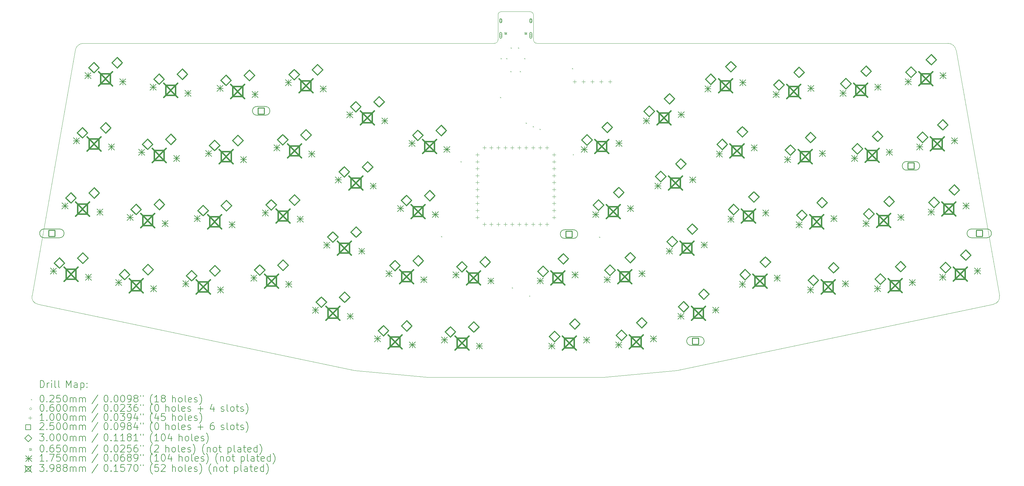
<source format=gbr>
%FSLAX45Y45*%
G04 Gerber Fmt 4.5, Leading zero omitted, Abs format (unit mm)*
G04 Created by KiCad (PCBNEW (6.99.0-1912-g359c99991b)) date 2022-08-15 14:06:02*
%MOMM*%
%LPD*%
G01*
G04 APERTURE LIST*
%TA.AperFunction,Profile*%
%ADD10C,0.100000*%
%TD*%
%ADD11C,0.200000*%
%ADD12C,0.025000*%
%ADD13C,0.060000*%
%ADD14C,0.100000*%
%ADD15C,0.250000*%
%ADD16C,0.300000*%
%ADD17C,0.065000*%
%ADD18C,0.175000*%
%ADD19C,0.398780*%
G04 APERTURE END LIST*
D10*
X0Y-7250172D02*
X1243066Y-200131D01*
X13380000Y100000D02*
X13380000Y810000D01*
X13280000Y0D02*
G75*
G03*
X13380000Y100000I0J100000D01*
G01*
X13280000Y0D02*
X1478353Y0D01*
X13480000Y910000D02*
X14300000Y910000D01*
X14400000Y810000D02*
G75*
G03*
X14300000Y910000I-100000J0D01*
G01*
X26536690Y-204659D02*
X27778810Y-7250172D01*
X11365355Y-9589098D02*
X9263455Y-9400000D01*
X16413455Y-9589098D02*
X11365355Y-9589098D01*
X26536683Y-204660D02*
G75*
G03*
X26305231Y0I-235983J-33670D01*
G01*
X9263455Y-9400000D02*
X164839Y-7492318D01*
X14500000Y0D02*
X26305231Y0D01*
X0Y-7250172D02*
G75*
G03*
X164839Y-7492318I199913J-41090D01*
G01*
X27613970Y-7492313D02*
G75*
G03*
X27778810Y-7250172I-35070J201054D01*
G01*
X1478353Y0D02*
G75*
G03*
X1243066Y-200131I59J-238445D01*
G01*
X14400000Y100000D02*
G75*
G03*
X14500000Y0I100000J0D01*
G01*
X27613971Y-7492318D02*
X18515355Y-9400000D01*
X14400000Y810000D02*
X14400000Y100000D01*
X18515355Y-9400000D02*
X16413455Y-9589098D01*
X13480000Y910000D02*
G75*
G03*
X13380000Y810000I0J-100000D01*
G01*
D11*
D12*
X11747500Y-5537500D02*
X11772500Y-5562500D01*
X11772500Y-5537500D02*
X11747500Y-5562500D01*
X12307500Y-3387500D02*
X12332500Y-3412500D01*
X12332500Y-3387500D02*
X12307500Y-3412500D01*
X13437500Y-1537500D02*
X13462500Y-1562500D01*
X13462500Y-1537500D02*
X13437500Y-1562500D01*
X13457500Y-427500D02*
X13482500Y-452500D01*
X13482500Y-427500D02*
X13457500Y-452500D01*
X13617500Y-427500D02*
X13642500Y-452500D01*
X13642500Y-427500D02*
X13617500Y-452500D01*
X13737500Y-797500D02*
X13762500Y-822500D01*
X13762500Y-797500D02*
X13737500Y-822500D01*
X13747500Y-121400D02*
X13772500Y-146400D01*
X13772500Y-121400D02*
X13747500Y-146400D01*
X13777500Y-7007500D02*
X13802500Y-7032500D01*
X13802500Y-7007500D02*
X13777500Y-7032500D01*
X13957500Y-121400D02*
X13982500Y-146400D01*
X13982500Y-121400D02*
X13957500Y-146400D01*
X14007801Y-798738D02*
X14032801Y-823738D01*
X14032801Y-798738D02*
X14007801Y-823738D01*
X14137500Y-427500D02*
X14162500Y-452500D01*
X14162500Y-427500D02*
X14137500Y-452500D01*
X14177500Y-2277500D02*
X14202500Y-2302500D01*
X14202500Y-2277500D02*
X14177500Y-2302500D01*
X14274222Y-7250098D02*
X14299222Y-7275098D01*
X14299222Y-7250098D02*
X14274222Y-7275098D01*
X14377500Y-2377500D02*
X14402500Y-2402500D01*
X14402500Y-2377500D02*
X14377500Y-2402500D01*
X14577500Y-2457500D02*
X14602500Y-2482500D01*
X14602500Y-2457500D02*
X14577500Y-2482500D01*
X15507500Y-710183D02*
X15532500Y-735183D01*
X15532500Y-710183D02*
X15507500Y-735183D01*
X15527500Y-3187500D02*
X15552500Y-3212500D01*
X15552500Y-3187500D02*
X15527500Y-3212500D01*
X16287500Y-5557500D02*
X16312500Y-5582500D01*
X16312500Y-5557500D02*
X16287500Y-5582500D01*
D13*
X13488000Y648500D02*
G75*
G03*
X13488000Y648500I-30000J0D01*
G01*
D11*
X13428000Y678500D02*
X13428000Y618500D01*
X13428000Y618500D02*
G75*
G03*
X13488000Y618500I30000J0D01*
G01*
X13488000Y618500D02*
X13488000Y678500D01*
X13488000Y678500D02*
G75*
G03*
X13428000Y678500I-30000J0D01*
G01*
D13*
X13488000Y230500D02*
G75*
G03*
X13488000Y230500I-30000J0D01*
G01*
D11*
X13428000Y285500D02*
X13428000Y175500D01*
X13428000Y175500D02*
G75*
G03*
X13488000Y175500I30000J0D01*
G01*
X13488000Y175500D02*
X13488000Y285500D01*
X13488000Y285500D02*
G75*
G03*
X13428000Y285500I-30000J0D01*
G01*
D13*
X14352000Y648500D02*
G75*
G03*
X14352000Y648500I-30000J0D01*
G01*
D11*
X14292000Y678500D02*
X14292000Y618500D01*
X14292000Y618500D02*
G75*
G03*
X14352000Y618500I30000J0D01*
G01*
X14352000Y618500D02*
X14352000Y678500D01*
X14352000Y678500D02*
G75*
G03*
X14292000Y678500I-30000J0D01*
G01*
D13*
X14352000Y230500D02*
G75*
G03*
X14352000Y230500I-30000J0D01*
G01*
D11*
X14292000Y285500D02*
X14292000Y175500D01*
X14292000Y175500D02*
G75*
G03*
X14352000Y175500I30000J0D01*
G01*
X14352000Y175500D02*
X14352000Y285500D01*
X14352000Y285500D02*
G75*
G03*
X14292000Y285500I-30000J0D01*
G01*
D14*
X12789405Y-3150000D02*
X12789405Y-3250000D01*
X12739405Y-3200000D02*
X12839405Y-3200000D01*
X12789405Y-3350000D02*
X12789405Y-3450000D01*
X12739405Y-3400000D02*
X12839405Y-3400000D01*
X12789405Y-3550000D02*
X12789405Y-3650000D01*
X12739405Y-3600000D02*
X12839405Y-3600000D01*
X12789405Y-3750000D02*
X12789405Y-3850000D01*
X12739405Y-3800000D02*
X12839405Y-3800000D01*
X12789405Y-3950000D02*
X12789405Y-4050000D01*
X12739405Y-4000000D02*
X12839405Y-4000000D01*
X12789405Y-4150000D02*
X12789405Y-4250000D01*
X12739405Y-4200000D02*
X12839405Y-4200000D01*
X12789405Y-4350000D02*
X12789405Y-4450000D01*
X12739405Y-4400000D02*
X12839405Y-4400000D01*
X12789405Y-4550000D02*
X12789405Y-4650000D01*
X12739405Y-4600000D02*
X12839405Y-4600000D01*
X12789405Y-4750000D02*
X12789405Y-4850000D01*
X12739405Y-4800000D02*
X12839405Y-4800000D01*
X12789405Y-4950000D02*
X12789405Y-5050000D01*
X12739405Y-5000000D02*
X12839405Y-5000000D01*
X12989405Y-2950000D02*
X12989405Y-3050000D01*
X12939405Y-3000000D02*
X13039405Y-3000000D01*
X12989405Y-5150000D02*
X12989405Y-5250000D01*
X12939405Y-5200000D02*
X13039405Y-5200000D01*
X13189405Y-2950000D02*
X13189405Y-3050000D01*
X13139405Y-3000000D02*
X13239405Y-3000000D01*
X13189405Y-5150000D02*
X13189405Y-5250000D01*
X13139405Y-5200000D02*
X13239405Y-5200000D01*
X13389405Y-2950000D02*
X13389405Y-3050000D01*
X13339405Y-3000000D02*
X13439405Y-3000000D01*
X13389405Y-5150000D02*
X13389405Y-5250000D01*
X13339405Y-5200000D02*
X13439405Y-5200000D01*
X13589405Y-2950000D02*
X13589405Y-3050000D01*
X13539405Y-3000000D02*
X13639405Y-3000000D01*
X13589405Y-5150000D02*
X13589405Y-5250000D01*
X13539405Y-5200000D02*
X13639405Y-5200000D01*
X13789405Y-2950000D02*
X13789405Y-3050000D01*
X13739405Y-3000000D02*
X13839405Y-3000000D01*
X13789405Y-5150000D02*
X13789405Y-5250000D01*
X13739405Y-5200000D02*
X13839405Y-5200000D01*
X13989405Y-2950000D02*
X13989405Y-3050000D01*
X13939405Y-3000000D02*
X14039405Y-3000000D01*
X13989405Y-5150000D02*
X13989405Y-5250000D01*
X13939405Y-5200000D02*
X14039405Y-5200000D01*
X14189405Y-2950000D02*
X14189405Y-3050000D01*
X14139405Y-3000000D02*
X14239405Y-3000000D01*
X14189405Y-5150000D02*
X14189405Y-5250000D01*
X14139405Y-5200000D02*
X14239405Y-5200000D01*
X14389405Y-2950000D02*
X14389405Y-3050000D01*
X14339405Y-3000000D02*
X14439405Y-3000000D01*
X14389405Y-5150000D02*
X14389405Y-5250000D01*
X14339405Y-5200000D02*
X14439405Y-5200000D01*
X14589405Y-2950000D02*
X14589405Y-3050000D01*
X14539405Y-3000000D02*
X14639405Y-3000000D01*
X14589405Y-5150000D02*
X14589405Y-5250000D01*
X14539405Y-5200000D02*
X14639405Y-5200000D01*
X14789405Y-2950000D02*
X14789405Y-3050000D01*
X14739405Y-3000000D02*
X14839405Y-3000000D01*
X14789405Y-5150000D02*
X14789405Y-5250000D01*
X14739405Y-5200000D02*
X14839405Y-5200000D01*
X14989405Y-3150000D02*
X14989405Y-3250000D01*
X14939405Y-3200000D02*
X15039405Y-3200000D01*
X14989405Y-3350000D02*
X14989405Y-3450000D01*
X14939405Y-3400000D02*
X15039405Y-3400000D01*
X14989405Y-3550000D02*
X14989405Y-3650000D01*
X14939405Y-3600000D02*
X15039405Y-3600000D01*
X14989405Y-3750000D02*
X14989405Y-3850000D01*
X14939405Y-3800000D02*
X15039405Y-3800000D01*
X14989405Y-3950000D02*
X14989405Y-4050000D01*
X14939405Y-4000000D02*
X15039405Y-4000000D01*
X14989405Y-4150000D02*
X14989405Y-4250000D01*
X14939405Y-4200000D02*
X15039405Y-4200000D01*
X14989405Y-4350000D02*
X14989405Y-4450000D01*
X14939405Y-4400000D02*
X15039405Y-4400000D01*
X14989405Y-4550000D02*
X14989405Y-4650000D01*
X14939405Y-4600000D02*
X15039405Y-4600000D01*
X14989405Y-4750000D02*
X14989405Y-4850000D01*
X14939405Y-4800000D02*
X15039405Y-4800000D01*
X14989405Y-4950000D02*
X14989405Y-5050000D01*
X14939405Y-5000000D02*
X15039405Y-5000000D01*
X15580000Y-1050000D02*
X15580000Y-1150000D01*
X15530000Y-1100000D02*
X15630000Y-1100000D01*
X15834000Y-1050000D02*
X15834000Y-1150000D01*
X15784000Y-1100000D02*
X15884000Y-1100000D01*
X16088000Y-1050000D02*
X16088000Y-1150000D01*
X16038000Y-1100000D02*
X16138000Y-1100000D01*
X16342000Y-1050000D02*
X16342000Y-1150000D01*
X16292000Y-1100000D02*
X16392000Y-1100000D01*
X16596000Y-1050000D02*
X16596000Y-1150000D01*
X16546000Y-1100000D02*
X16646000Y-1100000D01*
D15*
X658389Y-5548389D02*
X658389Y-5371611D01*
X481611Y-5371611D01*
X481611Y-5548389D01*
X658389Y-5548389D01*
D11*
X345000Y-5585000D02*
X795000Y-5585000D01*
X795000Y-5585000D02*
G75*
G03*
X795000Y-5335000I0J125000D01*
G01*
X795000Y-5335000D02*
X345000Y-5335000D01*
X345000Y-5335000D02*
G75*
G03*
X345000Y-5585000I0J-125000D01*
G01*
D15*
X6668389Y-2028389D02*
X6668389Y-1851611D01*
X6491611Y-1851611D01*
X6491611Y-2028389D01*
X6668389Y-2028389D01*
D11*
X6455000Y-2065000D02*
X6705000Y-2065000D01*
X6705000Y-2065000D02*
G75*
G03*
X6705000Y-1815000I0J125000D01*
G01*
X6705000Y-1815000D02*
X6455000Y-1815000D01*
X6455000Y-1815000D02*
G75*
G03*
X6455000Y-2065000I0J-125000D01*
G01*
D15*
X15508389Y-5568389D02*
X15508389Y-5391611D01*
X15331611Y-5391611D01*
X15331611Y-5568389D01*
X15508389Y-5568389D01*
D11*
X15295000Y-5605000D02*
X15545000Y-5605000D01*
X15545000Y-5605000D02*
G75*
G03*
X15545000Y-5355000I0J125000D01*
G01*
X15545000Y-5355000D02*
X15295000Y-5355000D01*
X15295000Y-5355000D02*
G75*
G03*
X15295000Y-5605000I0J-125000D01*
G01*
D15*
X19138405Y-8640889D02*
X19138405Y-8464111D01*
X18961627Y-8464111D01*
X18961627Y-8640889D01*
X19138405Y-8640889D01*
D11*
X18925016Y-8677500D02*
X19175016Y-8677500D01*
X19175016Y-8677500D02*
G75*
G03*
X19175016Y-8427500I0J125000D01*
G01*
X19175016Y-8427500D02*
X18925016Y-8427500D01*
X18925016Y-8427500D02*
G75*
G03*
X18925016Y-8677500I0J-125000D01*
G01*
D15*
X25328389Y-3608389D02*
X25328389Y-3431611D01*
X25151611Y-3431611D01*
X25151611Y-3608389D01*
X25328389Y-3608389D01*
D11*
X25115000Y-3645000D02*
X25365000Y-3645000D01*
X25365000Y-3645000D02*
G75*
G03*
X25365000Y-3395000I0J125000D01*
G01*
X25365000Y-3395000D02*
X25115000Y-3395000D01*
X25115000Y-3395000D02*
G75*
G03*
X25115000Y-3645000I0J-125000D01*
G01*
D15*
X27288389Y-5548389D02*
X27288389Y-5371611D01*
X27111611Y-5371611D01*
X27111611Y-5548389D01*
X27288389Y-5548389D01*
D11*
X26975000Y-5585000D02*
X27425000Y-5585000D01*
X27425000Y-5585000D02*
G75*
G03*
X27425000Y-5335000I0J125000D01*
G01*
X27425000Y-5335000D02*
X26975000Y-5335000D01*
X26975000Y-5335000D02*
G75*
G03*
X26975000Y-5585000I0J-125000D01*
G01*
D16*
X788559Y-6463404D02*
X938559Y-6313404D01*
X788559Y-6163404D01*
X638559Y-6313404D01*
X788559Y-6463404D01*
X1118490Y-4592270D02*
X1268490Y-4442270D01*
X1118490Y-4292270D01*
X968490Y-4442270D01*
X1118490Y-4592270D01*
X1448422Y-2721135D02*
X1598422Y-2571135D01*
X1448422Y-2421135D01*
X1298422Y-2571135D01*
X1448422Y-2721135D01*
X1458018Y-6323530D02*
X1608018Y-6173530D01*
X1458018Y-6023530D01*
X1308018Y-6173530D01*
X1458018Y-6323530D01*
X1778353Y-850000D02*
X1928353Y-700000D01*
X1778353Y-550000D01*
X1628353Y-700000D01*
X1778353Y-850000D01*
X1787950Y-4452395D02*
X1937950Y-4302395D01*
X1787950Y-4152395D01*
X1637950Y-4302395D01*
X1787950Y-4452395D01*
X2117881Y-2581260D02*
X2267881Y-2431260D01*
X2117881Y-2281260D01*
X1967881Y-2431260D01*
X2117881Y-2581260D01*
X2447813Y-710125D02*
X2597813Y-560125D01*
X2447813Y-410125D01*
X2297813Y-560125D01*
X2447813Y-710125D01*
X2659693Y-6793336D02*
X2809693Y-6643336D01*
X2659693Y-6493336D01*
X2509693Y-6643336D01*
X2659693Y-6793336D01*
X2989625Y-4922201D02*
X3139625Y-4772201D01*
X2989625Y-4622201D01*
X2839625Y-4772201D01*
X2989625Y-4922201D01*
X3319556Y-3051066D02*
X3469556Y-2901066D01*
X3319556Y-2751066D01*
X3169556Y-2901066D01*
X3319556Y-3051066D01*
X3329153Y-6653461D02*
X3479153Y-6503461D01*
X3329153Y-6353461D01*
X3179153Y-6503461D01*
X3329153Y-6653461D01*
X3649488Y-1179932D02*
X3799488Y-1029931D01*
X3649488Y-879931D01*
X3499488Y-1029931D01*
X3649488Y-1179932D01*
X3659084Y-4782326D02*
X3809084Y-4632326D01*
X3659084Y-4482326D01*
X3509084Y-4632326D01*
X3659084Y-4782326D01*
X3989016Y-2911192D02*
X4139016Y-2761192D01*
X3989016Y-2611192D01*
X3839016Y-2761192D01*
X3989016Y-2911192D01*
X4318948Y-1040057D02*
X4468948Y-890057D01*
X4318948Y-740057D01*
X4168947Y-890057D01*
X4318948Y-1040057D01*
X4582923Y-6827825D02*
X4732923Y-6677825D01*
X4582923Y-6527825D01*
X4432923Y-6677825D01*
X4582923Y-6827825D01*
X4912854Y-4956690D02*
X5062854Y-4806690D01*
X4912854Y-4656690D01*
X4762854Y-4806690D01*
X4912854Y-4956690D01*
X5242786Y-3085555D02*
X5392786Y-2935555D01*
X5242786Y-2785556D01*
X5092786Y-2935555D01*
X5242786Y-3085555D01*
X5252382Y-6687950D02*
X5402382Y-6537950D01*
X5252382Y-6387950D01*
X5102382Y-6537950D01*
X5252382Y-6687950D01*
X5572717Y-1214421D02*
X5722717Y-1064421D01*
X5572717Y-914421D01*
X5422717Y-1064421D01*
X5572717Y-1214421D01*
X5582314Y-4816816D02*
X5732314Y-4666816D01*
X5582314Y-4516816D01*
X5432314Y-4666816D01*
X5582314Y-4816816D01*
X5912245Y-2945681D02*
X6062245Y-2795681D01*
X5912245Y-2645681D01*
X5762245Y-2795681D01*
X5912245Y-2945681D01*
X6242177Y-1074546D02*
X6392177Y-924546D01*
X6242177Y-774546D01*
X6092177Y-924546D01*
X6242177Y-1074546D01*
X6540881Y-6665353D02*
X6690881Y-6515353D01*
X6540881Y-6365353D01*
X6390881Y-6515353D01*
X6540881Y-6665353D01*
X6870813Y-4794218D02*
X7020813Y-4644218D01*
X6870813Y-4494218D01*
X6720813Y-4644218D01*
X6870813Y-4794218D01*
X7200744Y-2923083D02*
X7350744Y-2773083D01*
X7200744Y-2623083D01*
X7050744Y-2773083D01*
X7200744Y-2923083D01*
X7210341Y-6525478D02*
X7360341Y-6375478D01*
X7210341Y-6225478D01*
X7060341Y-6375478D01*
X7210341Y-6525478D01*
X7530676Y-1051948D02*
X7680676Y-901948D01*
X7530676Y-751948D01*
X7380676Y-901948D01*
X7530676Y-1051948D01*
X7540272Y-4654343D02*
X7690272Y-4504343D01*
X7540272Y-4354343D01*
X7390272Y-4504343D01*
X7540272Y-4654343D01*
X7870204Y-2783209D02*
X8020204Y-2633209D01*
X7870204Y-2483209D01*
X7720204Y-2633209D01*
X7870204Y-2783209D01*
X8200135Y-912074D02*
X8350135Y-762074D01*
X8200135Y-612074D01*
X8050135Y-762074D01*
X8200135Y-912074D01*
X8307827Y-7586169D02*
X8457827Y-7436169D01*
X8307827Y-7286169D01*
X8157827Y-7436169D01*
X8307827Y-7586169D01*
X8637759Y-5715034D02*
X8787759Y-5565034D01*
X8637759Y-5415034D01*
X8487759Y-5565034D01*
X8637759Y-5715034D01*
X8967690Y-3843899D02*
X9117690Y-3693899D01*
X8967690Y-3543899D01*
X8817690Y-3693899D01*
X8967690Y-3843899D01*
X8977287Y-7446294D02*
X9127287Y-7296294D01*
X8977287Y-7146294D01*
X8827287Y-7296294D01*
X8977287Y-7446294D01*
X9297622Y-1972765D02*
X9447622Y-1822765D01*
X9297622Y-1672765D01*
X9147622Y-1822765D01*
X9297622Y-1972765D01*
X9307218Y-5575160D02*
X9457218Y-5425160D01*
X9307218Y-5275160D01*
X9157218Y-5425160D01*
X9307218Y-5575160D01*
X9637150Y-3704025D02*
X9787150Y-3554025D01*
X9637150Y-3404025D01*
X9487150Y-3554025D01*
X9637150Y-3704025D01*
X9967081Y-1832890D02*
X10117081Y-1682890D01*
X9967081Y-1532890D01*
X9817081Y-1682890D01*
X9967081Y-1832890D01*
X10092138Y-8408504D02*
X10242138Y-8258504D01*
X10092138Y-8108504D01*
X9942138Y-8258504D01*
X10092138Y-8408504D01*
X10422069Y-6537369D02*
X10572069Y-6387369D01*
X10422069Y-6237369D01*
X10272069Y-6387369D01*
X10422069Y-6537369D01*
X10752001Y-4666235D02*
X10902001Y-4516235D01*
X10752001Y-4366235D01*
X10602001Y-4516235D01*
X10752001Y-4666235D01*
X10761597Y-8268630D02*
X10911597Y-8118630D01*
X10761597Y-7968630D01*
X10611597Y-8118630D01*
X10761597Y-8268630D01*
X11081933Y-2795100D02*
X11231932Y-2645100D01*
X11081933Y-2495100D01*
X10931933Y-2645100D01*
X11081933Y-2795100D01*
X11091529Y-6397495D02*
X11241529Y-6247495D01*
X11091529Y-6097495D01*
X10941529Y-6247495D01*
X11091529Y-6397495D01*
X11421460Y-4526360D02*
X11571460Y-4376360D01*
X11421460Y-4226360D01*
X11271460Y-4376360D01*
X11421460Y-4526360D01*
X11751392Y-2655225D02*
X11901392Y-2505225D01*
X11751392Y-2355225D01*
X11601392Y-2505225D01*
X11751392Y-2655225D01*
X12015326Y-8441300D02*
X12165326Y-8291299D01*
X12015326Y-8141299D01*
X11865326Y-8291299D01*
X12015326Y-8441300D01*
X12345058Y-6571299D02*
X12495058Y-6421299D01*
X12345058Y-6271299D01*
X12195058Y-6421299D01*
X12345058Y-6571299D01*
X12684786Y-8301425D02*
X12834786Y-8151425D01*
X12684786Y-8001425D01*
X12534786Y-8151425D01*
X12684786Y-8301425D01*
X13014517Y-6431425D02*
X13164517Y-6281425D01*
X13014517Y-6131425D01*
X12864517Y-6281425D01*
X13014517Y-6431425D01*
X14676163Y-6703619D02*
X14826163Y-6553619D01*
X14676163Y-6403619D01*
X14526163Y-6553619D01*
X14676163Y-6703619D01*
X15005893Y-8573619D02*
X15155893Y-8423619D01*
X15005893Y-8273619D01*
X14855893Y-8423619D01*
X15005893Y-8573619D01*
X15257409Y-6343212D02*
X15407409Y-6193212D01*
X15257409Y-6043212D01*
X15107409Y-6193212D01*
X15257409Y-6343212D01*
X15587139Y-8213212D02*
X15737139Y-8063212D01*
X15587139Y-7913212D01*
X15437139Y-8063212D01*
X15587139Y-8213212D01*
X15938752Y-2926810D02*
X16088752Y-2776810D01*
X15938752Y-2626810D01*
X15788752Y-2776810D01*
X15938752Y-2926810D01*
X16268683Y-4797945D02*
X16418683Y-4647945D01*
X16268683Y-4497945D01*
X16118683Y-4647945D01*
X16268683Y-4797945D01*
X16519998Y-2566402D02*
X16669998Y-2416402D01*
X16519998Y-2266402D01*
X16369998Y-2416402D01*
X16519998Y-2566402D01*
X16598615Y-6669079D02*
X16748615Y-6519079D01*
X16598615Y-6369079D01*
X16448615Y-6519079D01*
X16598615Y-6669079D01*
X16849930Y-4437537D02*
X16999930Y-4287537D01*
X16849930Y-4137537D01*
X16699930Y-4287537D01*
X16849930Y-4437537D01*
X16928547Y-8540214D02*
X17078547Y-8390214D01*
X16928547Y-8240214D01*
X16778547Y-8390214D01*
X16928547Y-8540214D01*
X17179861Y-6308672D02*
X17329861Y-6158672D01*
X17179861Y-6008672D01*
X17029861Y-6158672D01*
X17179861Y-6308672D01*
X17509793Y-8179806D02*
X17659793Y-8029806D01*
X17509793Y-7879806D01*
X17359793Y-8029806D01*
X17509793Y-8179806D01*
X17723063Y-2104475D02*
X17873063Y-1954474D01*
X17723063Y-1804474D01*
X17573063Y-1954474D01*
X17723063Y-2104475D01*
X18052994Y-3975609D02*
X18202994Y-3825609D01*
X18052994Y-3675609D01*
X17902994Y-3825609D01*
X18052994Y-3975609D01*
X18304309Y-1744067D02*
X18454309Y-1594067D01*
X18304309Y-1444067D01*
X18154309Y-1594067D01*
X18304309Y-1744067D01*
X18382926Y-5846744D02*
X18532926Y-5696744D01*
X18382926Y-5546744D01*
X18232926Y-5696744D01*
X18382926Y-5846744D01*
X18634240Y-3615201D02*
X18784240Y-3465201D01*
X18634240Y-3315201D01*
X18484240Y-3465201D01*
X18634240Y-3615201D01*
X18712857Y-7717879D02*
X18862857Y-7567879D01*
X18712857Y-7417879D01*
X18562857Y-7567879D01*
X18712857Y-7717879D01*
X18964172Y-5486336D02*
X19114172Y-5336336D01*
X18964172Y-5186336D01*
X18814172Y-5336336D01*
X18964172Y-5486336D01*
X19294103Y-7357471D02*
X19444103Y-7207471D01*
X19294103Y-7057471D01*
X19144103Y-7207471D01*
X19294103Y-7357471D01*
X19490008Y-1183658D02*
X19640008Y-1033658D01*
X19490008Y-883658D01*
X19340008Y-1033658D01*
X19490008Y-1183658D01*
X19819940Y-3054793D02*
X19969940Y-2904793D01*
X19819940Y-2754793D01*
X19669940Y-2904793D01*
X19819940Y-3054793D01*
X20071255Y-823250D02*
X20221255Y-673251D01*
X20071255Y-523250D01*
X19921255Y-673251D01*
X20071255Y-823250D01*
X20149871Y-4925928D02*
X20299871Y-4775928D01*
X20149871Y-4625928D01*
X19999871Y-4775928D01*
X20149871Y-4925928D01*
X20401186Y-2694385D02*
X20551186Y-2544385D01*
X20401186Y-2394385D01*
X20251186Y-2544385D01*
X20401186Y-2694385D01*
X20479803Y-6797062D02*
X20629803Y-6647062D01*
X20479803Y-6497062D01*
X20329803Y-6647062D01*
X20479803Y-6797062D01*
X20731118Y-4565520D02*
X20881118Y-4415520D01*
X20731118Y-4265520D01*
X20581118Y-4415520D01*
X20731118Y-4565520D01*
X21061049Y-6436655D02*
X21211049Y-6286655D01*
X21061049Y-6136655D01*
X20911049Y-6286655D01*
X21061049Y-6436655D01*
X21447967Y-1346131D02*
X21597967Y-1196131D01*
X21447967Y-1046131D01*
X21297967Y-1196131D01*
X21447967Y-1346131D01*
X21777899Y-3217265D02*
X21927899Y-3067265D01*
X21777899Y-2917265D01*
X21627899Y-3067265D01*
X21777899Y-3217265D01*
X22029213Y-985723D02*
X22179213Y-835723D01*
X22029213Y-685723D01*
X21879213Y-835723D01*
X22029213Y-985723D01*
X22107830Y-5088400D02*
X22257830Y-4938400D01*
X22107830Y-4788400D01*
X21957830Y-4938400D01*
X22107830Y-5088400D01*
X22359145Y-2856858D02*
X22509145Y-2706858D01*
X22359145Y-2556858D01*
X22209145Y-2706858D01*
X22359145Y-2856858D01*
X22437762Y-6959535D02*
X22587762Y-6809535D01*
X22437762Y-6659535D01*
X22287762Y-6809535D01*
X22437762Y-6959535D01*
X22689076Y-4727992D02*
X22839076Y-4577992D01*
X22689076Y-4427992D01*
X22539076Y-4577992D01*
X22689076Y-4727992D01*
X23019008Y-6599127D02*
X23169008Y-6449127D01*
X23019008Y-6299127D01*
X22869008Y-6449127D01*
X23019008Y-6599127D01*
X23371196Y-1311642D02*
X23521196Y-1161642D01*
X23371196Y-1011641D01*
X23221196Y-1161642D01*
X23371196Y-1311642D01*
X23701128Y-3182776D02*
X23851128Y-3032776D01*
X23701128Y-2882776D01*
X23551128Y-3032776D01*
X23701128Y-3182776D01*
X23952443Y-951234D02*
X24102443Y-801234D01*
X23952443Y-651234D01*
X23802443Y-801234D01*
X23952443Y-951234D01*
X24031059Y-5053911D02*
X24181059Y-4903911D01*
X24031059Y-4753911D01*
X23881059Y-4903911D01*
X24031059Y-5053911D01*
X24282374Y-2822368D02*
X24432374Y-2672368D01*
X24282374Y-2522368D01*
X24132374Y-2672368D01*
X24282374Y-2822368D01*
X24360991Y-6925046D02*
X24510991Y-6775046D01*
X24360991Y-6625046D01*
X24210991Y-6775046D01*
X24360991Y-6925046D01*
X24612306Y-4693503D02*
X24762306Y-4543503D01*
X24612306Y-4393503D01*
X24462306Y-4543503D01*
X24612306Y-4693503D01*
X24942237Y-6564638D02*
X25092237Y-6414638D01*
X24942237Y-6264638D01*
X24792237Y-6414638D01*
X24942237Y-6564638D01*
X25242331Y-981710D02*
X25392331Y-831710D01*
X25242331Y-681710D01*
X25092331Y-831710D01*
X25242331Y-981710D01*
X25572263Y-2852845D02*
X25722263Y-2702845D01*
X25572263Y-2552845D01*
X25422263Y-2702845D01*
X25572263Y-2852845D01*
X25823577Y-621302D02*
X25973577Y-471302D01*
X25823577Y-321302D01*
X25673577Y-471302D01*
X25823577Y-621302D01*
X25902194Y-4723979D02*
X26052194Y-4573979D01*
X25902194Y-4423979D01*
X25752194Y-4573979D01*
X25902194Y-4723979D01*
X26153509Y-2492437D02*
X26303509Y-2342437D01*
X26153509Y-2192437D01*
X26003509Y-2342437D01*
X26153509Y-2492437D01*
X26232126Y-6595114D02*
X26382126Y-6445114D01*
X26232126Y-6295114D01*
X26082126Y-6445114D01*
X26232126Y-6595114D01*
X26483440Y-4363572D02*
X26633440Y-4213572D01*
X26483440Y-4063572D01*
X26333440Y-4213572D01*
X26483440Y-4363572D01*
X26813372Y-6234706D02*
X26963372Y-6084706D01*
X26813372Y-5934706D01*
X26663372Y-6084706D01*
X26813372Y-6234706D01*
D17*
X13568500Y316000D02*
X13633500Y251000D01*
X13633500Y316000D02*
X13568500Y251000D01*
X13633500Y283500D02*
G75*
G03*
X13633500Y283500I-32500J0D01*
G01*
X14146500Y316000D02*
X14211500Y251000D01*
X14211500Y316000D02*
X14146500Y251000D01*
X14211500Y283500D02*
G75*
G03*
X14211500Y283500I-32500J0D01*
G01*
D18*
X531881Y-6453992D02*
X706881Y-6628992D01*
X706881Y-6453992D02*
X531881Y-6628992D01*
X619381Y-6453992D02*
X619381Y-6628992D01*
X531881Y-6541492D02*
X706881Y-6541492D01*
X861813Y-4582857D02*
X1036813Y-4757857D01*
X1036813Y-4582857D02*
X861813Y-4757857D01*
X949313Y-4582857D02*
X949313Y-4757857D01*
X861813Y-4670357D02*
X1036813Y-4670357D01*
X1191745Y-2711723D02*
X1366745Y-2886722D01*
X1366745Y-2711723D02*
X1191745Y-2886722D01*
X1279245Y-2711723D02*
X1279245Y-2886722D01*
X1191745Y-2799222D02*
X1366745Y-2799222D01*
X1521676Y-840588D02*
X1696676Y-1015588D01*
X1696676Y-840588D02*
X1521676Y-1015588D01*
X1609176Y-840588D02*
X1609176Y-1015588D01*
X1521676Y-928088D02*
X1696676Y-928088D01*
X1532446Y-6630419D02*
X1707446Y-6805419D01*
X1707446Y-6630419D02*
X1532446Y-6805419D01*
X1619946Y-6630419D02*
X1619946Y-6805419D01*
X1532446Y-6717919D02*
X1707446Y-6717919D01*
X1862378Y-4759284D02*
X2037378Y-4934284D01*
X2037378Y-4759284D02*
X1862378Y-4934284D01*
X1949878Y-4759284D02*
X1949878Y-4934284D01*
X1862378Y-4846784D02*
X2037378Y-4846784D01*
X2192309Y-2888149D02*
X2367309Y-3063149D01*
X2367309Y-2888149D02*
X2192309Y-3063149D01*
X2279809Y-2888149D02*
X2279809Y-3063149D01*
X2192309Y-2975649D02*
X2367309Y-2975649D01*
X2403016Y-6783923D02*
X2578016Y-6958923D01*
X2578016Y-6783923D02*
X2403016Y-6958923D01*
X2490516Y-6783923D02*
X2490516Y-6958923D01*
X2403016Y-6871423D02*
X2578016Y-6871423D01*
X2522241Y-1017014D02*
X2697241Y-1192014D01*
X2697241Y-1017014D02*
X2522241Y-1192014D01*
X2609741Y-1017014D02*
X2609741Y-1192014D01*
X2522241Y-1104514D02*
X2697241Y-1104514D01*
X2732948Y-4912789D02*
X2907948Y-5087789D01*
X2907948Y-4912789D02*
X2732948Y-5087789D01*
X2820448Y-4912789D02*
X2820448Y-5087789D01*
X2732948Y-5000289D02*
X2907948Y-5000289D01*
X3062879Y-3041654D02*
X3237879Y-3216654D01*
X3237879Y-3041654D02*
X3062879Y-3216654D01*
X3150379Y-3041654D02*
X3150379Y-3216654D01*
X3062879Y-3129154D02*
X3237879Y-3129154D01*
X3392811Y-1170519D02*
X3567811Y-1345519D01*
X3567811Y-1170519D02*
X3392811Y-1345519D01*
X3480311Y-1170519D02*
X3480311Y-1345519D01*
X3392811Y-1258019D02*
X3567811Y-1258019D01*
X3403581Y-6960350D02*
X3578581Y-7135350D01*
X3578581Y-6960350D02*
X3403581Y-7135350D01*
X3491081Y-6960350D02*
X3491081Y-7135350D01*
X3403581Y-7047850D02*
X3578581Y-7047850D01*
X3733512Y-5089215D02*
X3908512Y-5264215D01*
X3908512Y-5089215D02*
X3733512Y-5264215D01*
X3821012Y-5089215D02*
X3821012Y-5264215D01*
X3733512Y-5176715D02*
X3908512Y-5176715D01*
X4063444Y-3218081D02*
X4238444Y-3393081D01*
X4238444Y-3218081D02*
X4063444Y-3393081D01*
X4150944Y-3218081D02*
X4150944Y-3393081D01*
X4063444Y-3305581D02*
X4238444Y-3305581D01*
X4326245Y-6818413D02*
X4501245Y-6993413D01*
X4501245Y-6818413D02*
X4326245Y-6993413D01*
X4413745Y-6818413D02*
X4413745Y-6993413D01*
X4326245Y-6905913D02*
X4501245Y-6905913D01*
X4393375Y-1346946D02*
X4568375Y-1521946D01*
X4568375Y-1346946D02*
X4393375Y-1521946D01*
X4480875Y-1346946D02*
X4480875Y-1521946D01*
X4393375Y-1434446D02*
X4568375Y-1434446D01*
X4656177Y-4947278D02*
X4831177Y-5122278D01*
X4831177Y-4947278D02*
X4656177Y-5122278D01*
X4743677Y-4947278D02*
X4743677Y-5122278D01*
X4656177Y-5034778D02*
X4831177Y-5034778D01*
X4986108Y-3076143D02*
X5161108Y-3251143D01*
X5161108Y-3076143D02*
X4986108Y-3251143D01*
X5073608Y-3076143D02*
X5073608Y-3251143D01*
X4986108Y-3163643D02*
X5161108Y-3163643D01*
X5316040Y-1205009D02*
X5491040Y-1380009D01*
X5491040Y-1205009D02*
X5316040Y-1380009D01*
X5403540Y-1205009D02*
X5403540Y-1380009D01*
X5316040Y-1292509D02*
X5491040Y-1292509D01*
X5326810Y-6994839D02*
X5501810Y-7169839D01*
X5501810Y-6994839D02*
X5326810Y-7169839D01*
X5414310Y-6994839D02*
X5414310Y-7169839D01*
X5326810Y-7082339D02*
X5501810Y-7082339D01*
X5656741Y-5123705D02*
X5831741Y-5298705D01*
X5831741Y-5123705D02*
X5656741Y-5298705D01*
X5744241Y-5123705D02*
X5744241Y-5298705D01*
X5656741Y-5211205D02*
X5831741Y-5211205D01*
X5986673Y-3252570D02*
X6161673Y-3427570D01*
X6161673Y-3252570D02*
X5986673Y-3427570D01*
X6074173Y-3252570D02*
X6074173Y-3427570D01*
X5986673Y-3340070D02*
X6161673Y-3340070D01*
X6284204Y-6655940D02*
X6459204Y-6830940D01*
X6459204Y-6655940D02*
X6284204Y-6830940D01*
X6371704Y-6655940D02*
X6371704Y-6830940D01*
X6284204Y-6743440D02*
X6459204Y-6743440D01*
X6316605Y-1381435D02*
X6491605Y-1556435D01*
X6491605Y-1381435D02*
X6316605Y-1556435D01*
X6404105Y-1381435D02*
X6404105Y-1556435D01*
X6316605Y-1468935D02*
X6491605Y-1468935D01*
X6614136Y-4784806D02*
X6789136Y-4959806D01*
X6789136Y-4784806D02*
X6614136Y-4959806D01*
X6701636Y-4784806D02*
X6701636Y-4959806D01*
X6614136Y-4872306D02*
X6789136Y-4872306D01*
X6944067Y-2913671D02*
X7119067Y-3088671D01*
X7119067Y-2913671D02*
X6944067Y-3088671D01*
X7031567Y-2913671D02*
X7031567Y-3088671D01*
X6944067Y-3001171D02*
X7119067Y-3001171D01*
X7273999Y-1042536D02*
X7448999Y-1217536D01*
X7448999Y-1042536D02*
X7273999Y-1217536D01*
X7361499Y-1042536D02*
X7361499Y-1217536D01*
X7273999Y-1130036D02*
X7448999Y-1130036D01*
X7284769Y-6832367D02*
X7459769Y-7007367D01*
X7459769Y-6832367D02*
X7284769Y-7007367D01*
X7372269Y-6832367D02*
X7372269Y-7007367D01*
X7284769Y-6919867D02*
X7459769Y-6919867D01*
X7614700Y-4961232D02*
X7789700Y-5136232D01*
X7789700Y-4961232D02*
X7614700Y-5136232D01*
X7702200Y-4961232D02*
X7702200Y-5136232D01*
X7614700Y-5048732D02*
X7789700Y-5048732D01*
X7944632Y-3090097D02*
X8119632Y-3265097D01*
X8119632Y-3090097D02*
X7944632Y-3265097D01*
X8032132Y-3090097D02*
X8032132Y-3265097D01*
X7944632Y-3177597D02*
X8119632Y-3177597D01*
X8051150Y-7576757D02*
X8226150Y-7751757D01*
X8226150Y-7576757D02*
X8051150Y-7751757D01*
X8138650Y-7576757D02*
X8138650Y-7751757D01*
X8051150Y-7664257D02*
X8226150Y-7664257D01*
X8274563Y-1218963D02*
X8449563Y-1393963D01*
X8449563Y-1218963D02*
X8274563Y-1393963D01*
X8362063Y-1218963D02*
X8362063Y-1393963D01*
X8274563Y-1306463D02*
X8449563Y-1306463D01*
X8381081Y-5705622D02*
X8556082Y-5880622D01*
X8556082Y-5705622D02*
X8381081Y-5880622D01*
X8468582Y-5705622D02*
X8468582Y-5880622D01*
X8381081Y-5793122D02*
X8556082Y-5793122D01*
X8711013Y-3834487D02*
X8886013Y-4009487D01*
X8886013Y-3834487D02*
X8711013Y-4009487D01*
X8798513Y-3834487D02*
X8798513Y-4009487D01*
X8711013Y-3921987D02*
X8886013Y-3921987D01*
X9040945Y-1963352D02*
X9215945Y-2138352D01*
X9215945Y-1963352D02*
X9040945Y-2138352D01*
X9128445Y-1963352D02*
X9128445Y-2138352D01*
X9040945Y-2050852D02*
X9215945Y-2050852D01*
X9051715Y-7753183D02*
X9226715Y-7928183D01*
X9226715Y-7753183D02*
X9051715Y-7928183D01*
X9139215Y-7753183D02*
X9139215Y-7928183D01*
X9051715Y-7840683D02*
X9226715Y-7840683D01*
X9381646Y-5882048D02*
X9556646Y-6057048D01*
X9556646Y-5882048D02*
X9381646Y-6057048D01*
X9469146Y-5882048D02*
X9469146Y-6057048D01*
X9381646Y-5969548D02*
X9556646Y-5969548D01*
X9711578Y-4010914D02*
X9886578Y-4185914D01*
X9886578Y-4010914D02*
X9711578Y-4185914D01*
X9799078Y-4010914D02*
X9799078Y-4185914D01*
X9711578Y-4098414D02*
X9886578Y-4098414D01*
X9835461Y-8399092D02*
X10010461Y-8574092D01*
X10010461Y-8399092D02*
X9835461Y-8574092D01*
X9922961Y-8399092D02*
X9922961Y-8574092D01*
X9835461Y-8486592D02*
X10010461Y-8486592D01*
X10041509Y-2139779D02*
X10216509Y-2314779D01*
X10216509Y-2139779D02*
X10041509Y-2314779D01*
X10129009Y-2139779D02*
X10129009Y-2314779D01*
X10041509Y-2227279D02*
X10216509Y-2227279D01*
X10165392Y-6527957D02*
X10340392Y-6702957D01*
X10340392Y-6527957D02*
X10165392Y-6702957D01*
X10252892Y-6527957D02*
X10252892Y-6702957D01*
X10165392Y-6615457D02*
X10340392Y-6615457D01*
X10495324Y-4656823D02*
X10670324Y-4831823D01*
X10670324Y-4656823D02*
X10495324Y-4831823D01*
X10582824Y-4656823D02*
X10582824Y-4831823D01*
X10495324Y-4744323D02*
X10670324Y-4744323D01*
X10825255Y-2785688D02*
X11000255Y-2960688D01*
X11000255Y-2785688D02*
X10825255Y-2960688D01*
X10912755Y-2785688D02*
X10912755Y-2960688D01*
X10825255Y-2873188D02*
X11000255Y-2873188D01*
X10836025Y-8575519D02*
X11011025Y-8750519D01*
X11011025Y-8575519D02*
X10836025Y-8750519D01*
X10923525Y-8575519D02*
X10923525Y-8750519D01*
X10836025Y-8663019D02*
X11011025Y-8663019D01*
X11165957Y-6704384D02*
X11340957Y-6879384D01*
X11340957Y-6704384D02*
X11165957Y-6879384D01*
X11253457Y-6704384D02*
X11253457Y-6879384D01*
X11165957Y-6791884D02*
X11340957Y-6791884D01*
X11495888Y-4833249D02*
X11670888Y-5008249D01*
X11670888Y-4833249D02*
X11495888Y-5008249D01*
X11583388Y-4833249D02*
X11583388Y-5008249D01*
X11495888Y-4920749D02*
X11670888Y-4920749D01*
X11758649Y-8431887D02*
X11933649Y-8606887D01*
X11933649Y-8431887D02*
X11758649Y-8606887D01*
X11846149Y-8431887D02*
X11846149Y-8606887D01*
X11758649Y-8519387D02*
X11933649Y-8519387D01*
X11825820Y-2962114D02*
X12000820Y-3137114D01*
X12000820Y-2962114D02*
X11825820Y-3137114D01*
X11913320Y-2962114D02*
X11913320Y-3137114D01*
X11825820Y-3049614D02*
X12000820Y-3049614D01*
X12088380Y-6561887D02*
X12263380Y-6736887D01*
X12263380Y-6561887D02*
X12088380Y-6736887D01*
X12175880Y-6561887D02*
X12175880Y-6736887D01*
X12088380Y-6649387D02*
X12263380Y-6649387D01*
X12759214Y-8608314D02*
X12934214Y-8783314D01*
X12934214Y-8608314D02*
X12759214Y-8783314D01*
X12846714Y-8608314D02*
X12846714Y-8783314D01*
X12759214Y-8695814D02*
X12934214Y-8695814D01*
X13088945Y-6738314D02*
X13263945Y-6913314D01*
X13263945Y-6738314D02*
X13088945Y-6913314D01*
X13176445Y-6738314D02*
X13176445Y-6913314D01*
X13088945Y-6825814D02*
X13263945Y-6825814D01*
X14507699Y-6738314D02*
X14682699Y-6913314D01*
X14682699Y-6738314D02*
X14507699Y-6913314D01*
X14595199Y-6738314D02*
X14595199Y-6913314D01*
X14507699Y-6825814D02*
X14682699Y-6825814D01*
X14837429Y-8608314D02*
X15012429Y-8783314D01*
X15012429Y-8608314D02*
X14837429Y-8783314D01*
X14924929Y-8608314D02*
X14924929Y-8783314D01*
X14837429Y-8695814D02*
X15012429Y-8695814D01*
X15508263Y-6561887D02*
X15683263Y-6736887D01*
X15683263Y-6561887D02*
X15508263Y-6736887D01*
X15595763Y-6561887D02*
X15595763Y-6736887D01*
X15508263Y-6649387D02*
X15683263Y-6649387D01*
X15770288Y-2961504D02*
X15945288Y-3136504D01*
X15945288Y-2961504D02*
X15770288Y-3136504D01*
X15857788Y-2961504D02*
X15857788Y-3136504D01*
X15770288Y-3049004D02*
X15945288Y-3049004D01*
X15837993Y-8431887D02*
X16012993Y-8606887D01*
X16012993Y-8431887D02*
X15837993Y-8606887D01*
X15925493Y-8431887D02*
X15925493Y-8606887D01*
X15837993Y-8519387D02*
X16012993Y-8519387D01*
X16100219Y-4832639D02*
X16275219Y-5007639D01*
X16275219Y-4832639D02*
X16100219Y-5007639D01*
X16187719Y-4832639D02*
X16187719Y-5007639D01*
X16100219Y-4920139D02*
X16275219Y-4920139D01*
X16430151Y-6703774D02*
X16605151Y-6878774D01*
X16605151Y-6703774D02*
X16430151Y-6878774D01*
X16517651Y-6703774D02*
X16517651Y-6878774D01*
X16430151Y-6791274D02*
X16605151Y-6791274D01*
X16760083Y-8574909D02*
X16935083Y-8749909D01*
X16935083Y-8574909D02*
X16760083Y-8749909D01*
X16847583Y-8574909D02*
X16847583Y-8749909D01*
X16760083Y-8662409D02*
X16935083Y-8662409D01*
X16770852Y-2785078D02*
X16945853Y-2960078D01*
X16945853Y-2785078D02*
X16770852Y-2960078D01*
X16858353Y-2785078D02*
X16858353Y-2960078D01*
X16770852Y-2872578D02*
X16945853Y-2872578D01*
X17100784Y-4656213D02*
X17275784Y-4831213D01*
X17275784Y-4656213D02*
X17100784Y-4831213D01*
X17188284Y-4656213D02*
X17188284Y-4831213D01*
X17100784Y-4743713D02*
X17275784Y-4743713D01*
X17430716Y-6527347D02*
X17605716Y-6702347D01*
X17605716Y-6527347D02*
X17430716Y-6702347D01*
X17518216Y-6527347D02*
X17518216Y-6702347D01*
X17430716Y-6614847D02*
X17605716Y-6614847D01*
X17554599Y-2139169D02*
X17729599Y-2314169D01*
X17729599Y-2139169D02*
X17554599Y-2314169D01*
X17642099Y-2139169D02*
X17642099Y-2314169D01*
X17554599Y-2226669D02*
X17729599Y-2226669D01*
X17760647Y-8398482D02*
X17935647Y-8573482D01*
X17935647Y-8398482D02*
X17760647Y-8573482D01*
X17848147Y-8398482D02*
X17848147Y-8573482D01*
X17760647Y-8485982D02*
X17935647Y-8485982D01*
X17884530Y-4010304D02*
X18059530Y-4185304D01*
X18059530Y-4010304D02*
X17884530Y-4185304D01*
X17972030Y-4010304D02*
X17972030Y-4185304D01*
X17884530Y-4097804D02*
X18059530Y-4097804D01*
X18214462Y-5881438D02*
X18389462Y-6056438D01*
X18389462Y-5881438D02*
X18214462Y-6056438D01*
X18301962Y-5881438D02*
X18301962Y-6056438D01*
X18214462Y-5968938D02*
X18389462Y-5968938D01*
X18544393Y-7752573D02*
X18719393Y-7927573D01*
X18719393Y-7752573D02*
X18544393Y-7927573D01*
X18631893Y-7752573D02*
X18631893Y-7927573D01*
X18544393Y-7840073D02*
X18719393Y-7840073D01*
X18555163Y-1962742D02*
X18730163Y-2137742D01*
X18730163Y-1962742D02*
X18555163Y-2137742D01*
X18642663Y-1962742D02*
X18642663Y-2137742D01*
X18555163Y-2050242D02*
X18730163Y-2050242D01*
X18885095Y-3833877D02*
X19060095Y-4008877D01*
X19060095Y-3833877D02*
X18885095Y-4008877D01*
X18972595Y-3833877D02*
X18972595Y-4008877D01*
X18885095Y-3921377D02*
X19060095Y-3921377D01*
X19215026Y-5705012D02*
X19390026Y-5880012D01*
X19390026Y-5705012D02*
X19215026Y-5880012D01*
X19302526Y-5705012D02*
X19302526Y-5880012D01*
X19215026Y-5792512D02*
X19390026Y-5792512D01*
X19321544Y-1218353D02*
X19496544Y-1393353D01*
X19496544Y-1218353D02*
X19321544Y-1393353D01*
X19409044Y-1218353D02*
X19409044Y-1393353D01*
X19321544Y-1305853D02*
X19496544Y-1305853D01*
X19544958Y-7576147D02*
X19719958Y-7751147D01*
X19719958Y-7576147D02*
X19544958Y-7751147D01*
X19632458Y-7576147D02*
X19632458Y-7751147D01*
X19544958Y-7663647D02*
X19719958Y-7663647D01*
X19651476Y-3089488D02*
X19826476Y-3264488D01*
X19826476Y-3089488D02*
X19651476Y-3264488D01*
X19738976Y-3089488D02*
X19738976Y-3264488D01*
X19651476Y-3176988D02*
X19826476Y-3176988D01*
X19981408Y-4960622D02*
X20156408Y-5135622D01*
X20156408Y-4960622D02*
X19981408Y-5135622D01*
X20068908Y-4960622D02*
X20068908Y-5135622D01*
X19981408Y-5048122D02*
X20156408Y-5048122D01*
X20311339Y-6831757D02*
X20486339Y-7006757D01*
X20486339Y-6831757D02*
X20311339Y-7006757D01*
X20398839Y-6831757D02*
X20398839Y-7006757D01*
X20311339Y-6919257D02*
X20486339Y-6919257D01*
X20322109Y-1041926D02*
X20497109Y-1216926D01*
X20497109Y-1041926D02*
X20322109Y-1216926D01*
X20409609Y-1041926D02*
X20409609Y-1216926D01*
X20322109Y-1129426D02*
X20497109Y-1129426D01*
X20652041Y-2913061D02*
X20827041Y-3088061D01*
X20827041Y-2913061D02*
X20652041Y-3088061D01*
X20739541Y-2913061D02*
X20739541Y-3088061D01*
X20652041Y-3000561D02*
X20827041Y-3000561D01*
X20981972Y-4784196D02*
X21156972Y-4959196D01*
X21156972Y-4784196D02*
X20981972Y-4959196D01*
X21069472Y-4784196D02*
X21069472Y-4959196D01*
X20981972Y-4871696D02*
X21156972Y-4871696D01*
X21279503Y-1380825D02*
X21454503Y-1555825D01*
X21454503Y-1380825D02*
X21279503Y-1555825D01*
X21367003Y-1380825D02*
X21367003Y-1555825D01*
X21279503Y-1468325D02*
X21454503Y-1468325D01*
X21311904Y-6655330D02*
X21486904Y-6830330D01*
X21486904Y-6655330D02*
X21311904Y-6830330D01*
X21399404Y-6655330D02*
X21399404Y-6830330D01*
X21311904Y-6742830D02*
X21486904Y-6742830D01*
X21609435Y-3251960D02*
X21784435Y-3426960D01*
X21784435Y-3251960D02*
X21609435Y-3426960D01*
X21696935Y-3251960D02*
X21696935Y-3426960D01*
X21609435Y-3339460D02*
X21784435Y-3339460D01*
X21939366Y-5123095D02*
X22114366Y-5298095D01*
X22114366Y-5123095D02*
X21939366Y-5298095D01*
X22026866Y-5123095D02*
X22026866Y-5298095D01*
X21939366Y-5210595D02*
X22114366Y-5210595D01*
X22269298Y-6994229D02*
X22444298Y-7169229D01*
X22444298Y-6994229D02*
X22269298Y-7169229D01*
X22356798Y-6994229D02*
X22356798Y-7169229D01*
X22269298Y-7081729D02*
X22444298Y-7081729D01*
X22280068Y-1204399D02*
X22455068Y-1379399D01*
X22455068Y-1204399D02*
X22280068Y-1379399D01*
X22367568Y-1204399D02*
X22367568Y-1379399D01*
X22280068Y-1291899D02*
X22455068Y-1291899D01*
X22609999Y-3075533D02*
X22784999Y-3250533D01*
X22784999Y-3075533D02*
X22609999Y-3250533D01*
X22697499Y-3075533D02*
X22697499Y-3250533D01*
X22609999Y-3163033D02*
X22784999Y-3163033D01*
X22939931Y-4946668D02*
X23114931Y-5121668D01*
X23114931Y-4946668D02*
X22939931Y-5121668D01*
X23027431Y-4946668D02*
X23027431Y-5121668D01*
X22939931Y-5034168D02*
X23114931Y-5034168D01*
X23202732Y-1346336D02*
X23377732Y-1521336D01*
X23377732Y-1346336D02*
X23202732Y-1521336D01*
X23290232Y-1346336D02*
X23290232Y-1521336D01*
X23202732Y-1433836D02*
X23377732Y-1433836D01*
X23269862Y-6817803D02*
X23444862Y-6992803D01*
X23444862Y-6817803D02*
X23269862Y-6992803D01*
X23357362Y-6817803D02*
X23357362Y-6992803D01*
X23269862Y-6905303D02*
X23444862Y-6905303D01*
X23532664Y-3217471D02*
X23707664Y-3392471D01*
X23707664Y-3217471D02*
X23532664Y-3392471D01*
X23620164Y-3217471D02*
X23620164Y-3392471D01*
X23532664Y-3304971D02*
X23707664Y-3304971D01*
X23862595Y-5088605D02*
X24037595Y-5263605D01*
X24037595Y-5088605D02*
X23862595Y-5263605D01*
X23950095Y-5088605D02*
X23950095Y-5263605D01*
X23862595Y-5176105D02*
X24037595Y-5176105D01*
X24192527Y-6959740D02*
X24367527Y-7134740D01*
X24367527Y-6959740D02*
X24192527Y-7134740D01*
X24280027Y-6959740D02*
X24280027Y-7134740D01*
X24192527Y-7047240D02*
X24367527Y-7047240D01*
X24203297Y-1169909D02*
X24378297Y-1344909D01*
X24378297Y-1169909D02*
X24203297Y-1344909D01*
X24290797Y-1169909D02*
X24290797Y-1344909D01*
X24203297Y-1257409D02*
X24378297Y-1257409D01*
X24533228Y-3041044D02*
X24708228Y-3216044D01*
X24708228Y-3041044D02*
X24533228Y-3216044D01*
X24620728Y-3041044D02*
X24620728Y-3216044D01*
X24533228Y-3128544D02*
X24708228Y-3128544D01*
X24863160Y-4912179D02*
X25038160Y-5087179D01*
X25038160Y-4912179D02*
X24863160Y-5087179D01*
X24950660Y-4912179D02*
X24950660Y-5087179D01*
X24863160Y-4999679D02*
X25038160Y-4999679D01*
X25073867Y-1016404D02*
X25248867Y-1191404D01*
X25248867Y-1016404D02*
X25073867Y-1191404D01*
X25161367Y-1016404D02*
X25161367Y-1191404D01*
X25073867Y-1103904D02*
X25248867Y-1103904D01*
X25193092Y-6783313D02*
X25368092Y-6958313D01*
X25368092Y-6783313D02*
X25193092Y-6958313D01*
X25280592Y-6783313D02*
X25280592Y-6958313D01*
X25193092Y-6870813D02*
X25368092Y-6870813D01*
X25403799Y-2887539D02*
X25578799Y-3062539D01*
X25578799Y-2887539D02*
X25403799Y-3062539D01*
X25491299Y-2887539D02*
X25491299Y-3062539D01*
X25403799Y-2975039D02*
X25578799Y-2975039D01*
X25733730Y-4758674D02*
X25908730Y-4933674D01*
X25908730Y-4758674D02*
X25733730Y-4933674D01*
X25821230Y-4758674D02*
X25821230Y-4933674D01*
X25733730Y-4846174D02*
X25908730Y-4846174D01*
X26063662Y-6629809D02*
X26238662Y-6804809D01*
X26238662Y-6629809D02*
X26063662Y-6804809D01*
X26151162Y-6629809D02*
X26151162Y-6804809D01*
X26063662Y-6717309D02*
X26238662Y-6717309D01*
X26074432Y-839978D02*
X26249432Y-1014978D01*
X26249432Y-839978D02*
X26074432Y-1014978D01*
X26161932Y-839978D02*
X26161932Y-1014978D01*
X26074432Y-927478D02*
X26249432Y-927478D01*
X26404363Y-2711113D02*
X26579363Y-2886112D01*
X26579363Y-2711113D02*
X26404363Y-2886112D01*
X26491863Y-2711113D02*
X26491863Y-2886112D01*
X26404363Y-2798612D02*
X26579363Y-2798612D01*
X26734295Y-4582247D02*
X26909295Y-4757247D01*
X26909295Y-4582247D02*
X26734295Y-4757247D01*
X26821795Y-4582247D02*
X26821795Y-4757247D01*
X26734295Y-4669747D02*
X26909295Y-4669747D01*
X27064226Y-6453382D02*
X27239226Y-6628382D01*
X27239226Y-6453382D02*
X27064226Y-6628382D01*
X27151726Y-6453382D02*
X27151726Y-6628382D01*
X27064226Y-6540882D02*
X27239226Y-6540882D01*
D19*
X920274Y-6430315D02*
X1319054Y-6829095D01*
X1319054Y-6430315D02*
X920274Y-6829095D01*
X1260655Y-6770697D02*
X1260655Y-6488714D01*
X978672Y-6488714D01*
X978672Y-6770697D01*
X1260655Y-6770697D01*
X1250205Y-4559181D02*
X1648985Y-4957961D01*
X1648985Y-4559181D02*
X1250205Y-4957961D01*
X1590587Y-4899562D02*
X1590587Y-4617579D01*
X1308604Y-4617579D01*
X1308604Y-4899562D01*
X1590587Y-4899562D01*
X1580137Y-2688046D02*
X1978917Y-3086826D01*
X1978917Y-2688046D02*
X1580137Y-3086826D01*
X1920518Y-3028427D02*
X1920518Y-2746444D01*
X1638535Y-2746444D01*
X1638535Y-3028427D01*
X1920518Y-3028427D01*
X1910068Y-816911D02*
X2308848Y-1215691D01*
X2308848Y-816911D02*
X1910068Y-1215691D01*
X2250450Y-1157293D02*
X2250450Y-875310D01*
X1968467Y-875310D01*
X1968467Y-1157293D01*
X2250450Y-1157293D01*
X2791409Y-6760247D02*
X3190188Y-7159027D01*
X3190188Y-6760247D02*
X2791409Y-7159027D01*
X3131790Y-7100628D02*
X3131790Y-6818645D01*
X2849807Y-6818645D01*
X2849807Y-7100628D01*
X3131790Y-7100628D01*
X3121340Y-4889112D02*
X3520120Y-5287892D01*
X3520120Y-4889112D02*
X3121340Y-5287892D01*
X3461721Y-5229494D02*
X3461721Y-4947511D01*
X3179739Y-4947511D01*
X3179739Y-5229494D01*
X3461721Y-5229494D01*
X3451272Y-3017977D02*
X3850052Y-3416757D01*
X3850052Y-3017977D02*
X3451272Y-3416757D01*
X3791653Y-3358359D02*
X3791653Y-3076376D01*
X3509670Y-3076376D01*
X3509670Y-3358359D01*
X3791653Y-3358359D01*
X3781203Y-1146843D02*
X4179983Y-1545623D01*
X4179983Y-1146843D02*
X3781203Y-1545623D01*
X4121584Y-1487224D02*
X4121584Y-1205241D01*
X3839602Y-1205241D01*
X3839602Y-1487224D01*
X4121584Y-1487224D01*
X4714638Y-6794736D02*
X5113418Y-7193516D01*
X5113418Y-6794736D02*
X4714638Y-7193516D01*
X5055019Y-7135117D02*
X5055019Y-6853135D01*
X4773036Y-6853135D01*
X4773036Y-7135117D01*
X5055019Y-7135117D01*
X5044569Y-4923601D02*
X5443349Y-5322381D01*
X5443349Y-4923601D02*
X5044569Y-5322381D01*
X5384951Y-5263983D02*
X5384951Y-4982000D01*
X5102968Y-4982000D01*
X5102968Y-5263983D01*
X5384951Y-5263983D01*
X5374501Y-3052467D02*
X5773281Y-3451247D01*
X5773281Y-3052467D02*
X5374501Y-3451247D01*
X5714882Y-3392848D02*
X5714882Y-3110865D01*
X5432899Y-3110865D01*
X5432899Y-3392848D01*
X5714882Y-3392848D01*
X5704432Y-1181332D02*
X6103212Y-1580112D01*
X6103212Y-1181332D02*
X5704432Y-1580112D01*
X6044814Y-1521713D02*
X6044814Y-1239731D01*
X5762831Y-1239731D01*
X5762831Y-1521713D01*
X6044814Y-1521713D01*
X6672596Y-6632264D02*
X7071376Y-7031044D01*
X7071376Y-6632264D02*
X6672596Y-7031044D01*
X7012978Y-6972645D02*
X7012978Y-6690662D01*
X6730995Y-6690662D01*
X6730995Y-6972645D01*
X7012978Y-6972645D01*
X7002528Y-4761129D02*
X7401308Y-5159909D01*
X7401308Y-4761129D02*
X7002528Y-5159909D01*
X7342909Y-5101510D02*
X7342909Y-4819528D01*
X7060927Y-4819528D01*
X7060927Y-5101510D01*
X7342909Y-5101510D01*
X7332460Y-2889994D02*
X7731240Y-3288774D01*
X7731240Y-2889994D02*
X7332460Y-3288774D01*
X7672841Y-3230376D02*
X7672841Y-2948393D01*
X7390858Y-2948393D01*
X7390858Y-3230376D01*
X7672841Y-3230376D01*
X7662391Y-1018859D02*
X8061171Y-1417639D01*
X8061171Y-1018859D02*
X7662391Y-1417639D01*
X8002772Y-1359241D02*
X8002772Y-1077258D01*
X7720790Y-1077258D01*
X7720790Y-1359241D01*
X8002772Y-1359241D01*
X8439542Y-7553080D02*
X8838322Y-7951860D01*
X8838322Y-7553080D02*
X8439542Y-7951860D01*
X8779924Y-7893461D02*
X8779924Y-7611478D01*
X8497941Y-7611478D01*
X8497941Y-7893461D01*
X8779924Y-7893461D01*
X8769474Y-5681945D02*
X9168254Y-6080725D01*
X9168254Y-5681945D02*
X8769474Y-6080725D01*
X9109855Y-6022327D02*
X9109855Y-5740344D01*
X8827872Y-5740344D01*
X8827872Y-6022327D01*
X9109855Y-6022327D01*
X9099405Y-3810810D02*
X9498185Y-4209590D01*
X9498185Y-3810810D02*
X9099405Y-4209590D01*
X9439787Y-4151192D02*
X9439787Y-3869209D01*
X9157804Y-3869209D01*
X9157804Y-4151192D01*
X9439787Y-4151192D01*
X9429337Y-1939676D02*
X9828117Y-2338456D01*
X9828117Y-1939676D02*
X9429337Y-2338456D01*
X9769718Y-2280057D02*
X9769718Y-1998074D01*
X9487736Y-1998074D01*
X9487736Y-2280057D01*
X9769718Y-2280057D01*
X10223853Y-8375415D02*
X10622633Y-8774195D01*
X10622633Y-8375415D02*
X10223853Y-8774195D01*
X10564234Y-8715797D02*
X10564234Y-8433814D01*
X10282252Y-8433814D01*
X10282252Y-8715797D01*
X10564234Y-8715797D01*
X10553785Y-6504281D02*
X10952565Y-6903061D01*
X10952565Y-6504281D02*
X10553785Y-6903061D01*
X10894166Y-6844662D02*
X10894166Y-6562679D01*
X10612183Y-6562679D01*
X10612183Y-6844662D01*
X10894166Y-6844662D01*
X10883716Y-4633146D02*
X11282496Y-5031926D01*
X11282496Y-4633146D02*
X10883716Y-5031926D01*
X11224097Y-4973527D02*
X11224097Y-4691544D01*
X10942115Y-4691544D01*
X10942115Y-4973527D01*
X11224097Y-4973527D01*
X11213648Y-2762011D02*
X11612428Y-3160791D01*
X11612428Y-2762011D02*
X11213648Y-3160791D01*
X11554029Y-3102392D02*
X11554029Y-2820410D01*
X11272046Y-2820410D01*
X11272046Y-3102392D01*
X11554029Y-3102392D01*
X12147042Y-8408211D02*
X12545822Y-8806991D01*
X12545822Y-8408211D02*
X12147042Y-8806991D01*
X12487423Y-8748592D02*
X12487423Y-8466609D01*
X12205440Y-8466609D01*
X12205440Y-8748592D01*
X12487423Y-8748592D01*
X12476773Y-6538211D02*
X12875553Y-6936991D01*
X12875553Y-6538211D02*
X12476773Y-6936991D01*
X12817154Y-6878592D02*
X12817154Y-6596609D01*
X12535171Y-6596609D01*
X12535171Y-6878592D01*
X12817154Y-6878592D01*
X14896091Y-6538211D02*
X15294871Y-6936991D01*
X15294871Y-6538211D02*
X14896091Y-6936991D01*
X15236473Y-6878592D02*
X15236473Y-6596609D01*
X14954490Y-6596609D01*
X14954490Y-6878592D01*
X15236473Y-6878592D01*
X15225821Y-8408211D02*
X15624601Y-8806991D01*
X15624601Y-8408211D02*
X15225821Y-8806991D01*
X15566202Y-8748592D02*
X15566202Y-8466609D01*
X15284220Y-8466609D01*
X15284220Y-8748592D01*
X15566202Y-8748592D01*
X16158680Y-2761401D02*
X16557460Y-3160181D01*
X16557460Y-2761401D02*
X16158680Y-3160181D01*
X16499062Y-3101782D02*
X16499062Y-2819800D01*
X16217079Y-2819800D01*
X16217079Y-3101782D01*
X16499062Y-3101782D01*
X16488612Y-4632536D02*
X16887392Y-5031316D01*
X16887392Y-4632536D02*
X16488612Y-5031316D01*
X16828993Y-4972917D02*
X16828993Y-4690935D01*
X16547010Y-4690935D01*
X16547010Y-4972917D01*
X16828993Y-4972917D01*
X16818543Y-6503671D02*
X17217323Y-6902451D01*
X17217323Y-6503671D02*
X16818543Y-6902451D01*
X17158925Y-6844052D02*
X17158925Y-6562069D01*
X16876942Y-6562069D01*
X16876942Y-6844052D01*
X17158925Y-6844052D01*
X17148475Y-8374805D02*
X17547255Y-8773585D01*
X17547255Y-8374805D02*
X17148475Y-8773585D01*
X17488856Y-8715187D02*
X17488856Y-8433204D01*
X17206874Y-8433204D01*
X17206874Y-8715187D01*
X17488856Y-8715187D01*
X17942991Y-1939066D02*
X18341771Y-2337846D01*
X18341771Y-1939066D02*
X17942991Y-2337846D01*
X18283372Y-2279447D02*
X18283372Y-1997464D01*
X18001390Y-1997464D01*
X18001390Y-2279447D01*
X18283372Y-2279447D01*
X18272922Y-3810200D02*
X18671702Y-4208980D01*
X18671702Y-3810200D02*
X18272922Y-4208980D01*
X18613304Y-4150582D02*
X18613304Y-3868599D01*
X18331321Y-3868599D01*
X18331321Y-4150582D01*
X18613304Y-4150582D01*
X18602854Y-5681335D02*
X19001634Y-6080115D01*
X19001634Y-5681335D02*
X18602854Y-6080115D01*
X18943235Y-6021717D02*
X18943235Y-5739734D01*
X18661253Y-5739734D01*
X18661253Y-6021717D01*
X18943235Y-6021717D01*
X18932786Y-7552470D02*
X19331566Y-7951250D01*
X19331566Y-7552470D02*
X18932786Y-7951250D01*
X19273167Y-7892851D02*
X19273167Y-7610868D01*
X18991184Y-7610868D01*
X18991184Y-7892851D01*
X19273167Y-7892851D01*
X19709937Y-1018249D02*
X20108717Y-1417029D01*
X20108717Y-1018249D02*
X19709937Y-1417029D01*
X20050318Y-1358631D02*
X20050318Y-1076648D01*
X19768335Y-1076648D01*
X19768335Y-1358631D01*
X20050318Y-1358631D01*
X20039868Y-2889384D02*
X20438648Y-3288164D01*
X20438648Y-2889384D02*
X20039868Y-3288164D01*
X20380250Y-3229766D02*
X20380250Y-2947783D01*
X20098267Y-2947783D01*
X20098267Y-3229766D01*
X20380250Y-3229766D01*
X20369800Y-4760519D02*
X20768580Y-5159299D01*
X20768580Y-4760519D02*
X20369800Y-5159299D01*
X20710181Y-5100900D02*
X20710181Y-4818918D01*
X20428198Y-4818918D01*
X20428198Y-5100900D01*
X20710181Y-5100900D01*
X20699731Y-6631654D02*
X21098511Y-7030434D01*
X21098511Y-6631654D02*
X20699731Y-7030434D01*
X21040113Y-6972035D02*
X21040113Y-6690052D01*
X20758130Y-6690052D01*
X20758130Y-6972035D01*
X21040113Y-6972035D01*
X21667896Y-1180722D02*
X22066676Y-1579502D01*
X22066676Y-1180722D02*
X21667896Y-1579502D01*
X22008277Y-1521103D02*
X22008277Y-1239121D01*
X21726294Y-1239121D01*
X21726294Y-1521103D01*
X22008277Y-1521103D01*
X21997827Y-3051857D02*
X22396607Y-3450637D01*
X22396607Y-3051857D02*
X21997827Y-3450637D01*
X22338209Y-3392238D02*
X22338209Y-3110255D01*
X22056226Y-3110255D01*
X22056226Y-3392238D01*
X22338209Y-3392238D01*
X22327759Y-4922991D02*
X22726539Y-5321771D01*
X22726539Y-4922991D02*
X22327759Y-5321771D01*
X22668140Y-5263373D02*
X22668140Y-4981390D01*
X22386157Y-4981390D01*
X22386157Y-5263373D01*
X22668140Y-5263373D01*
X22657690Y-6794126D02*
X23056470Y-7192906D01*
X23056470Y-6794126D02*
X22657690Y-7192906D01*
X22998071Y-7134507D02*
X22998071Y-6852525D01*
X22716089Y-6852525D01*
X22716089Y-7134507D01*
X22998071Y-7134507D01*
X23591125Y-1146233D02*
X23989905Y-1545013D01*
X23989905Y-1146233D02*
X23591125Y-1545013D01*
X23931506Y-1486614D02*
X23931506Y-1204631D01*
X23649523Y-1204631D01*
X23649523Y-1486614D01*
X23931506Y-1486614D01*
X23921056Y-3017367D02*
X24319836Y-3416147D01*
X24319836Y-3017367D02*
X23921056Y-3416147D01*
X24261438Y-3357749D02*
X24261438Y-3075766D01*
X23979455Y-3075766D01*
X23979455Y-3357749D01*
X24261438Y-3357749D01*
X24250988Y-4888502D02*
X24649768Y-5287282D01*
X24649768Y-4888502D02*
X24250988Y-5287282D01*
X24591369Y-5228884D02*
X24591369Y-4946901D01*
X24309386Y-4946901D01*
X24309386Y-5228884D01*
X24591369Y-5228884D01*
X24580919Y-6759637D02*
X24979699Y-7158417D01*
X24979699Y-6759637D02*
X24580919Y-7158417D01*
X24921301Y-7100018D02*
X24921301Y-6818035D01*
X24639318Y-6818035D01*
X24639318Y-7100018D01*
X24921301Y-7100018D01*
X25462259Y-816301D02*
X25861039Y-1215081D01*
X25861039Y-816301D02*
X25462259Y-1215081D01*
X25802641Y-1156683D02*
X25802641Y-874700D01*
X25520658Y-874700D01*
X25520658Y-1156683D01*
X25802641Y-1156683D01*
X25792191Y-2687436D02*
X26190971Y-3086216D01*
X26190971Y-2687436D02*
X25792191Y-3086216D01*
X26132572Y-3027817D02*
X26132572Y-2745834D01*
X25850590Y-2745834D01*
X25850590Y-3027817D01*
X26132572Y-3027817D01*
X26122122Y-4558571D02*
X26520902Y-4957351D01*
X26520902Y-4558571D02*
X26122122Y-4957351D01*
X26462504Y-4898952D02*
X26462504Y-4616969D01*
X26180521Y-4616969D01*
X26180521Y-4898952D01*
X26462504Y-4898952D01*
X26452054Y-6429705D02*
X26850834Y-6828485D01*
X26850834Y-6429705D02*
X26452054Y-6828485D01*
X26792435Y-6770087D02*
X26792435Y-6488104D01*
X26510453Y-6488104D01*
X26510453Y-6770087D01*
X26792435Y-6770087D01*
D11*
X238440Y-9887574D02*
X238440Y-9687574D01*
X238440Y-9687574D02*
X286059Y-9687574D01*
X286059Y-9687574D02*
X314630Y-9697098D01*
X314630Y-9697098D02*
X333678Y-9716146D01*
X333678Y-9716146D02*
X343202Y-9735193D01*
X343202Y-9735193D02*
X352726Y-9773289D01*
X352726Y-9773289D02*
X352726Y-9801860D01*
X352726Y-9801860D02*
X343202Y-9839955D01*
X343202Y-9839955D02*
X333678Y-9859003D01*
X333678Y-9859003D02*
X314630Y-9878051D01*
X314630Y-9878051D02*
X286059Y-9887574D01*
X286059Y-9887574D02*
X238440Y-9887574D01*
X438440Y-9887574D02*
X438440Y-9754241D01*
X438440Y-9792336D02*
X447964Y-9773289D01*
X447964Y-9773289D02*
X457487Y-9763765D01*
X457487Y-9763765D02*
X476535Y-9754241D01*
X476535Y-9754241D02*
X495583Y-9754241D01*
X562249Y-9887574D02*
X562249Y-9754241D01*
X562249Y-9687574D02*
X552726Y-9697098D01*
X552726Y-9697098D02*
X562249Y-9706622D01*
X562249Y-9706622D02*
X571773Y-9697098D01*
X571773Y-9697098D02*
X562249Y-9687574D01*
X562249Y-9687574D02*
X562249Y-9706622D01*
X686059Y-9887574D02*
X667011Y-9878051D01*
X667011Y-9878051D02*
X657488Y-9859003D01*
X657488Y-9859003D02*
X657488Y-9687574D01*
X790821Y-9887574D02*
X771773Y-9878051D01*
X771773Y-9878051D02*
X762249Y-9859003D01*
X762249Y-9859003D02*
X762249Y-9687574D01*
X987011Y-9887574D02*
X987011Y-9687574D01*
X987011Y-9687574D02*
X1053678Y-9830432D01*
X1053678Y-9830432D02*
X1120345Y-9687574D01*
X1120345Y-9687574D02*
X1120345Y-9887574D01*
X1301297Y-9887574D02*
X1301297Y-9782812D01*
X1301297Y-9782812D02*
X1291773Y-9763765D01*
X1291773Y-9763765D02*
X1272726Y-9754241D01*
X1272726Y-9754241D02*
X1234630Y-9754241D01*
X1234630Y-9754241D02*
X1215583Y-9763765D01*
X1301297Y-9878051D02*
X1282249Y-9887574D01*
X1282249Y-9887574D02*
X1234630Y-9887574D01*
X1234630Y-9887574D02*
X1215583Y-9878051D01*
X1215583Y-9878051D02*
X1206059Y-9859003D01*
X1206059Y-9859003D02*
X1206059Y-9839955D01*
X1206059Y-9839955D02*
X1215583Y-9820908D01*
X1215583Y-9820908D02*
X1234630Y-9811384D01*
X1234630Y-9811384D02*
X1282249Y-9811384D01*
X1282249Y-9811384D02*
X1301297Y-9801860D01*
X1396535Y-9754241D02*
X1396535Y-9954241D01*
X1396535Y-9763765D02*
X1415583Y-9754241D01*
X1415583Y-9754241D02*
X1453678Y-9754241D01*
X1453678Y-9754241D02*
X1472726Y-9763765D01*
X1472726Y-9763765D02*
X1482249Y-9773289D01*
X1482249Y-9773289D02*
X1491773Y-9792336D01*
X1491773Y-9792336D02*
X1491773Y-9849479D01*
X1491773Y-9849479D02*
X1482249Y-9868527D01*
X1482249Y-9868527D02*
X1472726Y-9878051D01*
X1472726Y-9878051D02*
X1453678Y-9887574D01*
X1453678Y-9887574D02*
X1415583Y-9887574D01*
X1415583Y-9887574D02*
X1396535Y-9878051D01*
X1577487Y-9868527D02*
X1587011Y-9878051D01*
X1587011Y-9878051D02*
X1577487Y-9887574D01*
X1577487Y-9887574D02*
X1567964Y-9878051D01*
X1567964Y-9878051D02*
X1577487Y-9868527D01*
X1577487Y-9868527D02*
X1577487Y-9887574D01*
X1577487Y-9763765D02*
X1587011Y-9773289D01*
X1587011Y-9773289D02*
X1577487Y-9782812D01*
X1577487Y-9782812D02*
X1567964Y-9773289D01*
X1567964Y-9773289D02*
X1577487Y-9763765D01*
X1577487Y-9763765D02*
X1577487Y-9782812D01*
D12*
X-34179Y-10221598D02*
X-9179Y-10246598D01*
X-9179Y-10221598D02*
X-34179Y-10246598D01*
D11*
X276535Y-10107574D02*
X295583Y-10107574D01*
X295583Y-10107574D02*
X314630Y-10117098D01*
X314630Y-10117098D02*
X324154Y-10126622D01*
X324154Y-10126622D02*
X333678Y-10145670D01*
X333678Y-10145670D02*
X343202Y-10183765D01*
X343202Y-10183765D02*
X343202Y-10231384D01*
X343202Y-10231384D02*
X333678Y-10269479D01*
X333678Y-10269479D02*
X324154Y-10288527D01*
X324154Y-10288527D02*
X314630Y-10298051D01*
X314630Y-10298051D02*
X295583Y-10307574D01*
X295583Y-10307574D02*
X276535Y-10307574D01*
X276535Y-10307574D02*
X257487Y-10298051D01*
X257487Y-10298051D02*
X247964Y-10288527D01*
X247964Y-10288527D02*
X238440Y-10269479D01*
X238440Y-10269479D02*
X228916Y-10231384D01*
X228916Y-10231384D02*
X228916Y-10183765D01*
X228916Y-10183765D02*
X238440Y-10145670D01*
X238440Y-10145670D02*
X247964Y-10126622D01*
X247964Y-10126622D02*
X257487Y-10117098D01*
X257487Y-10117098D02*
X276535Y-10107574D01*
X428916Y-10288527D02*
X438440Y-10298051D01*
X438440Y-10298051D02*
X428916Y-10307574D01*
X428916Y-10307574D02*
X419392Y-10298051D01*
X419392Y-10298051D02*
X428916Y-10288527D01*
X428916Y-10288527D02*
X428916Y-10307574D01*
X514630Y-10126622D02*
X524154Y-10117098D01*
X524154Y-10117098D02*
X543202Y-10107574D01*
X543202Y-10107574D02*
X590821Y-10107574D01*
X590821Y-10107574D02*
X609869Y-10117098D01*
X609869Y-10117098D02*
X619392Y-10126622D01*
X619392Y-10126622D02*
X628916Y-10145670D01*
X628916Y-10145670D02*
X628916Y-10164717D01*
X628916Y-10164717D02*
X619392Y-10193289D01*
X619392Y-10193289D02*
X505107Y-10307574D01*
X505107Y-10307574D02*
X628916Y-10307574D01*
X809868Y-10107574D02*
X714630Y-10107574D01*
X714630Y-10107574D02*
X705107Y-10202812D01*
X705107Y-10202812D02*
X714630Y-10193289D01*
X714630Y-10193289D02*
X733678Y-10183765D01*
X733678Y-10183765D02*
X781297Y-10183765D01*
X781297Y-10183765D02*
X800345Y-10193289D01*
X800345Y-10193289D02*
X809868Y-10202812D01*
X809868Y-10202812D02*
X819392Y-10221860D01*
X819392Y-10221860D02*
X819392Y-10269479D01*
X819392Y-10269479D02*
X809868Y-10288527D01*
X809868Y-10288527D02*
X800345Y-10298051D01*
X800345Y-10298051D02*
X781297Y-10307574D01*
X781297Y-10307574D02*
X733678Y-10307574D01*
X733678Y-10307574D02*
X714630Y-10298051D01*
X714630Y-10298051D02*
X705107Y-10288527D01*
X943202Y-10107574D02*
X962249Y-10107574D01*
X962249Y-10107574D02*
X981297Y-10117098D01*
X981297Y-10117098D02*
X990821Y-10126622D01*
X990821Y-10126622D02*
X1000345Y-10145670D01*
X1000345Y-10145670D02*
X1009868Y-10183765D01*
X1009868Y-10183765D02*
X1009868Y-10231384D01*
X1009868Y-10231384D02*
X1000345Y-10269479D01*
X1000345Y-10269479D02*
X990821Y-10288527D01*
X990821Y-10288527D02*
X981297Y-10298051D01*
X981297Y-10298051D02*
X962249Y-10307574D01*
X962249Y-10307574D02*
X943202Y-10307574D01*
X943202Y-10307574D02*
X924154Y-10298051D01*
X924154Y-10298051D02*
X914630Y-10288527D01*
X914630Y-10288527D02*
X905107Y-10269479D01*
X905107Y-10269479D02*
X895583Y-10231384D01*
X895583Y-10231384D02*
X895583Y-10183765D01*
X895583Y-10183765D02*
X905107Y-10145670D01*
X905107Y-10145670D02*
X914630Y-10126622D01*
X914630Y-10126622D02*
X924154Y-10117098D01*
X924154Y-10117098D02*
X943202Y-10107574D01*
X1095583Y-10307574D02*
X1095583Y-10174241D01*
X1095583Y-10193289D02*
X1105107Y-10183765D01*
X1105107Y-10183765D02*
X1124154Y-10174241D01*
X1124154Y-10174241D02*
X1152726Y-10174241D01*
X1152726Y-10174241D02*
X1171773Y-10183765D01*
X1171773Y-10183765D02*
X1181297Y-10202812D01*
X1181297Y-10202812D02*
X1181297Y-10307574D01*
X1181297Y-10202812D02*
X1190821Y-10183765D01*
X1190821Y-10183765D02*
X1209869Y-10174241D01*
X1209869Y-10174241D02*
X1238440Y-10174241D01*
X1238440Y-10174241D02*
X1257488Y-10183765D01*
X1257488Y-10183765D02*
X1267011Y-10202812D01*
X1267011Y-10202812D02*
X1267011Y-10307574D01*
X1362250Y-10307574D02*
X1362250Y-10174241D01*
X1362250Y-10193289D02*
X1371773Y-10183765D01*
X1371773Y-10183765D02*
X1390821Y-10174241D01*
X1390821Y-10174241D02*
X1419392Y-10174241D01*
X1419392Y-10174241D02*
X1438440Y-10183765D01*
X1438440Y-10183765D02*
X1447964Y-10202812D01*
X1447964Y-10202812D02*
X1447964Y-10307574D01*
X1447964Y-10202812D02*
X1457488Y-10183765D01*
X1457488Y-10183765D02*
X1476535Y-10174241D01*
X1476535Y-10174241D02*
X1505107Y-10174241D01*
X1505107Y-10174241D02*
X1524154Y-10183765D01*
X1524154Y-10183765D02*
X1533678Y-10202812D01*
X1533678Y-10202812D02*
X1533678Y-10307574D01*
X1891773Y-10098051D02*
X1720345Y-10355193D01*
X2116535Y-10107574D02*
X2135583Y-10107574D01*
X2135583Y-10107574D02*
X2154631Y-10117098D01*
X2154631Y-10117098D02*
X2164154Y-10126622D01*
X2164154Y-10126622D02*
X2173678Y-10145670D01*
X2173678Y-10145670D02*
X2183202Y-10183765D01*
X2183202Y-10183765D02*
X2183202Y-10231384D01*
X2183202Y-10231384D02*
X2173678Y-10269479D01*
X2173678Y-10269479D02*
X2164154Y-10288527D01*
X2164154Y-10288527D02*
X2154631Y-10298051D01*
X2154631Y-10298051D02*
X2135583Y-10307574D01*
X2135583Y-10307574D02*
X2116535Y-10307574D01*
X2116535Y-10307574D02*
X2097488Y-10298051D01*
X2097488Y-10298051D02*
X2087964Y-10288527D01*
X2087964Y-10288527D02*
X2078440Y-10269479D01*
X2078440Y-10269479D02*
X2068916Y-10231384D01*
X2068916Y-10231384D02*
X2068916Y-10183765D01*
X2068916Y-10183765D02*
X2078440Y-10145670D01*
X2078440Y-10145670D02*
X2087964Y-10126622D01*
X2087964Y-10126622D02*
X2097488Y-10117098D01*
X2097488Y-10117098D02*
X2116535Y-10107574D01*
X2268916Y-10288527D02*
X2278440Y-10298051D01*
X2278440Y-10298051D02*
X2268916Y-10307574D01*
X2268916Y-10307574D02*
X2259392Y-10298051D01*
X2259392Y-10298051D02*
X2268916Y-10288527D01*
X2268916Y-10288527D02*
X2268916Y-10307574D01*
X2402250Y-10107574D02*
X2421297Y-10107574D01*
X2421297Y-10107574D02*
X2440345Y-10117098D01*
X2440345Y-10117098D02*
X2449869Y-10126622D01*
X2449869Y-10126622D02*
X2459392Y-10145670D01*
X2459392Y-10145670D02*
X2468916Y-10183765D01*
X2468916Y-10183765D02*
X2468916Y-10231384D01*
X2468916Y-10231384D02*
X2459392Y-10269479D01*
X2459392Y-10269479D02*
X2449869Y-10288527D01*
X2449869Y-10288527D02*
X2440345Y-10298051D01*
X2440345Y-10298051D02*
X2421297Y-10307574D01*
X2421297Y-10307574D02*
X2402250Y-10307574D01*
X2402250Y-10307574D02*
X2383202Y-10298051D01*
X2383202Y-10298051D02*
X2373678Y-10288527D01*
X2373678Y-10288527D02*
X2364154Y-10269479D01*
X2364154Y-10269479D02*
X2354631Y-10231384D01*
X2354631Y-10231384D02*
X2354631Y-10183765D01*
X2354631Y-10183765D02*
X2364154Y-10145670D01*
X2364154Y-10145670D02*
X2373678Y-10126622D01*
X2373678Y-10126622D02*
X2383202Y-10117098D01*
X2383202Y-10117098D02*
X2402250Y-10107574D01*
X2592726Y-10107574D02*
X2611773Y-10107574D01*
X2611773Y-10107574D02*
X2630821Y-10117098D01*
X2630821Y-10117098D02*
X2640345Y-10126622D01*
X2640345Y-10126622D02*
X2649869Y-10145670D01*
X2649869Y-10145670D02*
X2659392Y-10183765D01*
X2659392Y-10183765D02*
X2659392Y-10231384D01*
X2659392Y-10231384D02*
X2649869Y-10269479D01*
X2649869Y-10269479D02*
X2640345Y-10288527D01*
X2640345Y-10288527D02*
X2630821Y-10298051D01*
X2630821Y-10298051D02*
X2611773Y-10307574D01*
X2611773Y-10307574D02*
X2592726Y-10307574D01*
X2592726Y-10307574D02*
X2573678Y-10298051D01*
X2573678Y-10298051D02*
X2564154Y-10288527D01*
X2564154Y-10288527D02*
X2554631Y-10269479D01*
X2554631Y-10269479D02*
X2545107Y-10231384D01*
X2545107Y-10231384D02*
X2545107Y-10183765D01*
X2545107Y-10183765D02*
X2554631Y-10145670D01*
X2554631Y-10145670D02*
X2564154Y-10126622D01*
X2564154Y-10126622D02*
X2573678Y-10117098D01*
X2573678Y-10117098D02*
X2592726Y-10107574D01*
X2754631Y-10307574D02*
X2792726Y-10307574D01*
X2792726Y-10307574D02*
X2811773Y-10298051D01*
X2811773Y-10298051D02*
X2821297Y-10288527D01*
X2821297Y-10288527D02*
X2840345Y-10259955D01*
X2840345Y-10259955D02*
X2849869Y-10221860D01*
X2849869Y-10221860D02*
X2849869Y-10145670D01*
X2849869Y-10145670D02*
X2840345Y-10126622D01*
X2840345Y-10126622D02*
X2830821Y-10117098D01*
X2830821Y-10117098D02*
X2811773Y-10107574D01*
X2811773Y-10107574D02*
X2773678Y-10107574D01*
X2773678Y-10107574D02*
X2754631Y-10117098D01*
X2754631Y-10117098D02*
X2745107Y-10126622D01*
X2745107Y-10126622D02*
X2735583Y-10145670D01*
X2735583Y-10145670D02*
X2735583Y-10193289D01*
X2735583Y-10193289D02*
X2745107Y-10212336D01*
X2745107Y-10212336D02*
X2754631Y-10221860D01*
X2754631Y-10221860D02*
X2773678Y-10231384D01*
X2773678Y-10231384D02*
X2811773Y-10231384D01*
X2811773Y-10231384D02*
X2830821Y-10221860D01*
X2830821Y-10221860D02*
X2840345Y-10212336D01*
X2840345Y-10212336D02*
X2849869Y-10193289D01*
X2964154Y-10193289D02*
X2945107Y-10183765D01*
X2945107Y-10183765D02*
X2935583Y-10174241D01*
X2935583Y-10174241D02*
X2926059Y-10155193D01*
X2926059Y-10155193D02*
X2926059Y-10145670D01*
X2926059Y-10145670D02*
X2935583Y-10126622D01*
X2935583Y-10126622D02*
X2945107Y-10117098D01*
X2945107Y-10117098D02*
X2964154Y-10107574D01*
X2964154Y-10107574D02*
X3002250Y-10107574D01*
X3002250Y-10107574D02*
X3021297Y-10117098D01*
X3021297Y-10117098D02*
X3030821Y-10126622D01*
X3030821Y-10126622D02*
X3040345Y-10145670D01*
X3040345Y-10145670D02*
X3040345Y-10155193D01*
X3040345Y-10155193D02*
X3030821Y-10174241D01*
X3030821Y-10174241D02*
X3021297Y-10183765D01*
X3021297Y-10183765D02*
X3002250Y-10193289D01*
X3002250Y-10193289D02*
X2964154Y-10193289D01*
X2964154Y-10193289D02*
X2945107Y-10202812D01*
X2945107Y-10202812D02*
X2935583Y-10212336D01*
X2935583Y-10212336D02*
X2926059Y-10231384D01*
X2926059Y-10231384D02*
X2926059Y-10269479D01*
X2926059Y-10269479D02*
X2935583Y-10288527D01*
X2935583Y-10288527D02*
X2945107Y-10298051D01*
X2945107Y-10298051D02*
X2964154Y-10307574D01*
X2964154Y-10307574D02*
X3002250Y-10307574D01*
X3002250Y-10307574D02*
X3021297Y-10298051D01*
X3021297Y-10298051D02*
X3030821Y-10288527D01*
X3030821Y-10288527D02*
X3040345Y-10269479D01*
X3040345Y-10269479D02*
X3040345Y-10231384D01*
X3040345Y-10231384D02*
X3030821Y-10212336D01*
X3030821Y-10212336D02*
X3021297Y-10202812D01*
X3021297Y-10202812D02*
X3002250Y-10193289D01*
X3116535Y-10107574D02*
X3116535Y-10145670D01*
X3192726Y-10107574D02*
X3192726Y-10145670D01*
X3455583Y-10383765D02*
X3446059Y-10374241D01*
X3446059Y-10374241D02*
X3427011Y-10345670D01*
X3427011Y-10345670D02*
X3417488Y-10326622D01*
X3417488Y-10326622D02*
X3407964Y-10298051D01*
X3407964Y-10298051D02*
X3398440Y-10250432D01*
X3398440Y-10250432D02*
X3398440Y-10212336D01*
X3398440Y-10212336D02*
X3407964Y-10164717D01*
X3407964Y-10164717D02*
X3417488Y-10136146D01*
X3417488Y-10136146D02*
X3427011Y-10117098D01*
X3427011Y-10117098D02*
X3446059Y-10088527D01*
X3446059Y-10088527D02*
X3455583Y-10079003D01*
X3636535Y-10307574D02*
X3522250Y-10307574D01*
X3579392Y-10307574D02*
X3579392Y-10107574D01*
X3579392Y-10107574D02*
X3560345Y-10136146D01*
X3560345Y-10136146D02*
X3541297Y-10155193D01*
X3541297Y-10155193D02*
X3522250Y-10164717D01*
X3750821Y-10193289D02*
X3731773Y-10183765D01*
X3731773Y-10183765D02*
X3722250Y-10174241D01*
X3722250Y-10174241D02*
X3712726Y-10155193D01*
X3712726Y-10155193D02*
X3712726Y-10145670D01*
X3712726Y-10145670D02*
X3722250Y-10126622D01*
X3722250Y-10126622D02*
X3731773Y-10117098D01*
X3731773Y-10117098D02*
X3750821Y-10107574D01*
X3750821Y-10107574D02*
X3788916Y-10107574D01*
X3788916Y-10107574D02*
X3807964Y-10117098D01*
X3807964Y-10117098D02*
X3817488Y-10126622D01*
X3817488Y-10126622D02*
X3827011Y-10145670D01*
X3827011Y-10145670D02*
X3827011Y-10155193D01*
X3827011Y-10155193D02*
X3817488Y-10174241D01*
X3817488Y-10174241D02*
X3807964Y-10183765D01*
X3807964Y-10183765D02*
X3788916Y-10193289D01*
X3788916Y-10193289D02*
X3750821Y-10193289D01*
X3750821Y-10193289D02*
X3731773Y-10202812D01*
X3731773Y-10202812D02*
X3722250Y-10212336D01*
X3722250Y-10212336D02*
X3712726Y-10231384D01*
X3712726Y-10231384D02*
X3712726Y-10269479D01*
X3712726Y-10269479D02*
X3722250Y-10288527D01*
X3722250Y-10288527D02*
X3731773Y-10298051D01*
X3731773Y-10298051D02*
X3750821Y-10307574D01*
X3750821Y-10307574D02*
X3788916Y-10307574D01*
X3788916Y-10307574D02*
X3807964Y-10298051D01*
X3807964Y-10298051D02*
X3817488Y-10288527D01*
X3817488Y-10288527D02*
X3827011Y-10269479D01*
X3827011Y-10269479D02*
X3827011Y-10231384D01*
X3827011Y-10231384D02*
X3817488Y-10212336D01*
X3817488Y-10212336D02*
X3807964Y-10202812D01*
X3807964Y-10202812D02*
X3788916Y-10193289D01*
X4032726Y-10307574D02*
X4032726Y-10107574D01*
X4118440Y-10307574D02*
X4118440Y-10202812D01*
X4118440Y-10202812D02*
X4108916Y-10183765D01*
X4108916Y-10183765D02*
X4089869Y-10174241D01*
X4089869Y-10174241D02*
X4061297Y-10174241D01*
X4061297Y-10174241D02*
X4042250Y-10183765D01*
X4042250Y-10183765D02*
X4032726Y-10193289D01*
X4242250Y-10307574D02*
X4223202Y-10298051D01*
X4223202Y-10298051D02*
X4213678Y-10288527D01*
X4213678Y-10288527D02*
X4204154Y-10269479D01*
X4204154Y-10269479D02*
X4204154Y-10212336D01*
X4204154Y-10212336D02*
X4213678Y-10193289D01*
X4213678Y-10193289D02*
X4223202Y-10183765D01*
X4223202Y-10183765D02*
X4242250Y-10174241D01*
X4242250Y-10174241D02*
X4270821Y-10174241D01*
X4270821Y-10174241D02*
X4289869Y-10183765D01*
X4289869Y-10183765D02*
X4299393Y-10193289D01*
X4299393Y-10193289D02*
X4308916Y-10212336D01*
X4308916Y-10212336D02*
X4308916Y-10269479D01*
X4308916Y-10269479D02*
X4299393Y-10288527D01*
X4299393Y-10288527D02*
X4289869Y-10298051D01*
X4289869Y-10298051D02*
X4270821Y-10307574D01*
X4270821Y-10307574D02*
X4242250Y-10307574D01*
X4423202Y-10307574D02*
X4404154Y-10298051D01*
X4404154Y-10298051D02*
X4394631Y-10279003D01*
X4394631Y-10279003D02*
X4394631Y-10107574D01*
X4575583Y-10298051D02*
X4556535Y-10307574D01*
X4556535Y-10307574D02*
X4518440Y-10307574D01*
X4518440Y-10307574D02*
X4499393Y-10298051D01*
X4499393Y-10298051D02*
X4489869Y-10279003D01*
X4489869Y-10279003D02*
X4489869Y-10202812D01*
X4489869Y-10202812D02*
X4499393Y-10183765D01*
X4499393Y-10183765D02*
X4518440Y-10174241D01*
X4518440Y-10174241D02*
X4556535Y-10174241D01*
X4556535Y-10174241D02*
X4575583Y-10183765D01*
X4575583Y-10183765D02*
X4585107Y-10202812D01*
X4585107Y-10202812D02*
X4585107Y-10221860D01*
X4585107Y-10221860D02*
X4489869Y-10240908D01*
X4661297Y-10298051D02*
X4680345Y-10307574D01*
X4680345Y-10307574D02*
X4718440Y-10307574D01*
X4718440Y-10307574D02*
X4737488Y-10298051D01*
X4737488Y-10298051D02*
X4747012Y-10279003D01*
X4747012Y-10279003D02*
X4747012Y-10269479D01*
X4747012Y-10269479D02*
X4737488Y-10250432D01*
X4737488Y-10250432D02*
X4718440Y-10240908D01*
X4718440Y-10240908D02*
X4689869Y-10240908D01*
X4689869Y-10240908D02*
X4670821Y-10231384D01*
X4670821Y-10231384D02*
X4661297Y-10212336D01*
X4661297Y-10212336D02*
X4661297Y-10202812D01*
X4661297Y-10202812D02*
X4670821Y-10183765D01*
X4670821Y-10183765D02*
X4689869Y-10174241D01*
X4689869Y-10174241D02*
X4718440Y-10174241D01*
X4718440Y-10174241D02*
X4737488Y-10183765D01*
X4813678Y-10383765D02*
X4823202Y-10374241D01*
X4823202Y-10374241D02*
X4842250Y-10345670D01*
X4842250Y-10345670D02*
X4851774Y-10326622D01*
X4851774Y-10326622D02*
X4861297Y-10298051D01*
X4861297Y-10298051D02*
X4870821Y-10250432D01*
X4870821Y-10250432D02*
X4870821Y-10212336D01*
X4870821Y-10212336D02*
X4861297Y-10164717D01*
X4861297Y-10164717D02*
X4851774Y-10136146D01*
X4851774Y-10136146D02*
X4842250Y-10117098D01*
X4842250Y-10117098D02*
X4823202Y-10088527D01*
X4823202Y-10088527D02*
X4813678Y-10079003D01*
D13*
X-9179Y-10498098D02*
G75*
G03*
X-9179Y-10498098I-30000J0D01*
G01*
D11*
X276535Y-10371574D02*
X295583Y-10371574D01*
X295583Y-10371574D02*
X314630Y-10381098D01*
X314630Y-10381098D02*
X324154Y-10390622D01*
X324154Y-10390622D02*
X333678Y-10409670D01*
X333678Y-10409670D02*
X343202Y-10447765D01*
X343202Y-10447765D02*
X343202Y-10495384D01*
X343202Y-10495384D02*
X333678Y-10533479D01*
X333678Y-10533479D02*
X324154Y-10552527D01*
X324154Y-10552527D02*
X314630Y-10562051D01*
X314630Y-10562051D02*
X295583Y-10571574D01*
X295583Y-10571574D02*
X276535Y-10571574D01*
X276535Y-10571574D02*
X257487Y-10562051D01*
X257487Y-10562051D02*
X247964Y-10552527D01*
X247964Y-10552527D02*
X238440Y-10533479D01*
X238440Y-10533479D02*
X228916Y-10495384D01*
X228916Y-10495384D02*
X228916Y-10447765D01*
X228916Y-10447765D02*
X238440Y-10409670D01*
X238440Y-10409670D02*
X247964Y-10390622D01*
X247964Y-10390622D02*
X257487Y-10381098D01*
X257487Y-10381098D02*
X276535Y-10371574D01*
X428916Y-10552527D02*
X438440Y-10562051D01*
X438440Y-10562051D02*
X428916Y-10571574D01*
X428916Y-10571574D02*
X419392Y-10562051D01*
X419392Y-10562051D02*
X428916Y-10552527D01*
X428916Y-10552527D02*
X428916Y-10571574D01*
X609869Y-10371574D02*
X571773Y-10371574D01*
X571773Y-10371574D02*
X552726Y-10381098D01*
X552726Y-10381098D02*
X543202Y-10390622D01*
X543202Y-10390622D02*
X524154Y-10419193D01*
X524154Y-10419193D02*
X514630Y-10457289D01*
X514630Y-10457289D02*
X514630Y-10533479D01*
X514630Y-10533479D02*
X524154Y-10552527D01*
X524154Y-10552527D02*
X533678Y-10562051D01*
X533678Y-10562051D02*
X552726Y-10571574D01*
X552726Y-10571574D02*
X590821Y-10571574D01*
X590821Y-10571574D02*
X609869Y-10562051D01*
X609869Y-10562051D02*
X619392Y-10552527D01*
X619392Y-10552527D02*
X628916Y-10533479D01*
X628916Y-10533479D02*
X628916Y-10485860D01*
X628916Y-10485860D02*
X619392Y-10466812D01*
X619392Y-10466812D02*
X609869Y-10457289D01*
X609869Y-10457289D02*
X590821Y-10447765D01*
X590821Y-10447765D02*
X552726Y-10447765D01*
X552726Y-10447765D02*
X533678Y-10457289D01*
X533678Y-10457289D02*
X524154Y-10466812D01*
X524154Y-10466812D02*
X514630Y-10485860D01*
X752726Y-10371574D02*
X771773Y-10371574D01*
X771773Y-10371574D02*
X790821Y-10381098D01*
X790821Y-10381098D02*
X800345Y-10390622D01*
X800345Y-10390622D02*
X809868Y-10409670D01*
X809868Y-10409670D02*
X819392Y-10447765D01*
X819392Y-10447765D02*
X819392Y-10495384D01*
X819392Y-10495384D02*
X809868Y-10533479D01*
X809868Y-10533479D02*
X800345Y-10552527D01*
X800345Y-10552527D02*
X790821Y-10562051D01*
X790821Y-10562051D02*
X771773Y-10571574D01*
X771773Y-10571574D02*
X752726Y-10571574D01*
X752726Y-10571574D02*
X733678Y-10562051D01*
X733678Y-10562051D02*
X724154Y-10552527D01*
X724154Y-10552527D02*
X714630Y-10533479D01*
X714630Y-10533479D02*
X705107Y-10495384D01*
X705107Y-10495384D02*
X705107Y-10447765D01*
X705107Y-10447765D02*
X714630Y-10409670D01*
X714630Y-10409670D02*
X724154Y-10390622D01*
X724154Y-10390622D02*
X733678Y-10381098D01*
X733678Y-10381098D02*
X752726Y-10371574D01*
X943202Y-10371574D02*
X962249Y-10371574D01*
X962249Y-10371574D02*
X981297Y-10381098D01*
X981297Y-10381098D02*
X990821Y-10390622D01*
X990821Y-10390622D02*
X1000345Y-10409670D01*
X1000345Y-10409670D02*
X1009868Y-10447765D01*
X1009868Y-10447765D02*
X1009868Y-10495384D01*
X1009868Y-10495384D02*
X1000345Y-10533479D01*
X1000345Y-10533479D02*
X990821Y-10552527D01*
X990821Y-10552527D02*
X981297Y-10562051D01*
X981297Y-10562051D02*
X962249Y-10571574D01*
X962249Y-10571574D02*
X943202Y-10571574D01*
X943202Y-10571574D02*
X924154Y-10562051D01*
X924154Y-10562051D02*
X914630Y-10552527D01*
X914630Y-10552527D02*
X905107Y-10533479D01*
X905107Y-10533479D02*
X895583Y-10495384D01*
X895583Y-10495384D02*
X895583Y-10447765D01*
X895583Y-10447765D02*
X905107Y-10409670D01*
X905107Y-10409670D02*
X914630Y-10390622D01*
X914630Y-10390622D02*
X924154Y-10381098D01*
X924154Y-10381098D02*
X943202Y-10371574D01*
X1095583Y-10571574D02*
X1095583Y-10438241D01*
X1095583Y-10457289D02*
X1105107Y-10447765D01*
X1105107Y-10447765D02*
X1124154Y-10438241D01*
X1124154Y-10438241D02*
X1152726Y-10438241D01*
X1152726Y-10438241D02*
X1171773Y-10447765D01*
X1171773Y-10447765D02*
X1181297Y-10466812D01*
X1181297Y-10466812D02*
X1181297Y-10571574D01*
X1181297Y-10466812D02*
X1190821Y-10447765D01*
X1190821Y-10447765D02*
X1209869Y-10438241D01*
X1209869Y-10438241D02*
X1238440Y-10438241D01*
X1238440Y-10438241D02*
X1257488Y-10447765D01*
X1257488Y-10447765D02*
X1267011Y-10466812D01*
X1267011Y-10466812D02*
X1267011Y-10571574D01*
X1362250Y-10571574D02*
X1362250Y-10438241D01*
X1362250Y-10457289D02*
X1371773Y-10447765D01*
X1371773Y-10447765D02*
X1390821Y-10438241D01*
X1390821Y-10438241D02*
X1419392Y-10438241D01*
X1419392Y-10438241D02*
X1438440Y-10447765D01*
X1438440Y-10447765D02*
X1447964Y-10466812D01*
X1447964Y-10466812D02*
X1447964Y-10571574D01*
X1447964Y-10466812D02*
X1457488Y-10447765D01*
X1457488Y-10447765D02*
X1476535Y-10438241D01*
X1476535Y-10438241D02*
X1505107Y-10438241D01*
X1505107Y-10438241D02*
X1524154Y-10447765D01*
X1524154Y-10447765D02*
X1533678Y-10466812D01*
X1533678Y-10466812D02*
X1533678Y-10571574D01*
X1891773Y-10362051D02*
X1720345Y-10619193D01*
X2116535Y-10371574D02*
X2135583Y-10371574D01*
X2135583Y-10371574D02*
X2154631Y-10381098D01*
X2154631Y-10381098D02*
X2164154Y-10390622D01*
X2164154Y-10390622D02*
X2173678Y-10409670D01*
X2173678Y-10409670D02*
X2183202Y-10447765D01*
X2183202Y-10447765D02*
X2183202Y-10495384D01*
X2183202Y-10495384D02*
X2173678Y-10533479D01*
X2173678Y-10533479D02*
X2164154Y-10552527D01*
X2164154Y-10552527D02*
X2154631Y-10562051D01*
X2154631Y-10562051D02*
X2135583Y-10571574D01*
X2135583Y-10571574D02*
X2116535Y-10571574D01*
X2116535Y-10571574D02*
X2097488Y-10562051D01*
X2097488Y-10562051D02*
X2087964Y-10552527D01*
X2087964Y-10552527D02*
X2078440Y-10533479D01*
X2078440Y-10533479D02*
X2068916Y-10495384D01*
X2068916Y-10495384D02*
X2068916Y-10447765D01*
X2068916Y-10447765D02*
X2078440Y-10409670D01*
X2078440Y-10409670D02*
X2087964Y-10390622D01*
X2087964Y-10390622D02*
X2097488Y-10381098D01*
X2097488Y-10381098D02*
X2116535Y-10371574D01*
X2268916Y-10552527D02*
X2278440Y-10562051D01*
X2278440Y-10562051D02*
X2268916Y-10571574D01*
X2268916Y-10571574D02*
X2259392Y-10562051D01*
X2259392Y-10562051D02*
X2268916Y-10552527D01*
X2268916Y-10552527D02*
X2268916Y-10571574D01*
X2402250Y-10371574D02*
X2421297Y-10371574D01*
X2421297Y-10371574D02*
X2440345Y-10381098D01*
X2440345Y-10381098D02*
X2449869Y-10390622D01*
X2449869Y-10390622D02*
X2459392Y-10409670D01*
X2459392Y-10409670D02*
X2468916Y-10447765D01*
X2468916Y-10447765D02*
X2468916Y-10495384D01*
X2468916Y-10495384D02*
X2459392Y-10533479D01*
X2459392Y-10533479D02*
X2449869Y-10552527D01*
X2449869Y-10552527D02*
X2440345Y-10562051D01*
X2440345Y-10562051D02*
X2421297Y-10571574D01*
X2421297Y-10571574D02*
X2402250Y-10571574D01*
X2402250Y-10571574D02*
X2383202Y-10562051D01*
X2383202Y-10562051D02*
X2373678Y-10552527D01*
X2373678Y-10552527D02*
X2364154Y-10533479D01*
X2364154Y-10533479D02*
X2354631Y-10495384D01*
X2354631Y-10495384D02*
X2354631Y-10447765D01*
X2354631Y-10447765D02*
X2364154Y-10409670D01*
X2364154Y-10409670D02*
X2373678Y-10390622D01*
X2373678Y-10390622D02*
X2383202Y-10381098D01*
X2383202Y-10381098D02*
X2402250Y-10371574D01*
X2545107Y-10390622D02*
X2554631Y-10381098D01*
X2554631Y-10381098D02*
X2573678Y-10371574D01*
X2573678Y-10371574D02*
X2621297Y-10371574D01*
X2621297Y-10371574D02*
X2640345Y-10381098D01*
X2640345Y-10381098D02*
X2649869Y-10390622D01*
X2649869Y-10390622D02*
X2659392Y-10409670D01*
X2659392Y-10409670D02*
X2659392Y-10428717D01*
X2659392Y-10428717D02*
X2649869Y-10457289D01*
X2649869Y-10457289D02*
X2535583Y-10571574D01*
X2535583Y-10571574D02*
X2659392Y-10571574D01*
X2726059Y-10371574D02*
X2849869Y-10371574D01*
X2849869Y-10371574D02*
X2783202Y-10447765D01*
X2783202Y-10447765D02*
X2811773Y-10447765D01*
X2811773Y-10447765D02*
X2830821Y-10457289D01*
X2830821Y-10457289D02*
X2840345Y-10466812D01*
X2840345Y-10466812D02*
X2849869Y-10485860D01*
X2849869Y-10485860D02*
X2849869Y-10533479D01*
X2849869Y-10533479D02*
X2840345Y-10552527D01*
X2840345Y-10552527D02*
X2830821Y-10562051D01*
X2830821Y-10562051D02*
X2811773Y-10571574D01*
X2811773Y-10571574D02*
X2754631Y-10571574D01*
X2754631Y-10571574D02*
X2735583Y-10562051D01*
X2735583Y-10562051D02*
X2726059Y-10552527D01*
X3021297Y-10371574D02*
X2983202Y-10371574D01*
X2983202Y-10371574D02*
X2964154Y-10381098D01*
X2964154Y-10381098D02*
X2954630Y-10390622D01*
X2954630Y-10390622D02*
X2935583Y-10419193D01*
X2935583Y-10419193D02*
X2926059Y-10457289D01*
X2926059Y-10457289D02*
X2926059Y-10533479D01*
X2926059Y-10533479D02*
X2935583Y-10552527D01*
X2935583Y-10552527D02*
X2945107Y-10562051D01*
X2945107Y-10562051D02*
X2964154Y-10571574D01*
X2964154Y-10571574D02*
X3002250Y-10571574D01*
X3002250Y-10571574D02*
X3021297Y-10562051D01*
X3021297Y-10562051D02*
X3030821Y-10552527D01*
X3030821Y-10552527D02*
X3040345Y-10533479D01*
X3040345Y-10533479D02*
X3040345Y-10485860D01*
X3040345Y-10485860D02*
X3030821Y-10466812D01*
X3030821Y-10466812D02*
X3021297Y-10457289D01*
X3021297Y-10457289D02*
X3002250Y-10447765D01*
X3002250Y-10447765D02*
X2964154Y-10447765D01*
X2964154Y-10447765D02*
X2945107Y-10457289D01*
X2945107Y-10457289D02*
X2935583Y-10466812D01*
X2935583Y-10466812D02*
X2926059Y-10485860D01*
X3116535Y-10371574D02*
X3116535Y-10409670D01*
X3192726Y-10371574D02*
X3192726Y-10409670D01*
X3455583Y-10647765D02*
X3446059Y-10638241D01*
X3446059Y-10638241D02*
X3427011Y-10609670D01*
X3427011Y-10609670D02*
X3417488Y-10590622D01*
X3417488Y-10590622D02*
X3407964Y-10562051D01*
X3407964Y-10562051D02*
X3398440Y-10514432D01*
X3398440Y-10514432D02*
X3398440Y-10476336D01*
X3398440Y-10476336D02*
X3407964Y-10428717D01*
X3407964Y-10428717D02*
X3417488Y-10400146D01*
X3417488Y-10400146D02*
X3427011Y-10381098D01*
X3427011Y-10381098D02*
X3446059Y-10352527D01*
X3446059Y-10352527D02*
X3455583Y-10343003D01*
X3569869Y-10371574D02*
X3588916Y-10371574D01*
X3588916Y-10371574D02*
X3607964Y-10381098D01*
X3607964Y-10381098D02*
X3617488Y-10390622D01*
X3617488Y-10390622D02*
X3627011Y-10409670D01*
X3627011Y-10409670D02*
X3636535Y-10447765D01*
X3636535Y-10447765D02*
X3636535Y-10495384D01*
X3636535Y-10495384D02*
X3627011Y-10533479D01*
X3627011Y-10533479D02*
X3617488Y-10552527D01*
X3617488Y-10552527D02*
X3607964Y-10562051D01*
X3607964Y-10562051D02*
X3588916Y-10571574D01*
X3588916Y-10571574D02*
X3569869Y-10571574D01*
X3569869Y-10571574D02*
X3550821Y-10562051D01*
X3550821Y-10562051D02*
X3541297Y-10552527D01*
X3541297Y-10552527D02*
X3531773Y-10533479D01*
X3531773Y-10533479D02*
X3522250Y-10495384D01*
X3522250Y-10495384D02*
X3522250Y-10447765D01*
X3522250Y-10447765D02*
X3531773Y-10409670D01*
X3531773Y-10409670D02*
X3541297Y-10390622D01*
X3541297Y-10390622D02*
X3550821Y-10381098D01*
X3550821Y-10381098D02*
X3569869Y-10371574D01*
X3842250Y-10571574D02*
X3842250Y-10371574D01*
X3927964Y-10571574D02*
X3927964Y-10466812D01*
X3927964Y-10466812D02*
X3918440Y-10447765D01*
X3918440Y-10447765D02*
X3899392Y-10438241D01*
X3899392Y-10438241D02*
X3870821Y-10438241D01*
X3870821Y-10438241D02*
X3851773Y-10447765D01*
X3851773Y-10447765D02*
X3842250Y-10457289D01*
X4051773Y-10571574D02*
X4032726Y-10562051D01*
X4032726Y-10562051D02*
X4023202Y-10552527D01*
X4023202Y-10552527D02*
X4013678Y-10533479D01*
X4013678Y-10533479D02*
X4013678Y-10476336D01*
X4013678Y-10476336D02*
X4023202Y-10457289D01*
X4023202Y-10457289D02*
X4032726Y-10447765D01*
X4032726Y-10447765D02*
X4051773Y-10438241D01*
X4051773Y-10438241D02*
X4080345Y-10438241D01*
X4080345Y-10438241D02*
X4099392Y-10447765D01*
X4099392Y-10447765D02*
X4108916Y-10457289D01*
X4108916Y-10457289D02*
X4118440Y-10476336D01*
X4118440Y-10476336D02*
X4118440Y-10533479D01*
X4118440Y-10533479D02*
X4108916Y-10552527D01*
X4108916Y-10552527D02*
X4099392Y-10562051D01*
X4099392Y-10562051D02*
X4080345Y-10571574D01*
X4080345Y-10571574D02*
X4051773Y-10571574D01*
X4232726Y-10571574D02*
X4213678Y-10562051D01*
X4213678Y-10562051D02*
X4204154Y-10543003D01*
X4204154Y-10543003D02*
X4204154Y-10371574D01*
X4385107Y-10562051D02*
X4366059Y-10571574D01*
X4366059Y-10571574D02*
X4327964Y-10571574D01*
X4327964Y-10571574D02*
X4308916Y-10562051D01*
X4308916Y-10562051D02*
X4299393Y-10543003D01*
X4299393Y-10543003D02*
X4299393Y-10466812D01*
X4299393Y-10466812D02*
X4308916Y-10447765D01*
X4308916Y-10447765D02*
X4327964Y-10438241D01*
X4327964Y-10438241D02*
X4366059Y-10438241D01*
X4366059Y-10438241D02*
X4385107Y-10447765D01*
X4385107Y-10447765D02*
X4394631Y-10466812D01*
X4394631Y-10466812D02*
X4394631Y-10485860D01*
X4394631Y-10485860D02*
X4299393Y-10504908D01*
X4470821Y-10562051D02*
X4489869Y-10571574D01*
X4489869Y-10571574D02*
X4527964Y-10571574D01*
X4527964Y-10571574D02*
X4547012Y-10562051D01*
X4547012Y-10562051D02*
X4556535Y-10543003D01*
X4556535Y-10543003D02*
X4556535Y-10533479D01*
X4556535Y-10533479D02*
X4547012Y-10514432D01*
X4547012Y-10514432D02*
X4527964Y-10504908D01*
X4527964Y-10504908D02*
X4499393Y-10504908D01*
X4499393Y-10504908D02*
X4480345Y-10495384D01*
X4480345Y-10495384D02*
X4470821Y-10476336D01*
X4470821Y-10476336D02*
X4470821Y-10466812D01*
X4470821Y-10466812D02*
X4480345Y-10447765D01*
X4480345Y-10447765D02*
X4499393Y-10438241D01*
X4499393Y-10438241D02*
X4527964Y-10438241D01*
X4527964Y-10438241D02*
X4547012Y-10447765D01*
X4762250Y-10495384D02*
X4914631Y-10495384D01*
X4838440Y-10571574D02*
X4838440Y-10419193D01*
X5215583Y-10438241D02*
X5215583Y-10571574D01*
X5167964Y-10362051D02*
X5120345Y-10504908D01*
X5120345Y-10504908D02*
X5244154Y-10504908D01*
X5430821Y-10562051D02*
X5449869Y-10571574D01*
X5449869Y-10571574D02*
X5487964Y-10571574D01*
X5487964Y-10571574D02*
X5507012Y-10562051D01*
X5507012Y-10562051D02*
X5516535Y-10543003D01*
X5516535Y-10543003D02*
X5516535Y-10533479D01*
X5516535Y-10533479D02*
X5507012Y-10514432D01*
X5507012Y-10514432D02*
X5487964Y-10504908D01*
X5487964Y-10504908D02*
X5459393Y-10504908D01*
X5459393Y-10504908D02*
X5440345Y-10495384D01*
X5440345Y-10495384D02*
X5430821Y-10476336D01*
X5430821Y-10476336D02*
X5430821Y-10466812D01*
X5430821Y-10466812D02*
X5440345Y-10447765D01*
X5440345Y-10447765D02*
X5459393Y-10438241D01*
X5459393Y-10438241D02*
X5487964Y-10438241D01*
X5487964Y-10438241D02*
X5507012Y-10447765D01*
X5630821Y-10571574D02*
X5611773Y-10562051D01*
X5611773Y-10562051D02*
X5602250Y-10543003D01*
X5602250Y-10543003D02*
X5602250Y-10371574D01*
X5735583Y-10571574D02*
X5716535Y-10562051D01*
X5716535Y-10562051D02*
X5707012Y-10552527D01*
X5707012Y-10552527D02*
X5697488Y-10533479D01*
X5697488Y-10533479D02*
X5697488Y-10476336D01*
X5697488Y-10476336D02*
X5707012Y-10457289D01*
X5707012Y-10457289D02*
X5716535Y-10447765D01*
X5716535Y-10447765D02*
X5735583Y-10438241D01*
X5735583Y-10438241D02*
X5764154Y-10438241D01*
X5764154Y-10438241D02*
X5783202Y-10447765D01*
X5783202Y-10447765D02*
X5792726Y-10457289D01*
X5792726Y-10457289D02*
X5802250Y-10476336D01*
X5802250Y-10476336D02*
X5802250Y-10533479D01*
X5802250Y-10533479D02*
X5792726Y-10552527D01*
X5792726Y-10552527D02*
X5783202Y-10562051D01*
X5783202Y-10562051D02*
X5764154Y-10571574D01*
X5764154Y-10571574D02*
X5735583Y-10571574D01*
X5859393Y-10438241D02*
X5935583Y-10438241D01*
X5887964Y-10371574D02*
X5887964Y-10543003D01*
X5887964Y-10543003D02*
X5897488Y-10562051D01*
X5897488Y-10562051D02*
X5916535Y-10571574D01*
X5916535Y-10571574D02*
X5935583Y-10571574D01*
X5992726Y-10562051D02*
X6011773Y-10571574D01*
X6011773Y-10571574D02*
X6049869Y-10571574D01*
X6049869Y-10571574D02*
X6068916Y-10562051D01*
X6068916Y-10562051D02*
X6078440Y-10543003D01*
X6078440Y-10543003D02*
X6078440Y-10533479D01*
X6078440Y-10533479D02*
X6068916Y-10514432D01*
X6068916Y-10514432D02*
X6049869Y-10504908D01*
X6049869Y-10504908D02*
X6021297Y-10504908D01*
X6021297Y-10504908D02*
X6002250Y-10495384D01*
X6002250Y-10495384D02*
X5992726Y-10476336D01*
X5992726Y-10476336D02*
X5992726Y-10466812D01*
X5992726Y-10466812D02*
X6002250Y-10447765D01*
X6002250Y-10447765D02*
X6021297Y-10438241D01*
X6021297Y-10438241D02*
X6049869Y-10438241D01*
X6049869Y-10438241D02*
X6068916Y-10447765D01*
X6145107Y-10647765D02*
X6154631Y-10638241D01*
X6154631Y-10638241D02*
X6173678Y-10609670D01*
X6173678Y-10609670D02*
X6183202Y-10590622D01*
X6183202Y-10590622D02*
X6192726Y-10562051D01*
X6192726Y-10562051D02*
X6202250Y-10514432D01*
X6202250Y-10514432D02*
X6202250Y-10476336D01*
X6202250Y-10476336D02*
X6192726Y-10428717D01*
X6192726Y-10428717D02*
X6183202Y-10400146D01*
X6183202Y-10400146D02*
X6173678Y-10381098D01*
X6173678Y-10381098D02*
X6154631Y-10352527D01*
X6154631Y-10352527D02*
X6145107Y-10343003D01*
D14*
X-59179Y-10712098D02*
X-59179Y-10812098D01*
X-109179Y-10762098D02*
X-9179Y-10762098D01*
D11*
X343202Y-10835574D02*
X228916Y-10835574D01*
X286059Y-10835574D02*
X286059Y-10635574D01*
X286059Y-10635574D02*
X267011Y-10664146D01*
X267011Y-10664146D02*
X247964Y-10683193D01*
X247964Y-10683193D02*
X228916Y-10692717D01*
X428916Y-10816527D02*
X438440Y-10826051D01*
X438440Y-10826051D02*
X428916Y-10835574D01*
X428916Y-10835574D02*
X419392Y-10826051D01*
X419392Y-10826051D02*
X428916Y-10816527D01*
X428916Y-10816527D02*
X428916Y-10835574D01*
X562249Y-10635574D02*
X581297Y-10635574D01*
X581297Y-10635574D02*
X600345Y-10645098D01*
X600345Y-10645098D02*
X609869Y-10654622D01*
X609869Y-10654622D02*
X619392Y-10673670D01*
X619392Y-10673670D02*
X628916Y-10711765D01*
X628916Y-10711765D02*
X628916Y-10759384D01*
X628916Y-10759384D02*
X619392Y-10797479D01*
X619392Y-10797479D02*
X609869Y-10816527D01*
X609869Y-10816527D02*
X600345Y-10826051D01*
X600345Y-10826051D02*
X581297Y-10835574D01*
X581297Y-10835574D02*
X562249Y-10835574D01*
X562249Y-10835574D02*
X543202Y-10826051D01*
X543202Y-10826051D02*
X533678Y-10816527D01*
X533678Y-10816527D02*
X524154Y-10797479D01*
X524154Y-10797479D02*
X514630Y-10759384D01*
X514630Y-10759384D02*
X514630Y-10711765D01*
X514630Y-10711765D02*
X524154Y-10673670D01*
X524154Y-10673670D02*
X533678Y-10654622D01*
X533678Y-10654622D02*
X543202Y-10645098D01*
X543202Y-10645098D02*
X562249Y-10635574D01*
X752726Y-10635574D02*
X771773Y-10635574D01*
X771773Y-10635574D02*
X790821Y-10645098D01*
X790821Y-10645098D02*
X800345Y-10654622D01*
X800345Y-10654622D02*
X809868Y-10673670D01*
X809868Y-10673670D02*
X819392Y-10711765D01*
X819392Y-10711765D02*
X819392Y-10759384D01*
X819392Y-10759384D02*
X809868Y-10797479D01*
X809868Y-10797479D02*
X800345Y-10816527D01*
X800345Y-10816527D02*
X790821Y-10826051D01*
X790821Y-10826051D02*
X771773Y-10835574D01*
X771773Y-10835574D02*
X752726Y-10835574D01*
X752726Y-10835574D02*
X733678Y-10826051D01*
X733678Y-10826051D02*
X724154Y-10816527D01*
X724154Y-10816527D02*
X714630Y-10797479D01*
X714630Y-10797479D02*
X705107Y-10759384D01*
X705107Y-10759384D02*
X705107Y-10711765D01*
X705107Y-10711765D02*
X714630Y-10673670D01*
X714630Y-10673670D02*
X724154Y-10654622D01*
X724154Y-10654622D02*
X733678Y-10645098D01*
X733678Y-10645098D02*
X752726Y-10635574D01*
X943202Y-10635574D02*
X962249Y-10635574D01*
X962249Y-10635574D02*
X981297Y-10645098D01*
X981297Y-10645098D02*
X990821Y-10654622D01*
X990821Y-10654622D02*
X1000345Y-10673670D01*
X1000345Y-10673670D02*
X1009868Y-10711765D01*
X1009868Y-10711765D02*
X1009868Y-10759384D01*
X1009868Y-10759384D02*
X1000345Y-10797479D01*
X1000345Y-10797479D02*
X990821Y-10816527D01*
X990821Y-10816527D02*
X981297Y-10826051D01*
X981297Y-10826051D02*
X962249Y-10835574D01*
X962249Y-10835574D02*
X943202Y-10835574D01*
X943202Y-10835574D02*
X924154Y-10826051D01*
X924154Y-10826051D02*
X914630Y-10816527D01*
X914630Y-10816527D02*
X905107Y-10797479D01*
X905107Y-10797479D02*
X895583Y-10759384D01*
X895583Y-10759384D02*
X895583Y-10711765D01*
X895583Y-10711765D02*
X905107Y-10673670D01*
X905107Y-10673670D02*
X914630Y-10654622D01*
X914630Y-10654622D02*
X924154Y-10645098D01*
X924154Y-10645098D02*
X943202Y-10635574D01*
X1095583Y-10835574D02*
X1095583Y-10702241D01*
X1095583Y-10721289D02*
X1105107Y-10711765D01*
X1105107Y-10711765D02*
X1124154Y-10702241D01*
X1124154Y-10702241D02*
X1152726Y-10702241D01*
X1152726Y-10702241D02*
X1171773Y-10711765D01*
X1171773Y-10711765D02*
X1181297Y-10730812D01*
X1181297Y-10730812D02*
X1181297Y-10835574D01*
X1181297Y-10730812D02*
X1190821Y-10711765D01*
X1190821Y-10711765D02*
X1209869Y-10702241D01*
X1209869Y-10702241D02*
X1238440Y-10702241D01*
X1238440Y-10702241D02*
X1257488Y-10711765D01*
X1257488Y-10711765D02*
X1267011Y-10730812D01*
X1267011Y-10730812D02*
X1267011Y-10835574D01*
X1362250Y-10835574D02*
X1362250Y-10702241D01*
X1362250Y-10721289D02*
X1371773Y-10711765D01*
X1371773Y-10711765D02*
X1390821Y-10702241D01*
X1390821Y-10702241D02*
X1419392Y-10702241D01*
X1419392Y-10702241D02*
X1438440Y-10711765D01*
X1438440Y-10711765D02*
X1447964Y-10730812D01*
X1447964Y-10730812D02*
X1447964Y-10835574D01*
X1447964Y-10730812D02*
X1457488Y-10711765D01*
X1457488Y-10711765D02*
X1476535Y-10702241D01*
X1476535Y-10702241D02*
X1505107Y-10702241D01*
X1505107Y-10702241D02*
X1524154Y-10711765D01*
X1524154Y-10711765D02*
X1533678Y-10730812D01*
X1533678Y-10730812D02*
X1533678Y-10835574D01*
X1891773Y-10626051D02*
X1720345Y-10883193D01*
X2116535Y-10635574D02*
X2135583Y-10635574D01*
X2135583Y-10635574D02*
X2154631Y-10645098D01*
X2154631Y-10645098D02*
X2164154Y-10654622D01*
X2164154Y-10654622D02*
X2173678Y-10673670D01*
X2173678Y-10673670D02*
X2183202Y-10711765D01*
X2183202Y-10711765D02*
X2183202Y-10759384D01*
X2183202Y-10759384D02*
X2173678Y-10797479D01*
X2173678Y-10797479D02*
X2164154Y-10816527D01*
X2164154Y-10816527D02*
X2154631Y-10826051D01*
X2154631Y-10826051D02*
X2135583Y-10835574D01*
X2135583Y-10835574D02*
X2116535Y-10835574D01*
X2116535Y-10835574D02*
X2097488Y-10826051D01*
X2097488Y-10826051D02*
X2087964Y-10816527D01*
X2087964Y-10816527D02*
X2078440Y-10797479D01*
X2078440Y-10797479D02*
X2068916Y-10759384D01*
X2068916Y-10759384D02*
X2068916Y-10711765D01*
X2068916Y-10711765D02*
X2078440Y-10673670D01*
X2078440Y-10673670D02*
X2087964Y-10654622D01*
X2087964Y-10654622D02*
X2097488Y-10645098D01*
X2097488Y-10645098D02*
X2116535Y-10635574D01*
X2268916Y-10816527D02*
X2278440Y-10826051D01*
X2278440Y-10826051D02*
X2268916Y-10835574D01*
X2268916Y-10835574D02*
X2259392Y-10826051D01*
X2259392Y-10826051D02*
X2268916Y-10816527D01*
X2268916Y-10816527D02*
X2268916Y-10835574D01*
X2402250Y-10635574D02*
X2421297Y-10635574D01*
X2421297Y-10635574D02*
X2440345Y-10645098D01*
X2440345Y-10645098D02*
X2449869Y-10654622D01*
X2449869Y-10654622D02*
X2459392Y-10673670D01*
X2459392Y-10673670D02*
X2468916Y-10711765D01*
X2468916Y-10711765D02*
X2468916Y-10759384D01*
X2468916Y-10759384D02*
X2459392Y-10797479D01*
X2459392Y-10797479D02*
X2449869Y-10816527D01*
X2449869Y-10816527D02*
X2440345Y-10826051D01*
X2440345Y-10826051D02*
X2421297Y-10835574D01*
X2421297Y-10835574D02*
X2402250Y-10835574D01*
X2402250Y-10835574D02*
X2383202Y-10826051D01*
X2383202Y-10826051D02*
X2373678Y-10816527D01*
X2373678Y-10816527D02*
X2364154Y-10797479D01*
X2364154Y-10797479D02*
X2354631Y-10759384D01*
X2354631Y-10759384D02*
X2354631Y-10711765D01*
X2354631Y-10711765D02*
X2364154Y-10673670D01*
X2364154Y-10673670D02*
X2373678Y-10654622D01*
X2373678Y-10654622D02*
X2383202Y-10645098D01*
X2383202Y-10645098D02*
X2402250Y-10635574D01*
X2535583Y-10635574D02*
X2659392Y-10635574D01*
X2659392Y-10635574D02*
X2592726Y-10711765D01*
X2592726Y-10711765D02*
X2621297Y-10711765D01*
X2621297Y-10711765D02*
X2640345Y-10721289D01*
X2640345Y-10721289D02*
X2649869Y-10730812D01*
X2649869Y-10730812D02*
X2659392Y-10749860D01*
X2659392Y-10749860D02*
X2659392Y-10797479D01*
X2659392Y-10797479D02*
X2649869Y-10816527D01*
X2649869Y-10816527D02*
X2640345Y-10826051D01*
X2640345Y-10826051D02*
X2621297Y-10835574D01*
X2621297Y-10835574D02*
X2564154Y-10835574D01*
X2564154Y-10835574D02*
X2545107Y-10826051D01*
X2545107Y-10826051D02*
X2535583Y-10816527D01*
X2754631Y-10835574D02*
X2792726Y-10835574D01*
X2792726Y-10835574D02*
X2811773Y-10826051D01*
X2811773Y-10826051D02*
X2821297Y-10816527D01*
X2821297Y-10816527D02*
X2840345Y-10787955D01*
X2840345Y-10787955D02*
X2849869Y-10749860D01*
X2849869Y-10749860D02*
X2849869Y-10673670D01*
X2849869Y-10673670D02*
X2840345Y-10654622D01*
X2840345Y-10654622D02*
X2830821Y-10645098D01*
X2830821Y-10645098D02*
X2811773Y-10635574D01*
X2811773Y-10635574D02*
X2773678Y-10635574D01*
X2773678Y-10635574D02*
X2754631Y-10645098D01*
X2754631Y-10645098D02*
X2745107Y-10654622D01*
X2745107Y-10654622D02*
X2735583Y-10673670D01*
X2735583Y-10673670D02*
X2735583Y-10721289D01*
X2735583Y-10721289D02*
X2745107Y-10740336D01*
X2745107Y-10740336D02*
X2754631Y-10749860D01*
X2754631Y-10749860D02*
X2773678Y-10759384D01*
X2773678Y-10759384D02*
X2811773Y-10759384D01*
X2811773Y-10759384D02*
X2830821Y-10749860D01*
X2830821Y-10749860D02*
X2840345Y-10740336D01*
X2840345Y-10740336D02*
X2849869Y-10721289D01*
X3021297Y-10702241D02*
X3021297Y-10835574D01*
X2973678Y-10626051D02*
X2926059Y-10768908D01*
X2926059Y-10768908D02*
X3049869Y-10768908D01*
X3116535Y-10635574D02*
X3116535Y-10673670D01*
X3192726Y-10635574D02*
X3192726Y-10673670D01*
X3455583Y-10911765D02*
X3446059Y-10902241D01*
X3446059Y-10902241D02*
X3427011Y-10873670D01*
X3427011Y-10873670D02*
X3417488Y-10854622D01*
X3417488Y-10854622D02*
X3407964Y-10826051D01*
X3407964Y-10826051D02*
X3398440Y-10778432D01*
X3398440Y-10778432D02*
X3398440Y-10740336D01*
X3398440Y-10740336D02*
X3407964Y-10692717D01*
X3407964Y-10692717D02*
X3417488Y-10664146D01*
X3417488Y-10664146D02*
X3427011Y-10645098D01*
X3427011Y-10645098D02*
X3446059Y-10616527D01*
X3446059Y-10616527D02*
X3455583Y-10607003D01*
X3617488Y-10702241D02*
X3617488Y-10835574D01*
X3569869Y-10626051D02*
X3522250Y-10768908D01*
X3522250Y-10768908D02*
X3646059Y-10768908D01*
X3817488Y-10635574D02*
X3722250Y-10635574D01*
X3722250Y-10635574D02*
X3712726Y-10730812D01*
X3712726Y-10730812D02*
X3722250Y-10721289D01*
X3722250Y-10721289D02*
X3741297Y-10711765D01*
X3741297Y-10711765D02*
X3788916Y-10711765D01*
X3788916Y-10711765D02*
X3807964Y-10721289D01*
X3807964Y-10721289D02*
X3817488Y-10730812D01*
X3817488Y-10730812D02*
X3827011Y-10749860D01*
X3827011Y-10749860D02*
X3827011Y-10797479D01*
X3827011Y-10797479D02*
X3817488Y-10816527D01*
X3817488Y-10816527D02*
X3807964Y-10826051D01*
X3807964Y-10826051D02*
X3788916Y-10835574D01*
X3788916Y-10835574D02*
X3741297Y-10835574D01*
X3741297Y-10835574D02*
X3722250Y-10826051D01*
X3722250Y-10826051D02*
X3712726Y-10816527D01*
X4032726Y-10835574D02*
X4032726Y-10635574D01*
X4118440Y-10835574D02*
X4118440Y-10730812D01*
X4118440Y-10730812D02*
X4108916Y-10711765D01*
X4108916Y-10711765D02*
X4089869Y-10702241D01*
X4089869Y-10702241D02*
X4061297Y-10702241D01*
X4061297Y-10702241D02*
X4042250Y-10711765D01*
X4042250Y-10711765D02*
X4032726Y-10721289D01*
X4242250Y-10835574D02*
X4223202Y-10826051D01*
X4223202Y-10826051D02*
X4213678Y-10816527D01*
X4213678Y-10816527D02*
X4204154Y-10797479D01*
X4204154Y-10797479D02*
X4204154Y-10740336D01*
X4204154Y-10740336D02*
X4213678Y-10721289D01*
X4213678Y-10721289D02*
X4223202Y-10711765D01*
X4223202Y-10711765D02*
X4242250Y-10702241D01*
X4242250Y-10702241D02*
X4270821Y-10702241D01*
X4270821Y-10702241D02*
X4289869Y-10711765D01*
X4289869Y-10711765D02*
X4299393Y-10721289D01*
X4299393Y-10721289D02*
X4308916Y-10740336D01*
X4308916Y-10740336D02*
X4308916Y-10797479D01*
X4308916Y-10797479D02*
X4299393Y-10816527D01*
X4299393Y-10816527D02*
X4289869Y-10826051D01*
X4289869Y-10826051D02*
X4270821Y-10835574D01*
X4270821Y-10835574D02*
X4242250Y-10835574D01*
X4423202Y-10835574D02*
X4404154Y-10826051D01*
X4404154Y-10826051D02*
X4394631Y-10807003D01*
X4394631Y-10807003D02*
X4394631Y-10635574D01*
X4575583Y-10826051D02*
X4556535Y-10835574D01*
X4556535Y-10835574D02*
X4518440Y-10835574D01*
X4518440Y-10835574D02*
X4499393Y-10826051D01*
X4499393Y-10826051D02*
X4489869Y-10807003D01*
X4489869Y-10807003D02*
X4489869Y-10730812D01*
X4489869Y-10730812D02*
X4499393Y-10711765D01*
X4499393Y-10711765D02*
X4518440Y-10702241D01*
X4518440Y-10702241D02*
X4556535Y-10702241D01*
X4556535Y-10702241D02*
X4575583Y-10711765D01*
X4575583Y-10711765D02*
X4585107Y-10730812D01*
X4585107Y-10730812D02*
X4585107Y-10749860D01*
X4585107Y-10749860D02*
X4489869Y-10768908D01*
X4661297Y-10826051D02*
X4680345Y-10835574D01*
X4680345Y-10835574D02*
X4718440Y-10835574D01*
X4718440Y-10835574D02*
X4737488Y-10826051D01*
X4737488Y-10826051D02*
X4747012Y-10807003D01*
X4747012Y-10807003D02*
X4747012Y-10797479D01*
X4747012Y-10797479D02*
X4737488Y-10778432D01*
X4737488Y-10778432D02*
X4718440Y-10768908D01*
X4718440Y-10768908D02*
X4689869Y-10768908D01*
X4689869Y-10768908D02*
X4670821Y-10759384D01*
X4670821Y-10759384D02*
X4661297Y-10740336D01*
X4661297Y-10740336D02*
X4661297Y-10730812D01*
X4661297Y-10730812D02*
X4670821Y-10711765D01*
X4670821Y-10711765D02*
X4689869Y-10702241D01*
X4689869Y-10702241D02*
X4718440Y-10702241D01*
X4718440Y-10702241D02*
X4737488Y-10711765D01*
X4813678Y-10911765D02*
X4823202Y-10902241D01*
X4823202Y-10902241D02*
X4842250Y-10873670D01*
X4842250Y-10873670D02*
X4851774Y-10854622D01*
X4851774Y-10854622D02*
X4861297Y-10826051D01*
X4861297Y-10826051D02*
X4870821Y-10778432D01*
X4870821Y-10778432D02*
X4870821Y-10740336D01*
X4870821Y-10740336D02*
X4861297Y-10692717D01*
X4861297Y-10692717D02*
X4851774Y-10664146D01*
X4851774Y-10664146D02*
X4842250Y-10645098D01*
X4842250Y-10645098D02*
X4823202Y-10616527D01*
X4823202Y-10616527D02*
X4813678Y-10607003D01*
X-38468Y-11096810D02*
X-38468Y-10955387D01*
X-179890Y-10955387D01*
X-179890Y-11096810D01*
X-38468Y-11096810D01*
X228916Y-10918622D02*
X238440Y-10909098D01*
X238440Y-10909098D02*
X257487Y-10899574D01*
X257487Y-10899574D02*
X305107Y-10899574D01*
X305107Y-10899574D02*
X324154Y-10909098D01*
X324154Y-10909098D02*
X333678Y-10918622D01*
X333678Y-10918622D02*
X343202Y-10937670D01*
X343202Y-10937670D02*
X343202Y-10956717D01*
X343202Y-10956717D02*
X333678Y-10985289D01*
X333678Y-10985289D02*
X219392Y-11099574D01*
X219392Y-11099574D02*
X343202Y-11099574D01*
X428916Y-11080527D02*
X438440Y-11090051D01*
X438440Y-11090051D02*
X428916Y-11099574D01*
X428916Y-11099574D02*
X419392Y-11090051D01*
X419392Y-11090051D02*
X428916Y-11080527D01*
X428916Y-11080527D02*
X428916Y-11099574D01*
X619392Y-10899574D02*
X524154Y-10899574D01*
X524154Y-10899574D02*
X514630Y-10994812D01*
X514630Y-10994812D02*
X524154Y-10985289D01*
X524154Y-10985289D02*
X543202Y-10975765D01*
X543202Y-10975765D02*
X590821Y-10975765D01*
X590821Y-10975765D02*
X609869Y-10985289D01*
X609869Y-10985289D02*
X619392Y-10994812D01*
X619392Y-10994812D02*
X628916Y-11013860D01*
X628916Y-11013860D02*
X628916Y-11061479D01*
X628916Y-11061479D02*
X619392Y-11080527D01*
X619392Y-11080527D02*
X609869Y-11090051D01*
X609869Y-11090051D02*
X590821Y-11099574D01*
X590821Y-11099574D02*
X543202Y-11099574D01*
X543202Y-11099574D02*
X524154Y-11090051D01*
X524154Y-11090051D02*
X514630Y-11080527D01*
X752726Y-10899574D02*
X771773Y-10899574D01*
X771773Y-10899574D02*
X790821Y-10909098D01*
X790821Y-10909098D02*
X800345Y-10918622D01*
X800345Y-10918622D02*
X809868Y-10937670D01*
X809868Y-10937670D02*
X819392Y-10975765D01*
X819392Y-10975765D02*
X819392Y-11023384D01*
X819392Y-11023384D02*
X809868Y-11061479D01*
X809868Y-11061479D02*
X800345Y-11080527D01*
X800345Y-11080527D02*
X790821Y-11090051D01*
X790821Y-11090051D02*
X771773Y-11099574D01*
X771773Y-11099574D02*
X752726Y-11099574D01*
X752726Y-11099574D02*
X733678Y-11090051D01*
X733678Y-11090051D02*
X724154Y-11080527D01*
X724154Y-11080527D02*
X714630Y-11061479D01*
X714630Y-11061479D02*
X705107Y-11023384D01*
X705107Y-11023384D02*
X705107Y-10975765D01*
X705107Y-10975765D02*
X714630Y-10937670D01*
X714630Y-10937670D02*
X724154Y-10918622D01*
X724154Y-10918622D02*
X733678Y-10909098D01*
X733678Y-10909098D02*
X752726Y-10899574D01*
X943202Y-10899574D02*
X962249Y-10899574D01*
X962249Y-10899574D02*
X981297Y-10909098D01*
X981297Y-10909098D02*
X990821Y-10918622D01*
X990821Y-10918622D02*
X1000345Y-10937670D01*
X1000345Y-10937670D02*
X1009868Y-10975765D01*
X1009868Y-10975765D02*
X1009868Y-11023384D01*
X1009868Y-11023384D02*
X1000345Y-11061479D01*
X1000345Y-11061479D02*
X990821Y-11080527D01*
X990821Y-11080527D02*
X981297Y-11090051D01*
X981297Y-11090051D02*
X962249Y-11099574D01*
X962249Y-11099574D02*
X943202Y-11099574D01*
X943202Y-11099574D02*
X924154Y-11090051D01*
X924154Y-11090051D02*
X914630Y-11080527D01*
X914630Y-11080527D02*
X905107Y-11061479D01*
X905107Y-11061479D02*
X895583Y-11023384D01*
X895583Y-11023384D02*
X895583Y-10975765D01*
X895583Y-10975765D02*
X905107Y-10937670D01*
X905107Y-10937670D02*
X914630Y-10918622D01*
X914630Y-10918622D02*
X924154Y-10909098D01*
X924154Y-10909098D02*
X943202Y-10899574D01*
X1095583Y-11099574D02*
X1095583Y-10966241D01*
X1095583Y-10985289D02*
X1105107Y-10975765D01*
X1105107Y-10975765D02*
X1124154Y-10966241D01*
X1124154Y-10966241D02*
X1152726Y-10966241D01*
X1152726Y-10966241D02*
X1171773Y-10975765D01*
X1171773Y-10975765D02*
X1181297Y-10994812D01*
X1181297Y-10994812D02*
X1181297Y-11099574D01*
X1181297Y-10994812D02*
X1190821Y-10975765D01*
X1190821Y-10975765D02*
X1209869Y-10966241D01*
X1209869Y-10966241D02*
X1238440Y-10966241D01*
X1238440Y-10966241D02*
X1257488Y-10975765D01*
X1257488Y-10975765D02*
X1267011Y-10994812D01*
X1267011Y-10994812D02*
X1267011Y-11099574D01*
X1362250Y-11099574D02*
X1362250Y-10966241D01*
X1362250Y-10985289D02*
X1371773Y-10975765D01*
X1371773Y-10975765D02*
X1390821Y-10966241D01*
X1390821Y-10966241D02*
X1419392Y-10966241D01*
X1419392Y-10966241D02*
X1438440Y-10975765D01*
X1438440Y-10975765D02*
X1447964Y-10994812D01*
X1447964Y-10994812D02*
X1447964Y-11099574D01*
X1447964Y-10994812D02*
X1457488Y-10975765D01*
X1457488Y-10975765D02*
X1476535Y-10966241D01*
X1476535Y-10966241D02*
X1505107Y-10966241D01*
X1505107Y-10966241D02*
X1524154Y-10975765D01*
X1524154Y-10975765D02*
X1533678Y-10994812D01*
X1533678Y-10994812D02*
X1533678Y-11099574D01*
X1891773Y-10890051D02*
X1720345Y-11147193D01*
X2116535Y-10899574D02*
X2135583Y-10899574D01*
X2135583Y-10899574D02*
X2154631Y-10909098D01*
X2154631Y-10909098D02*
X2164154Y-10918622D01*
X2164154Y-10918622D02*
X2173678Y-10937670D01*
X2173678Y-10937670D02*
X2183202Y-10975765D01*
X2183202Y-10975765D02*
X2183202Y-11023384D01*
X2183202Y-11023384D02*
X2173678Y-11061479D01*
X2173678Y-11061479D02*
X2164154Y-11080527D01*
X2164154Y-11080527D02*
X2154631Y-11090051D01*
X2154631Y-11090051D02*
X2135583Y-11099574D01*
X2135583Y-11099574D02*
X2116535Y-11099574D01*
X2116535Y-11099574D02*
X2097488Y-11090051D01*
X2097488Y-11090051D02*
X2087964Y-11080527D01*
X2087964Y-11080527D02*
X2078440Y-11061479D01*
X2078440Y-11061479D02*
X2068916Y-11023384D01*
X2068916Y-11023384D02*
X2068916Y-10975765D01*
X2068916Y-10975765D02*
X2078440Y-10937670D01*
X2078440Y-10937670D02*
X2087964Y-10918622D01*
X2087964Y-10918622D02*
X2097488Y-10909098D01*
X2097488Y-10909098D02*
X2116535Y-10899574D01*
X2268916Y-11080527D02*
X2278440Y-11090051D01*
X2278440Y-11090051D02*
X2268916Y-11099574D01*
X2268916Y-11099574D02*
X2259392Y-11090051D01*
X2259392Y-11090051D02*
X2268916Y-11080527D01*
X2268916Y-11080527D02*
X2268916Y-11099574D01*
X2402250Y-10899574D02*
X2421297Y-10899574D01*
X2421297Y-10899574D02*
X2440345Y-10909098D01*
X2440345Y-10909098D02*
X2449869Y-10918622D01*
X2449869Y-10918622D02*
X2459392Y-10937670D01*
X2459392Y-10937670D02*
X2468916Y-10975765D01*
X2468916Y-10975765D02*
X2468916Y-11023384D01*
X2468916Y-11023384D02*
X2459392Y-11061479D01*
X2459392Y-11061479D02*
X2449869Y-11080527D01*
X2449869Y-11080527D02*
X2440345Y-11090051D01*
X2440345Y-11090051D02*
X2421297Y-11099574D01*
X2421297Y-11099574D02*
X2402250Y-11099574D01*
X2402250Y-11099574D02*
X2383202Y-11090051D01*
X2383202Y-11090051D02*
X2373678Y-11080527D01*
X2373678Y-11080527D02*
X2364154Y-11061479D01*
X2364154Y-11061479D02*
X2354631Y-11023384D01*
X2354631Y-11023384D02*
X2354631Y-10975765D01*
X2354631Y-10975765D02*
X2364154Y-10937670D01*
X2364154Y-10937670D02*
X2373678Y-10918622D01*
X2373678Y-10918622D02*
X2383202Y-10909098D01*
X2383202Y-10909098D02*
X2402250Y-10899574D01*
X2564154Y-11099574D02*
X2602250Y-11099574D01*
X2602250Y-11099574D02*
X2621297Y-11090051D01*
X2621297Y-11090051D02*
X2630821Y-11080527D01*
X2630821Y-11080527D02*
X2649869Y-11051955D01*
X2649869Y-11051955D02*
X2659392Y-11013860D01*
X2659392Y-11013860D02*
X2659392Y-10937670D01*
X2659392Y-10937670D02*
X2649869Y-10918622D01*
X2649869Y-10918622D02*
X2640345Y-10909098D01*
X2640345Y-10909098D02*
X2621297Y-10899574D01*
X2621297Y-10899574D02*
X2583202Y-10899574D01*
X2583202Y-10899574D02*
X2564154Y-10909098D01*
X2564154Y-10909098D02*
X2554631Y-10918622D01*
X2554631Y-10918622D02*
X2545107Y-10937670D01*
X2545107Y-10937670D02*
X2545107Y-10985289D01*
X2545107Y-10985289D02*
X2554631Y-11004336D01*
X2554631Y-11004336D02*
X2564154Y-11013860D01*
X2564154Y-11013860D02*
X2583202Y-11023384D01*
X2583202Y-11023384D02*
X2621297Y-11023384D01*
X2621297Y-11023384D02*
X2640345Y-11013860D01*
X2640345Y-11013860D02*
X2649869Y-11004336D01*
X2649869Y-11004336D02*
X2659392Y-10985289D01*
X2773678Y-10985289D02*
X2754631Y-10975765D01*
X2754631Y-10975765D02*
X2745107Y-10966241D01*
X2745107Y-10966241D02*
X2735583Y-10947193D01*
X2735583Y-10947193D02*
X2735583Y-10937670D01*
X2735583Y-10937670D02*
X2745107Y-10918622D01*
X2745107Y-10918622D02*
X2754631Y-10909098D01*
X2754631Y-10909098D02*
X2773678Y-10899574D01*
X2773678Y-10899574D02*
X2811773Y-10899574D01*
X2811773Y-10899574D02*
X2830821Y-10909098D01*
X2830821Y-10909098D02*
X2840345Y-10918622D01*
X2840345Y-10918622D02*
X2849869Y-10937670D01*
X2849869Y-10937670D02*
X2849869Y-10947193D01*
X2849869Y-10947193D02*
X2840345Y-10966241D01*
X2840345Y-10966241D02*
X2830821Y-10975765D01*
X2830821Y-10975765D02*
X2811773Y-10985289D01*
X2811773Y-10985289D02*
X2773678Y-10985289D01*
X2773678Y-10985289D02*
X2754631Y-10994812D01*
X2754631Y-10994812D02*
X2745107Y-11004336D01*
X2745107Y-11004336D02*
X2735583Y-11023384D01*
X2735583Y-11023384D02*
X2735583Y-11061479D01*
X2735583Y-11061479D02*
X2745107Y-11080527D01*
X2745107Y-11080527D02*
X2754631Y-11090051D01*
X2754631Y-11090051D02*
X2773678Y-11099574D01*
X2773678Y-11099574D02*
X2811773Y-11099574D01*
X2811773Y-11099574D02*
X2830821Y-11090051D01*
X2830821Y-11090051D02*
X2840345Y-11080527D01*
X2840345Y-11080527D02*
X2849869Y-11061479D01*
X2849869Y-11061479D02*
X2849869Y-11023384D01*
X2849869Y-11023384D02*
X2840345Y-11004336D01*
X2840345Y-11004336D02*
X2830821Y-10994812D01*
X2830821Y-10994812D02*
X2811773Y-10985289D01*
X3021297Y-10966241D02*
X3021297Y-11099574D01*
X2973678Y-10890051D02*
X2926059Y-11032908D01*
X2926059Y-11032908D02*
X3049869Y-11032908D01*
X3116535Y-10899574D02*
X3116535Y-10937670D01*
X3192726Y-10899574D02*
X3192726Y-10937670D01*
X3455583Y-11175765D02*
X3446059Y-11166241D01*
X3446059Y-11166241D02*
X3427011Y-11137670D01*
X3427011Y-11137670D02*
X3417488Y-11118622D01*
X3417488Y-11118622D02*
X3407964Y-11090051D01*
X3407964Y-11090051D02*
X3398440Y-11042432D01*
X3398440Y-11042432D02*
X3398440Y-11004336D01*
X3398440Y-11004336D02*
X3407964Y-10956717D01*
X3407964Y-10956717D02*
X3417488Y-10928146D01*
X3417488Y-10928146D02*
X3427011Y-10909098D01*
X3427011Y-10909098D02*
X3446059Y-10880527D01*
X3446059Y-10880527D02*
X3455583Y-10871003D01*
X3569869Y-10899574D02*
X3588916Y-10899574D01*
X3588916Y-10899574D02*
X3607964Y-10909098D01*
X3607964Y-10909098D02*
X3617488Y-10918622D01*
X3617488Y-10918622D02*
X3627011Y-10937670D01*
X3627011Y-10937670D02*
X3636535Y-10975765D01*
X3636535Y-10975765D02*
X3636535Y-11023384D01*
X3636535Y-11023384D02*
X3627011Y-11061479D01*
X3627011Y-11061479D02*
X3617488Y-11080527D01*
X3617488Y-11080527D02*
X3607964Y-11090051D01*
X3607964Y-11090051D02*
X3588916Y-11099574D01*
X3588916Y-11099574D02*
X3569869Y-11099574D01*
X3569869Y-11099574D02*
X3550821Y-11090051D01*
X3550821Y-11090051D02*
X3541297Y-11080527D01*
X3541297Y-11080527D02*
X3531773Y-11061479D01*
X3531773Y-11061479D02*
X3522250Y-11023384D01*
X3522250Y-11023384D02*
X3522250Y-10975765D01*
X3522250Y-10975765D02*
X3531773Y-10937670D01*
X3531773Y-10937670D02*
X3541297Y-10918622D01*
X3541297Y-10918622D02*
X3550821Y-10909098D01*
X3550821Y-10909098D02*
X3569869Y-10899574D01*
X3842250Y-11099574D02*
X3842250Y-10899574D01*
X3927964Y-11099574D02*
X3927964Y-10994812D01*
X3927964Y-10994812D02*
X3918440Y-10975765D01*
X3918440Y-10975765D02*
X3899392Y-10966241D01*
X3899392Y-10966241D02*
X3870821Y-10966241D01*
X3870821Y-10966241D02*
X3851773Y-10975765D01*
X3851773Y-10975765D02*
X3842250Y-10985289D01*
X4051773Y-11099574D02*
X4032726Y-11090051D01*
X4032726Y-11090051D02*
X4023202Y-11080527D01*
X4023202Y-11080527D02*
X4013678Y-11061479D01*
X4013678Y-11061479D02*
X4013678Y-11004336D01*
X4013678Y-11004336D02*
X4023202Y-10985289D01*
X4023202Y-10985289D02*
X4032726Y-10975765D01*
X4032726Y-10975765D02*
X4051773Y-10966241D01*
X4051773Y-10966241D02*
X4080345Y-10966241D01*
X4080345Y-10966241D02*
X4099392Y-10975765D01*
X4099392Y-10975765D02*
X4108916Y-10985289D01*
X4108916Y-10985289D02*
X4118440Y-11004336D01*
X4118440Y-11004336D02*
X4118440Y-11061479D01*
X4118440Y-11061479D02*
X4108916Y-11080527D01*
X4108916Y-11080527D02*
X4099392Y-11090051D01*
X4099392Y-11090051D02*
X4080345Y-11099574D01*
X4080345Y-11099574D02*
X4051773Y-11099574D01*
X4232726Y-11099574D02*
X4213678Y-11090051D01*
X4213678Y-11090051D02*
X4204154Y-11071003D01*
X4204154Y-11071003D02*
X4204154Y-10899574D01*
X4385107Y-11090051D02*
X4366059Y-11099574D01*
X4366059Y-11099574D02*
X4327964Y-11099574D01*
X4327964Y-11099574D02*
X4308916Y-11090051D01*
X4308916Y-11090051D02*
X4299393Y-11071003D01*
X4299393Y-11071003D02*
X4299393Y-10994812D01*
X4299393Y-10994812D02*
X4308916Y-10975765D01*
X4308916Y-10975765D02*
X4327964Y-10966241D01*
X4327964Y-10966241D02*
X4366059Y-10966241D01*
X4366059Y-10966241D02*
X4385107Y-10975765D01*
X4385107Y-10975765D02*
X4394631Y-10994812D01*
X4394631Y-10994812D02*
X4394631Y-11013860D01*
X4394631Y-11013860D02*
X4299393Y-11032908D01*
X4470821Y-11090051D02*
X4489869Y-11099574D01*
X4489869Y-11099574D02*
X4527964Y-11099574D01*
X4527964Y-11099574D02*
X4547012Y-11090051D01*
X4547012Y-11090051D02*
X4556535Y-11071003D01*
X4556535Y-11071003D02*
X4556535Y-11061479D01*
X4556535Y-11061479D02*
X4547012Y-11042432D01*
X4547012Y-11042432D02*
X4527964Y-11032908D01*
X4527964Y-11032908D02*
X4499393Y-11032908D01*
X4499393Y-11032908D02*
X4480345Y-11023384D01*
X4480345Y-11023384D02*
X4470821Y-11004336D01*
X4470821Y-11004336D02*
X4470821Y-10994812D01*
X4470821Y-10994812D02*
X4480345Y-10975765D01*
X4480345Y-10975765D02*
X4499393Y-10966241D01*
X4499393Y-10966241D02*
X4527964Y-10966241D01*
X4527964Y-10966241D02*
X4547012Y-10975765D01*
X4762250Y-11023384D02*
X4914631Y-11023384D01*
X4838440Y-11099574D02*
X4838440Y-10947193D01*
X5215583Y-10899574D02*
X5177488Y-10899574D01*
X5177488Y-10899574D02*
X5158440Y-10909098D01*
X5158440Y-10909098D02*
X5148916Y-10918622D01*
X5148916Y-10918622D02*
X5129869Y-10947193D01*
X5129869Y-10947193D02*
X5120345Y-10985289D01*
X5120345Y-10985289D02*
X5120345Y-11061479D01*
X5120345Y-11061479D02*
X5129869Y-11080527D01*
X5129869Y-11080527D02*
X5139393Y-11090051D01*
X5139393Y-11090051D02*
X5158440Y-11099574D01*
X5158440Y-11099574D02*
X5196535Y-11099574D01*
X5196535Y-11099574D02*
X5215583Y-11090051D01*
X5215583Y-11090051D02*
X5225107Y-11080527D01*
X5225107Y-11080527D02*
X5234631Y-11061479D01*
X5234631Y-11061479D02*
X5234631Y-11013860D01*
X5234631Y-11013860D02*
X5225107Y-10994812D01*
X5225107Y-10994812D02*
X5215583Y-10985289D01*
X5215583Y-10985289D02*
X5196535Y-10975765D01*
X5196535Y-10975765D02*
X5158440Y-10975765D01*
X5158440Y-10975765D02*
X5139393Y-10985289D01*
X5139393Y-10985289D02*
X5129869Y-10994812D01*
X5129869Y-10994812D02*
X5120345Y-11013860D01*
X5430821Y-11090051D02*
X5449869Y-11099574D01*
X5449869Y-11099574D02*
X5487964Y-11099574D01*
X5487964Y-11099574D02*
X5507012Y-11090051D01*
X5507012Y-11090051D02*
X5516535Y-11071003D01*
X5516535Y-11071003D02*
X5516535Y-11061479D01*
X5516535Y-11061479D02*
X5507012Y-11042432D01*
X5507012Y-11042432D02*
X5487964Y-11032908D01*
X5487964Y-11032908D02*
X5459393Y-11032908D01*
X5459393Y-11032908D02*
X5440345Y-11023384D01*
X5440345Y-11023384D02*
X5430821Y-11004336D01*
X5430821Y-11004336D02*
X5430821Y-10994812D01*
X5430821Y-10994812D02*
X5440345Y-10975765D01*
X5440345Y-10975765D02*
X5459393Y-10966241D01*
X5459393Y-10966241D02*
X5487964Y-10966241D01*
X5487964Y-10966241D02*
X5507012Y-10975765D01*
X5630821Y-11099574D02*
X5611773Y-11090051D01*
X5611773Y-11090051D02*
X5602250Y-11071003D01*
X5602250Y-11071003D02*
X5602250Y-10899574D01*
X5735583Y-11099574D02*
X5716535Y-11090051D01*
X5716535Y-11090051D02*
X5707012Y-11080527D01*
X5707012Y-11080527D02*
X5697488Y-11061479D01*
X5697488Y-11061479D02*
X5697488Y-11004336D01*
X5697488Y-11004336D02*
X5707012Y-10985289D01*
X5707012Y-10985289D02*
X5716535Y-10975765D01*
X5716535Y-10975765D02*
X5735583Y-10966241D01*
X5735583Y-10966241D02*
X5764154Y-10966241D01*
X5764154Y-10966241D02*
X5783202Y-10975765D01*
X5783202Y-10975765D02*
X5792726Y-10985289D01*
X5792726Y-10985289D02*
X5802250Y-11004336D01*
X5802250Y-11004336D02*
X5802250Y-11061479D01*
X5802250Y-11061479D02*
X5792726Y-11080527D01*
X5792726Y-11080527D02*
X5783202Y-11090051D01*
X5783202Y-11090051D02*
X5764154Y-11099574D01*
X5764154Y-11099574D02*
X5735583Y-11099574D01*
X5859393Y-10966241D02*
X5935583Y-10966241D01*
X5887964Y-10899574D02*
X5887964Y-11071003D01*
X5887964Y-11071003D02*
X5897488Y-11090051D01*
X5897488Y-11090051D02*
X5916535Y-11099574D01*
X5916535Y-11099574D02*
X5935583Y-11099574D01*
X5992726Y-11090051D02*
X6011773Y-11099574D01*
X6011773Y-11099574D02*
X6049869Y-11099574D01*
X6049869Y-11099574D02*
X6068916Y-11090051D01*
X6068916Y-11090051D02*
X6078440Y-11071003D01*
X6078440Y-11071003D02*
X6078440Y-11061479D01*
X6078440Y-11061479D02*
X6068916Y-11042432D01*
X6068916Y-11042432D02*
X6049869Y-11032908D01*
X6049869Y-11032908D02*
X6021297Y-11032908D01*
X6021297Y-11032908D02*
X6002250Y-11023384D01*
X6002250Y-11023384D02*
X5992726Y-11004336D01*
X5992726Y-11004336D02*
X5992726Y-10994812D01*
X5992726Y-10994812D02*
X6002250Y-10975765D01*
X6002250Y-10975765D02*
X6021297Y-10966241D01*
X6021297Y-10966241D02*
X6049869Y-10966241D01*
X6049869Y-10966241D02*
X6068916Y-10975765D01*
X6145107Y-11175765D02*
X6154631Y-11166241D01*
X6154631Y-11166241D02*
X6173678Y-11137670D01*
X6173678Y-11137670D02*
X6183202Y-11118622D01*
X6183202Y-11118622D02*
X6192726Y-11090051D01*
X6192726Y-11090051D02*
X6202250Y-11042432D01*
X6202250Y-11042432D02*
X6202250Y-11004336D01*
X6202250Y-11004336D02*
X6192726Y-10956717D01*
X6192726Y-10956717D02*
X6183202Y-10928146D01*
X6183202Y-10928146D02*
X6173678Y-10909098D01*
X6173678Y-10909098D02*
X6154631Y-10880527D01*
X6154631Y-10880527D02*
X6145107Y-10871003D01*
X-109179Y-11446098D02*
X-9179Y-11346098D01*
X-109179Y-11246098D01*
X-209179Y-11346098D01*
X-109179Y-11446098D01*
X219392Y-11219574D02*
X343202Y-11219574D01*
X343202Y-11219574D02*
X276535Y-11295765D01*
X276535Y-11295765D02*
X305107Y-11295765D01*
X305107Y-11295765D02*
X324154Y-11305289D01*
X324154Y-11305289D02*
X333678Y-11314812D01*
X333678Y-11314812D02*
X343202Y-11333860D01*
X343202Y-11333860D02*
X343202Y-11381479D01*
X343202Y-11381479D02*
X333678Y-11400527D01*
X333678Y-11400527D02*
X324154Y-11410050D01*
X324154Y-11410050D02*
X305107Y-11419574D01*
X305107Y-11419574D02*
X247964Y-11419574D01*
X247964Y-11419574D02*
X228916Y-11410050D01*
X228916Y-11410050D02*
X219392Y-11400527D01*
X428916Y-11400527D02*
X438440Y-11410050D01*
X438440Y-11410050D02*
X428916Y-11419574D01*
X428916Y-11419574D02*
X419392Y-11410050D01*
X419392Y-11410050D02*
X428916Y-11400527D01*
X428916Y-11400527D02*
X428916Y-11419574D01*
X562249Y-11219574D02*
X581297Y-11219574D01*
X581297Y-11219574D02*
X600345Y-11229098D01*
X600345Y-11229098D02*
X609869Y-11238622D01*
X609869Y-11238622D02*
X619392Y-11257670D01*
X619392Y-11257670D02*
X628916Y-11295765D01*
X628916Y-11295765D02*
X628916Y-11343384D01*
X628916Y-11343384D02*
X619392Y-11381479D01*
X619392Y-11381479D02*
X609869Y-11400527D01*
X609869Y-11400527D02*
X600345Y-11410050D01*
X600345Y-11410050D02*
X581297Y-11419574D01*
X581297Y-11419574D02*
X562249Y-11419574D01*
X562249Y-11419574D02*
X543202Y-11410050D01*
X543202Y-11410050D02*
X533678Y-11400527D01*
X533678Y-11400527D02*
X524154Y-11381479D01*
X524154Y-11381479D02*
X514630Y-11343384D01*
X514630Y-11343384D02*
X514630Y-11295765D01*
X514630Y-11295765D02*
X524154Y-11257670D01*
X524154Y-11257670D02*
X533678Y-11238622D01*
X533678Y-11238622D02*
X543202Y-11229098D01*
X543202Y-11229098D02*
X562249Y-11219574D01*
X752726Y-11219574D02*
X771773Y-11219574D01*
X771773Y-11219574D02*
X790821Y-11229098D01*
X790821Y-11229098D02*
X800345Y-11238622D01*
X800345Y-11238622D02*
X809868Y-11257670D01*
X809868Y-11257670D02*
X819392Y-11295765D01*
X819392Y-11295765D02*
X819392Y-11343384D01*
X819392Y-11343384D02*
X809868Y-11381479D01*
X809868Y-11381479D02*
X800345Y-11400527D01*
X800345Y-11400527D02*
X790821Y-11410050D01*
X790821Y-11410050D02*
X771773Y-11419574D01*
X771773Y-11419574D02*
X752726Y-11419574D01*
X752726Y-11419574D02*
X733678Y-11410050D01*
X733678Y-11410050D02*
X724154Y-11400527D01*
X724154Y-11400527D02*
X714630Y-11381479D01*
X714630Y-11381479D02*
X705107Y-11343384D01*
X705107Y-11343384D02*
X705107Y-11295765D01*
X705107Y-11295765D02*
X714630Y-11257670D01*
X714630Y-11257670D02*
X724154Y-11238622D01*
X724154Y-11238622D02*
X733678Y-11229098D01*
X733678Y-11229098D02*
X752726Y-11219574D01*
X943202Y-11219574D02*
X962249Y-11219574D01*
X962249Y-11219574D02*
X981297Y-11229098D01*
X981297Y-11229098D02*
X990821Y-11238622D01*
X990821Y-11238622D02*
X1000345Y-11257670D01*
X1000345Y-11257670D02*
X1009868Y-11295765D01*
X1009868Y-11295765D02*
X1009868Y-11343384D01*
X1009868Y-11343384D02*
X1000345Y-11381479D01*
X1000345Y-11381479D02*
X990821Y-11400527D01*
X990821Y-11400527D02*
X981297Y-11410050D01*
X981297Y-11410050D02*
X962249Y-11419574D01*
X962249Y-11419574D02*
X943202Y-11419574D01*
X943202Y-11419574D02*
X924154Y-11410050D01*
X924154Y-11410050D02*
X914630Y-11400527D01*
X914630Y-11400527D02*
X905107Y-11381479D01*
X905107Y-11381479D02*
X895583Y-11343384D01*
X895583Y-11343384D02*
X895583Y-11295765D01*
X895583Y-11295765D02*
X905107Y-11257670D01*
X905107Y-11257670D02*
X914630Y-11238622D01*
X914630Y-11238622D02*
X924154Y-11229098D01*
X924154Y-11229098D02*
X943202Y-11219574D01*
X1095583Y-11419574D02*
X1095583Y-11286241D01*
X1095583Y-11305289D02*
X1105107Y-11295765D01*
X1105107Y-11295765D02*
X1124154Y-11286241D01*
X1124154Y-11286241D02*
X1152726Y-11286241D01*
X1152726Y-11286241D02*
X1171773Y-11295765D01*
X1171773Y-11295765D02*
X1181297Y-11314812D01*
X1181297Y-11314812D02*
X1181297Y-11419574D01*
X1181297Y-11314812D02*
X1190821Y-11295765D01*
X1190821Y-11295765D02*
X1209869Y-11286241D01*
X1209869Y-11286241D02*
X1238440Y-11286241D01*
X1238440Y-11286241D02*
X1257488Y-11295765D01*
X1257488Y-11295765D02*
X1267011Y-11314812D01*
X1267011Y-11314812D02*
X1267011Y-11419574D01*
X1362250Y-11419574D02*
X1362250Y-11286241D01*
X1362250Y-11305289D02*
X1371773Y-11295765D01*
X1371773Y-11295765D02*
X1390821Y-11286241D01*
X1390821Y-11286241D02*
X1419392Y-11286241D01*
X1419392Y-11286241D02*
X1438440Y-11295765D01*
X1438440Y-11295765D02*
X1447964Y-11314812D01*
X1447964Y-11314812D02*
X1447964Y-11419574D01*
X1447964Y-11314812D02*
X1457488Y-11295765D01*
X1457488Y-11295765D02*
X1476535Y-11286241D01*
X1476535Y-11286241D02*
X1505107Y-11286241D01*
X1505107Y-11286241D02*
X1524154Y-11295765D01*
X1524154Y-11295765D02*
X1533678Y-11314812D01*
X1533678Y-11314812D02*
X1533678Y-11419574D01*
X1891773Y-11210050D02*
X1720345Y-11467193D01*
X2116535Y-11219574D02*
X2135583Y-11219574D01*
X2135583Y-11219574D02*
X2154631Y-11229098D01*
X2154631Y-11229098D02*
X2164154Y-11238622D01*
X2164154Y-11238622D02*
X2173678Y-11257670D01*
X2173678Y-11257670D02*
X2183202Y-11295765D01*
X2183202Y-11295765D02*
X2183202Y-11343384D01*
X2183202Y-11343384D02*
X2173678Y-11381479D01*
X2173678Y-11381479D02*
X2164154Y-11400527D01*
X2164154Y-11400527D02*
X2154631Y-11410050D01*
X2154631Y-11410050D02*
X2135583Y-11419574D01*
X2135583Y-11419574D02*
X2116535Y-11419574D01*
X2116535Y-11419574D02*
X2097488Y-11410050D01*
X2097488Y-11410050D02*
X2087964Y-11400527D01*
X2087964Y-11400527D02*
X2078440Y-11381479D01*
X2078440Y-11381479D02*
X2068916Y-11343384D01*
X2068916Y-11343384D02*
X2068916Y-11295765D01*
X2068916Y-11295765D02*
X2078440Y-11257670D01*
X2078440Y-11257670D02*
X2087964Y-11238622D01*
X2087964Y-11238622D02*
X2097488Y-11229098D01*
X2097488Y-11229098D02*
X2116535Y-11219574D01*
X2268916Y-11400527D02*
X2278440Y-11410050D01*
X2278440Y-11410050D02*
X2268916Y-11419574D01*
X2268916Y-11419574D02*
X2259392Y-11410050D01*
X2259392Y-11410050D02*
X2268916Y-11400527D01*
X2268916Y-11400527D02*
X2268916Y-11419574D01*
X2468916Y-11419574D02*
X2354631Y-11419574D01*
X2411773Y-11419574D02*
X2411773Y-11219574D01*
X2411773Y-11219574D02*
X2392726Y-11248146D01*
X2392726Y-11248146D02*
X2373678Y-11267193D01*
X2373678Y-11267193D02*
X2354631Y-11276717D01*
X2659392Y-11419574D02*
X2545107Y-11419574D01*
X2602250Y-11419574D02*
X2602250Y-11219574D01*
X2602250Y-11219574D02*
X2583202Y-11248146D01*
X2583202Y-11248146D02*
X2564154Y-11267193D01*
X2564154Y-11267193D02*
X2545107Y-11276717D01*
X2773678Y-11305289D02*
X2754631Y-11295765D01*
X2754631Y-11295765D02*
X2745107Y-11286241D01*
X2745107Y-11286241D02*
X2735583Y-11267193D01*
X2735583Y-11267193D02*
X2735583Y-11257670D01*
X2735583Y-11257670D02*
X2745107Y-11238622D01*
X2745107Y-11238622D02*
X2754631Y-11229098D01*
X2754631Y-11229098D02*
X2773678Y-11219574D01*
X2773678Y-11219574D02*
X2811773Y-11219574D01*
X2811773Y-11219574D02*
X2830821Y-11229098D01*
X2830821Y-11229098D02*
X2840345Y-11238622D01*
X2840345Y-11238622D02*
X2849869Y-11257670D01*
X2849869Y-11257670D02*
X2849869Y-11267193D01*
X2849869Y-11267193D02*
X2840345Y-11286241D01*
X2840345Y-11286241D02*
X2830821Y-11295765D01*
X2830821Y-11295765D02*
X2811773Y-11305289D01*
X2811773Y-11305289D02*
X2773678Y-11305289D01*
X2773678Y-11305289D02*
X2754631Y-11314812D01*
X2754631Y-11314812D02*
X2745107Y-11324336D01*
X2745107Y-11324336D02*
X2735583Y-11343384D01*
X2735583Y-11343384D02*
X2735583Y-11381479D01*
X2735583Y-11381479D02*
X2745107Y-11400527D01*
X2745107Y-11400527D02*
X2754631Y-11410050D01*
X2754631Y-11410050D02*
X2773678Y-11419574D01*
X2773678Y-11419574D02*
X2811773Y-11419574D01*
X2811773Y-11419574D02*
X2830821Y-11410050D01*
X2830821Y-11410050D02*
X2840345Y-11400527D01*
X2840345Y-11400527D02*
X2849869Y-11381479D01*
X2849869Y-11381479D02*
X2849869Y-11343384D01*
X2849869Y-11343384D02*
X2840345Y-11324336D01*
X2840345Y-11324336D02*
X2830821Y-11314812D01*
X2830821Y-11314812D02*
X2811773Y-11305289D01*
X3040345Y-11419574D02*
X2926059Y-11419574D01*
X2983202Y-11419574D02*
X2983202Y-11219574D01*
X2983202Y-11219574D02*
X2964154Y-11248146D01*
X2964154Y-11248146D02*
X2945107Y-11267193D01*
X2945107Y-11267193D02*
X2926059Y-11276717D01*
X3116535Y-11219574D02*
X3116535Y-11257670D01*
X3192726Y-11219574D02*
X3192726Y-11257670D01*
X3455583Y-11495765D02*
X3446059Y-11486241D01*
X3446059Y-11486241D02*
X3427011Y-11457670D01*
X3427011Y-11457670D02*
X3417488Y-11438622D01*
X3417488Y-11438622D02*
X3407964Y-11410050D01*
X3407964Y-11410050D02*
X3398440Y-11362431D01*
X3398440Y-11362431D02*
X3398440Y-11324336D01*
X3398440Y-11324336D02*
X3407964Y-11276717D01*
X3407964Y-11276717D02*
X3417488Y-11248146D01*
X3417488Y-11248146D02*
X3427011Y-11229098D01*
X3427011Y-11229098D02*
X3446059Y-11200527D01*
X3446059Y-11200527D02*
X3455583Y-11191003D01*
X3636535Y-11419574D02*
X3522250Y-11419574D01*
X3579392Y-11419574D02*
X3579392Y-11219574D01*
X3579392Y-11219574D02*
X3560345Y-11248146D01*
X3560345Y-11248146D02*
X3541297Y-11267193D01*
X3541297Y-11267193D02*
X3522250Y-11276717D01*
X3760345Y-11219574D02*
X3779392Y-11219574D01*
X3779392Y-11219574D02*
X3798440Y-11229098D01*
X3798440Y-11229098D02*
X3807964Y-11238622D01*
X3807964Y-11238622D02*
X3817488Y-11257670D01*
X3817488Y-11257670D02*
X3827011Y-11295765D01*
X3827011Y-11295765D02*
X3827011Y-11343384D01*
X3827011Y-11343384D02*
X3817488Y-11381479D01*
X3817488Y-11381479D02*
X3807964Y-11400527D01*
X3807964Y-11400527D02*
X3798440Y-11410050D01*
X3798440Y-11410050D02*
X3779392Y-11419574D01*
X3779392Y-11419574D02*
X3760345Y-11419574D01*
X3760345Y-11419574D02*
X3741297Y-11410050D01*
X3741297Y-11410050D02*
X3731773Y-11400527D01*
X3731773Y-11400527D02*
X3722250Y-11381479D01*
X3722250Y-11381479D02*
X3712726Y-11343384D01*
X3712726Y-11343384D02*
X3712726Y-11295765D01*
X3712726Y-11295765D02*
X3722250Y-11257670D01*
X3722250Y-11257670D02*
X3731773Y-11238622D01*
X3731773Y-11238622D02*
X3741297Y-11229098D01*
X3741297Y-11229098D02*
X3760345Y-11219574D01*
X3998440Y-11286241D02*
X3998440Y-11419574D01*
X3950821Y-11210050D02*
X3903202Y-11352908D01*
X3903202Y-11352908D02*
X4027011Y-11352908D01*
X4223202Y-11419574D02*
X4223202Y-11219574D01*
X4308916Y-11419574D02*
X4308916Y-11314812D01*
X4308916Y-11314812D02*
X4299393Y-11295765D01*
X4299393Y-11295765D02*
X4280345Y-11286241D01*
X4280345Y-11286241D02*
X4251773Y-11286241D01*
X4251773Y-11286241D02*
X4232726Y-11295765D01*
X4232726Y-11295765D02*
X4223202Y-11305289D01*
X4432726Y-11419574D02*
X4413678Y-11410050D01*
X4413678Y-11410050D02*
X4404154Y-11400527D01*
X4404154Y-11400527D02*
X4394631Y-11381479D01*
X4394631Y-11381479D02*
X4394631Y-11324336D01*
X4394631Y-11324336D02*
X4404154Y-11305289D01*
X4404154Y-11305289D02*
X4413678Y-11295765D01*
X4413678Y-11295765D02*
X4432726Y-11286241D01*
X4432726Y-11286241D02*
X4461297Y-11286241D01*
X4461297Y-11286241D02*
X4480345Y-11295765D01*
X4480345Y-11295765D02*
X4489869Y-11305289D01*
X4489869Y-11305289D02*
X4499393Y-11324336D01*
X4499393Y-11324336D02*
X4499393Y-11381479D01*
X4499393Y-11381479D02*
X4489869Y-11400527D01*
X4489869Y-11400527D02*
X4480345Y-11410050D01*
X4480345Y-11410050D02*
X4461297Y-11419574D01*
X4461297Y-11419574D02*
X4432726Y-11419574D01*
X4613678Y-11419574D02*
X4594631Y-11410050D01*
X4594631Y-11410050D02*
X4585107Y-11391003D01*
X4585107Y-11391003D02*
X4585107Y-11219574D01*
X4766059Y-11410050D02*
X4747012Y-11419574D01*
X4747012Y-11419574D02*
X4708916Y-11419574D01*
X4708916Y-11419574D02*
X4689869Y-11410050D01*
X4689869Y-11410050D02*
X4680345Y-11391003D01*
X4680345Y-11391003D02*
X4680345Y-11314812D01*
X4680345Y-11314812D02*
X4689869Y-11295765D01*
X4689869Y-11295765D02*
X4708916Y-11286241D01*
X4708916Y-11286241D02*
X4747012Y-11286241D01*
X4747012Y-11286241D02*
X4766059Y-11295765D01*
X4766059Y-11295765D02*
X4775583Y-11314812D01*
X4775583Y-11314812D02*
X4775583Y-11333860D01*
X4775583Y-11333860D02*
X4680345Y-11352908D01*
X4851774Y-11410050D02*
X4870821Y-11419574D01*
X4870821Y-11419574D02*
X4908916Y-11419574D01*
X4908916Y-11419574D02*
X4927964Y-11410050D01*
X4927964Y-11410050D02*
X4937488Y-11391003D01*
X4937488Y-11391003D02*
X4937488Y-11381479D01*
X4937488Y-11381479D02*
X4927964Y-11362431D01*
X4927964Y-11362431D02*
X4908916Y-11352908D01*
X4908916Y-11352908D02*
X4880345Y-11352908D01*
X4880345Y-11352908D02*
X4861297Y-11343384D01*
X4861297Y-11343384D02*
X4851774Y-11324336D01*
X4851774Y-11324336D02*
X4851774Y-11314812D01*
X4851774Y-11314812D02*
X4861297Y-11295765D01*
X4861297Y-11295765D02*
X4880345Y-11286241D01*
X4880345Y-11286241D02*
X4908916Y-11286241D01*
X4908916Y-11286241D02*
X4927964Y-11295765D01*
X5004155Y-11495765D02*
X5013678Y-11486241D01*
X5013678Y-11486241D02*
X5032726Y-11457670D01*
X5032726Y-11457670D02*
X5042250Y-11438622D01*
X5042250Y-11438622D02*
X5051774Y-11410050D01*
X5051774Y-11410050D02*
X5061297Y-11362431D01*
X5061297Y-11362431D02*
X5061297Y-11324336D01*
X5061297Y-11324336D02*
X5051774Y-11276717D01*
X5051774Y-11276717D02*
X5042250Y-11248146D01*
X5042250Y-11248146D02*
X5032726Y-11229098D01*
X5032726Y-11229098D02*
X5013678Y-11200527D01*
X5013678Y-11200527D02*
X5004155Y-11191003D01*
D17*
X-74179Y-11633598D02*
X-9179Y-11698598D01*
X-9179Y-11633598D02*
X-74179Y-11698598D01*
X-9179Y-11666098D02*
G75*
G03*
X-9179Y-11666098I-32500J0D01*
G01*
D11*
X276535Y-11539574D02*
X295583Y-11539574D01*
X295583Y-11539574D02*
X314630Y-11549098D01*
X314630Y-11549098D02*
X324154Y-11558622D01*
X324154Y-11558622D02*
X333678Y-11577670D01*
X333678Y-11577670D02*
X343202Y-11615765D01*
X343202Y-11615765D02*
X343202Y-11663384D01*
X343202Y-11663384D02*
X333678Y-11701479D01*
X333678Y-11701479D02*
X324154Y-11720527D01*
X324154Y-11720527D02*
X314630Y-11730050D01*
X314630Y-11730050D02*
X295583Y-11739574D01*
X295583Y-11739574D02*
X276535Y-11739574D01*
X276535Y-11739574D02*
X257487Y-11730050D01*
X257487Y-11730050D02*
X247964Y-11720527D01*
X247964Y-11720527D02*
X238440Y-11701479D01*
X238440Y-11701479D02*
X228916Y-11663384D01*
X228916Y-11663384D02*
X228916Y-11615765D01*
X228916Y-11615765D02*
X238440Y-11577670D01*
X238440Y-11577670D02*
X247964Y-11558622D01*
X247964Y-11558622D02*
X257487Y-11549098D01*
X257487Y-11549098D02*
X276535Y-11539574D01*
X428916Y-11720527D02*
X438440Y-11730050D01*
X438440Y-11730050D02*
X428916Y-11739574D01*
X428916Y-11739574D02*
X419392Y-11730050D01*
X419392Y-11730050D02*
X428916Y-11720527D01*
X428916Y-11720527D02*
X428916Y-11739574D01*
X609869Y-11539574D02*
X571773Y-11539574D01*
X571773Y-11539574D02*
X552726Y-11549098D01*
X552726Y-11549098D02*
X543202Y-11558622D01*
X543202Y-11558622D02*
X524154Y-11587193D01*
X524154Y-11587193D02*
X514630Y-11625289D01*
X514630Y-11625289D02*
X514630Y-11701479D01*
X514630Y-11701479D02*
X524154Y-11720527D01*
X524154Y-11720527D02*
X533678Y-11730050D01*
X533678Y-11730050D02*
X552726Y-11739574D01*
X552726Y-11739574D02*
X590821Y-11739574D01*
X590821Y-11739574D02*
X609869Y-11730050D01*
X609869Y-11730050D02*
X619392Y-11720527D01*
X619392Y-11720527D02*
X628916Y-11701479D01*
X628916Y-11701479D02*
X628916Y-11653860D01*
X628916Y-11653860D02*
X619392Y-11634812D01*
X619392Y-11634812D02*
X609869Y-11625289D01*
X609869Y-11625289D02*
X590821Y-11615765D01*
X590821Y-11615765D02*
X552726Y-11615765D01*
X552726Y-11615765D02*
X533678Y-11625289D01*
X533678Y-11625289D02*
X524154Y-11634812D01*
X524154Y-11634812D02*
X514630Y-11653860D01*
X809868Y-11539574D02*
X714630Y-11539574D01*
X714630Y-11539574D02*
X705107Y-11634812D01*
X705107Y-11634812D02*
X714630Y-11625289D01*
X714630Y-11625289D02*
X733678Y-11615765D01*
X733678Y-11615765D02*
X781297Y-11615765D01*
X781297Y-11615765D02*
X800345Y-11625289D01*
X800345Y-11625289D02*
X809868Y-11634812D01*
X809868Y-11634812D02*
X819392Y-11653860D01*
X819392Y-11653860D02*
X819392Y-11701479D01*
X819392Y-11701479D02*
X809868Y-11720527D01*
X809868Y-11720527D02*
X800345Y-11730050D01*
X800345Y-11730050D02*
X781297Y-11739574D01*
X781297Y-11739574D02*
X733678Y-11739574D01*
X733678Y-11739574D02*
X714630Y-11730050D01*
X714630Y-11730050D02*
X705107Y-11720527D01*
X943202Y-11539574D02*
X962249Y-11539574D01*
X962249Y-11539574D02*
X981297Y-11549098D01*
X981297Y-11549098D02*
X990821Y-11558622D01*
X990821Y-11558622D02*
X1000345Y-11577670D01*
X1000345Y-11577670D02*
X1009868Y-11615765D01*
X1009868Y-11615765D02*
X1009868Y-11663384D01*
X1009868Y-11663384D02*
X1000345Y-11701479D01*
X1000345Y-11701479D02*
X990821Y-11720527D01*
X990821Y-11720527D02*
X981297Y-11730050D01*
X981297Y-11730050D02*
X962249Y-11739574D01*
X962249Y-11739574D02*
X943202Y-11739574D01*
X943202Y-11739574D02*
X924154Y-11730050D01*
X924154Y-11730050D02*
X914630Y-11720527D01*
X914630Y-11720527D02*
X905107Y-11701479D01*
X905107Y-11701479D02*
X895583Y-11663384D01*
X895583Y-11663384D02*
X895583Y-11615765D01*
X895583Y-11615765D02*
X905107Y-11577670D01*
X905107Y-11577670D02*
X914630Y-11558622D01*
X914630Y-11558622D02*
X924154Y-11549098D01*
X924154Y-11549098D02*
X943202Y-11539574D01*
X1095583Y-11739574D02*
X1095583Y-11606241D01*
X1095583Y-11625289D02*
X1105107Y-11615765D01*
X1105107Y-11615765D02*
X1124154Y-11606241D01*
X1124154Y-11606241D02*
X1152726Y-11606241D01*
X1152726Y-11606241D02*
X1171773Y-11615765D01*
X1171773Y-11615765D02*
X1181297Y-11634812D01*
X1181297Y-11634812D02*
X1181297Y-11739574D01*
X1181297Y-11634812D02*
X1190821Y-11615765D01*
X1190821Y-11615765D02*
X1209869Y-11606241D01*
X1209869Y-11606241D02*
X1238440Y-11606241D01*
X1238440Y-11606241D02*
X1257488Y-11615765D01*
X1257488Y-11615765D02*
X1267011Y-11634812D01*
X1267011Y-11634812D02*
X1267011Y-11739574D01*
X1362250Y-11739574D02*
X1362250Y-11606241D01*
X1362250Y-11625289D02*
X1371773Y-11615765D01*
X1371773Y-11615765D02*
X1390821Y-11606241D01*
X1390821Y-11606241D02*
X1419392Y-11606241D01*
X1419392Y-11606241D02*
X1438440Y-11615765D01*
X1438440Y-11615765D02*
X1447964Y-11634812D01*
X1447964Y-11634812D02*
X1447964Y-11739574D01*
X1447964Y-11634812D02*
X1457488Y-11615765D01*
X1457488Y-11615765D02*
X1476535Y-11606241D01*
X1476535Y-11606241D02*
X1505107Y-11606241D01*
X1505107Y-11606241D02*
X1524154Y-11615765D01*
X1524154Y-11615765D02*
X1533678Y-11634812D01*
X1533678Y-11634812D02*
X1533678Y-11739574D01*
X1891773Y-11530050D02*
X1720345Y-11787193D01*
X2116535Y-11539574D02*
X2135583Y-11539574D01*
X2135583Y-11539574D02*
X2154631Y-11549098D01*
X2154631Y-11549098D02*
X2164154Y-11558622D01*
X2164154Y-11558622D02*
X2173678Y-11577670D01*
X2173678Y-11577670D02*
X2183202Y-11615765D01*
X2183202Y-11615765D02*
X2183202Y-11663384D01*
X2183202Y-11663384D02*
X2173678Y-11701479D01*
X2173678Y-11701479D02*
X2164154Y-11720527D01*
X2164154Y-11720527D02*
X2154631Y-11730050D01*
X2154631Y-11730050D02*
X2135583Y-11739574D01*
X2135583Y-11739574D02*
X2116535Y-11739574D01*
X2116535Y-11739574D02*
X2097488Y-11730050D01*
X2097488Y-11730050D02*
X2087964Y-11720527D01*
X2087964Y-11720527D02*
X2078440Y-11701479D01*
X2078440Y-11701479D02*
X2068916Y-11663384D01*
X2068916Y-11663384D02*
X2068916Y-11615765D01*
X2068916Y-11615765D02*
X2078440Y-11577670D01*
X2078440Y-11577670D02*
X2087964Y-11558622D01*
X2087964Y-11558622D02*
X2097488Y-11549098D01*
X2097488Y-11549098D02*
X2116535Y-11539574D01*
X2268916Y-11720527D02*
X2278440Y-11730050D01*
X2278440Y-11730050D02*
X2268916Y-11739574D01*
X2268916Y-11739574D02*
X2259392Y-11730050D01*
X2259392Y-11730050D02*
X2268916Y-11720527D01*
X2268916Y-11720527D02*
X2268916Y-11739574D01*
X2402250Y-11539574D02*
X2421297Y-11539574D01*
X2421297Y-11539574D02*
X2440345Y-11549098D01*
X2440345Y-11549098D02*
X2449869Y-11558622D01*
X2449869Y-11558622D02*
X2459392Y-11577670D01*
X2459392Y-11577670D02*
X2468916Y-11615765D01*
X2468916Y-11615765D02*
X2468916Y-11663384D01*
X2468916Y-11663384D02*
X2459392Y-11701479D01*
X2459392Y-11701479D02*
X2449869Y-11720527D01*
X2449869Y-11720527D02*
X2440345Y-11730050D01*
X2440345Y-11730050D02*
X2421297Y-11739574D01*
X2421297Y-11739574D02*
X2402250Y-11739574D01*
X2402250Y-11739574D02*
X2383202Y-11730050D01*
X2383202Y-11730050D02*
X2373678Y-11720527D01*
X2373678Y-11720527D02*
X2364154Y-11701479D01*
X2364154Y-11701479D02*
X2354631Y-11663384D01*
X2354631Y-11663384D02*
X2354631Y-11615765D01*
X2354631Y-11615765D02*
X2364154Y-11577670D01*
X2364154Y-11577670D02*
X2373678Y-11558622D01*
X2373678Y-11558622D02*
X2383202Y-11549098D01*
X2383202Y-11549098D02*
X2402250Y-11539574D01*
X2545107Y-11558622D02*
X2554631Y-11549098D01*
X2554631Y-11549098D02*
X2573678Y-11539574D01*
X2573678Y-11539574D02*
X2621297Y-11539574D01*
X2621297Y-11539574D02*
X2640345Y-11549098D01*
X2640345Y-11549098D02*
X2649869Y-11558622D01*
X2649869Y-11558622D02*
X2659392Y-11577670D01*
X2659392Y-11577670D02*
X2659392Y-11596717D01*
X2659392Y-11596717D02*
X2649869Y-11625289D01*
X2649869Y-11625289D02*
X2535583Y-11739574D01*
X2535583Y-11739574D02*
X2659392Y-11739574D01*
X2840345Y-11539574D02*
X2745107Y-11539574D01*
X2745107Y-11539574D02*
X2735583Y-11634812D01*
X2735583Y-11634812D02*
X2745107Y-11625289D01*
X2745107Y-11625289D02*
X2764154Y-11615765D01*
X2764154Y-11615765D02*
X2811773Y-11615765D01*
X2811773Y-11615765D02*
X2830821Y-11625289D01*
X2830821Y-11625289D02*
X2840345Y-11634812D01*
X2840345Y-11634812D02*
X2849869Y-11653860D01*
X2849869Y-11653860D02*
X2849869Y-11701479D01*
X2849869Y-11701479D02*
X2840345Y-11720527D01*
X2840345Y-11720527D02*
X2830821Y-11730050D01*
X2830821Y-11730050D02*
X2811773Y-11739574D01*
X2811773Y-11739574D02*
X2764154Y-11739574D01*
X2764154Y-11739574D02*
X2745107Y-11730050D01*
X2745107Y-11730050D02*
X2735583Y-11720527D01*
X3021297Y-11539574D02*
X2983202Y-11539574D01*
X2983202Y-11539574D02*
X2964154Y-11549098D01*
X2964154Y-11549098D02*
X2954630Y-11558622D01*
X2954630Y-11558622D02*
X2935583Y-11587193D01*
X2935583Y-11587193D02*
X2926059Y-11625289D01*
X2926059Y-11625289D02*
X2926059Y-11701479D01*
X2926059Y-11701479D02*
X2935583Y-11720527D01*
X2935583Y-11720527D02*
X2945107Y-11730050D01*
X2945107Y-11730050D02*
X2964154Y-11739574D01*
X2964154Y-11739574D02*
X3002250Y-11739574D01*
X3002250Y-11739574D02*
X3021297Y-11730050D01*
X3021297Y-11730050D02*
X3030821Y-11720527D01*
X3030821Y-11720527D02*
X3040345Y-11701479D01*
X3040345Y-11701479D02*
X3040345Y-11653860D01*
X3040345Y-11653860D02*
X3030821Y-11634812D01*
X3030821Y-11634812D02*
X3021297Y-11625289D01*
X3021297Y-11625289D02*
X3002250Y-11615765D01*
X3002250Y-11615765D02*
X2964154Y-11615765D01*
X2964154Y-11615765D02*
X2945107Y-11625289D01*
X2945107Y-11625289D02*
X2935583Y-11634812D01*
X2935583Y-11634812D02*
X2926059Y-11653860D01*
X3116535Y-11539574D02*
X3116535Y-11577670D01*
X3192726Y-11539574D02*
X3192726Y-11577670D01*
X3455583Y-11815765D02*
X3446059Y-11806241D01*
X3446059Y-11806241D02*
X3427011Y-11777670D01*
X3427011Y-11777670D02*
X3417488Y-11758622D01*
X3417488Y-11758622D02*
X3407964Y-11730050D01*
X3407964Y-11730050D02*
X3398440Y-11682431D01*
X3398440Y-11682431D02*
X3398440Y-11644336D01*
X3398440Y-11644336D02*
X3407964Y-11596717D01*
X3407964Y-11596717D02*
X3417488Y-11568146D01*
X3417488Y-11568146D02*
X3427011Y-11549098D01*
X3427011Y-11549098D02*
X3446059Y-11520527D01*
X3446059Y-11520527D02*
X3455583Y-11511003D01*
X3522250Y-11558622D02*
X3531773Y-11549098D01*
X3531773Y-11549098D02*
X3550821Y-11539574D01*
X3550821Y-11539574D02*
X3598440Y-11539574D01*
X3598440Y-11539574D02*
X3617488Y-11549098D01*
X3617488Y-11549098D02*
X3627011Y-11558622D01*
X3627011Y-11558622D02*
X3636535Y-11577670D01*
X3636535Y-11577670D02*
X3636535Y-11596717D01*
X3636535Y-11596717D02*
X3627011Y-11625289D01*
X3627011Y-11625289D02*
X3512726Y-11739574D01*
X3512726Y-11739574D02*
X3636535Y-11739574D01*
X3842250Y-11739574D02*
X3842250Y-11539574D01*
X3927964Y-11739574D02*
X3927964Y-11634812D01*
X3927964Y-11634812D02*
X3918440Y-11615765D01*
X3918440Y-11615765D02*
X3899392Y-11606241D01*
X3899392Y-11606241D02*
X3870821Y-11606241D01*
X3870821Y-11606241D02*
X3851773Y-11615765D01*
X3851773Y-11615765D02*
X3842250Y-11625289D01*
X4051773Y-11739574D02*
X4032726Y-11730050D01*
X4032726Y-11730050D02*
X4023202Y-11720527D01*
X4023202Y-11720527D02*
X4013678Y-11701479D01*
X4013678Y-11701479D02*
X4013678Y-11644336D01*
X4013678Y-11644336D02*
X4023202Y-11625289D01*
X4023202Y-11625289D02*
X4032726Y-11615765D01*
X4032726Y-11615765D02*
X4051773Y-11606241D01*
X4051773Y-11606241D02*
X4080345Y-11606241D01*
X4080345Y-11606241D02*
X4099392Y-11615765D01*
X4099392Y-11615765D02*
X4108916Y-11625289D01*
X4108916Y-11625289D02*
X4118440Y-11644336D01*
X4118440Y-11644336D02*
X4118440Y-11701479D01*
X4118440Y-11701479D02*
X4108916Y-11720527D01*
X4108916Y-11720527D02*
X4099392Y-11730050D01*
X4099392Y-11730050D02*
X4080345Y-11739574D01*
X4080345Y-11739574D02*
X4051773Y-11739574D01*
X4232726Y-11739574D02*
X4213678Y-11730050D01*
X4213678Y-11730050D02*
X4204154Y-11711003D01*
X4204154Y-11711003D02*
X4204154Y-11539574D01*
X4385107Y-11730050D02*
X4366059Y-11739574D01*
X4366059Y-11739574D02*
X4327964Y-11739574D01*
X4327964Y-11739574D02*
X4308916Y-11730050D01*
X4308916Y-11730050D02*
X4299393Y-11711003D01*
X4299393Y-11711003D02*
X4299393Y-11634812D01*
X4299393Y-11634812D02*
X4308916Y-11615765D01*
X4308916Y-11615765D02*
X4327964Y-11606241D01*
X4327964Y-11606241D02*
X4366059Y-11606241D01*
X4366059Y-11606241D02*
X4385107Y-11615765D01*
X4385107Y-11615765D02*
X4394631Y-11634812D01*
X4394631Y-11634812D02*
X4394631Y-11653860D01*
X4394631Y-11653860D02*
X4299393Y-11672908D01*
X4470821Y-11730050D02*
X4489869Y-11739574D01*
X4489869Y-11739574D02*
X4527964Y-11739574D01*
X4527964Y-11739574D02*
X4547012Y-11730050D01*
X4547012Y-11730050D02*
X4556535Y-11711003D01*
X4556535Y-11711003D02*
X4556535Y-11701479D01*
X4556535Y-11701479D02*
X4547012Y-11682431D01*
X4547012Y-11682431D02*
X4527964Y-11672908D01*
X4527964Y-11672908D02*
X4499393Y-11672908D01*
X4499393Y-11672908D02*
X4480345Y-11663384D01*
X4480345Y-11663384D02*
X4470821Y-11644336D01*
X4470821Y-11644336D02*
X4470821Y-11634812D01*
X4470821Y-11634812D02*
X4480345Y-11615765D01*
X4480345Y-11615765D02*
X4499393Y-11606241D01*
X4499393Y-11606241D02*
X4527964Y-11606241D01*
X4527964Y-11606241D02*
X4547012Y-11615765D01*
X4623202Y-11815765D02*
X4632726Y-11806241D01*
X4632726Y-11806241D02*
X4651774Y-11777670D01*
X4651774Y-11777670D02*
X4661297Y-11758622D01*
X4661297Y-11758622D02*
X4670821Y-11730050D01*
X4670821Y-11730050D02*
X4680345Y-11682431D01*
X4680345Y-11682431D02*
X4680345Y-11644336D01*
X4680345Y-11644336D02*
X4670821Y-11596717D01*
X4670821Y-11596717D02*
X4661297Y-11568146D01*
X4661297Y-11568146D02*
X4651774Y-11549098D01*
X4651774Y-11549098D02*
X4632726Y-11520527D01*
X4632726Y-11520527D02*
X4623202Y-11511003D01*
X4952726Y-11815765D02*
X4943202Y-11806241D01*
X4943202Y-11806241D02*
X4924154Y-11777670D01*
X4924154Y-11777670D02*
X4914631Y-11758622D01*
X4914631Y-11758622D02*
X4905107Y-11730050D01*
X4905107Y-11730050D02*
X4895583Y-11682431D01*
X4895583Y-11682431D02*
X4895583Y-11644336D01*
X4895583Y-11644336D02*
X4905107Y-11596717D01*
X4905107Y-11596717D02*
X4914631Y-11568146D01*
X4914631Y-11568146D02*
X4924154Y-11549098D01*
X4924154Y-11549098D02*
X4943202Y-11520527D01*
X4943202Y-11520527D02*
X4952726Y-11511003D01*
X5028916Y-11606241D02*
X5028916Y-11739574D01*
X5028916Y-11625289D02*
X5038440Y-11615765D01*
X5038440Y-11615765D02*
X5057488Y-11606241D01*
X5057488Y-11606241D02*
X5086059Y-11606241D01*
X5086059Y-11606241D02*
X5105107Y-11615765D01*
X5105107Y-11615765D02*
X5114631Y-11634812D01*
X5114631Y-11634812D02*
X5114631Y-11739574D01*
X5238440Y-11739574D02*
X5219393Y-11730050D01*
X5219393Y-11730050D02*
X5209869Y-11720527D01*
X5209869Y-11720527D02*
X5200345Y-11701479D01*
X5200345Y-11701479D02*
X5200345Y-11644336D01*
X5200345Y-11644336D02*
X5209869Y-11625289D01*
X5209869Y-11625289D02*
X5219393Y-11615765D01*
X5219393Y-11615765D02*
X5238440Y-11606241D01*
X5238440Y-11606241D02*
X5267012Y-11606241D01*
X5267012Y-11606241D02*
X5286059Y-11615765D01*
X5286059Y-11615765D02*
X5295583Y-11625289D01*
X5295583Y-11625289D02*
X5305107Y-11644336D01*
X5305107Y-11644336D02*
X5305107Y-11701479D01*
X5305107Y-11701479D02*
X5295583Y-11720527D01*
X5295583Y-11720527D02*
X5286059Y-11730050D01*
X5286059Y-11730050D02*
X5267012Y-11739574D01*
X5267012Y-11739574D02*
X5238440Y-11739574D01*
X5362250Y-11606241D02*
X5438440Y-11606241D01*
X5390821Y-11539574D02*
X5390821Y-11711003D01*
X5390821Y-11711003D02*
X5400345Y-11730050D01*
X5400345Y-11730050D02*
X5419393Y-11739574D01*
X5419393Y-11739574D02*
X5438440Y-11739574D01*
X5625107Y-11606241D02*
X5625107Y-11806241D01*
X5625107Y-11615765D02*
X5644154Y-11606241D01*
X5644154Y-11606241D02*
X5682250Y-11606241D01*
X5682250Y-11606241D02*
X5701297Y-11615765D01*
X5701297Y-11615765D02*
X5710821Y-11625289D01*
X5710821Y-11625289D02*
X5720345Y-11644336D01*
X5720345Y-11644336D02*
X5720345Y-11701479D01*
X5720345Y-11701479D02*
X5710821Y-11720527D01*
X5710821Y-11720527D02*
X5701297Y-11730050D01*
X5701297Y-11730050D02*
X5682250Y-11739574D01*
X5682250Y-11739574D02*
X5644154Y-11739574D01*
X5644154Y-11739574D02*
X5625107Y-11730050D01*
X5834631Y-11739574D02*
X5815583Y-11730050D01*
X5815583Y-11730050D02*
X5806059Y-11711003D01*
X5806059Y-11711003D02*
X5806059Y-11539574D01*
X5996535Y-11739574D02*
X5996535Y-11634812D01*
X5996535Y-11634812D02*
X5987012Y-11615765D01*
X5987012Y-11615765D02*
X5967964Y-11606241D01*
X5967964Y-11606241D02*
X5929869Y-11606241D01*
X5929869Y-11606241D02*
X5910821Y-11615765D01*
X5996535Y-11730050D02*
X5977488Y-11739574D01*
X5977488Y-11739574D02*
X5929869Y-11739574D01*
X5929869Y-11739574D02*
X5910821Y-11730050D01*
X5910821Y-11730050D02*
X5901297Y-11711003D01*
X5901297Y-11711003D02*
X5901297Y-11691955D01*
X5901297Y-11691955D02*
X5910821Y-11672908D01*
X5910821Y-11672908D02*
X5929869Y-11663384D01*
X5929869Y-11663384D02*
X5977488Y-11663384D01*
X5977488Y-11663384D02*
X5996535Y-11653860D01*
X6063202Y-11606241D02*
X6139392Y-11606241D01*
X6091773Y-11539574D02*
X6091773Y-11711003D01*
X6091773Y-11711003D02*
X6101297Y-11730050D01*
X6101297Y-11730050D02*
X6120345Y-11739574D01*
X6120345Y-11739574D02*
X6139392Y-11739574D01*
X6282250Y-11730050D02*
X6263202Y-11739574D01*
X6263202Y-11739574D02*
X6225107Y-11739574D01*
X6225107Y-11739574D02*
X6206059Y-11730050D01*
X6206059Y-11730050D02*
X6196535Y-11711003D01*
X6196535Y-11711003D02*
X6196535Y-11634812D01*
X6196535Y-11634812D02*
X6206059Y-11615765D01*
X6206059Y-11615765D02*
X6225107Y-11606241D01*
X6225107Y-11606241D02*
X6263202Y-11606241D01*
X6263202Y-11606241D02*
X6282250Y-11615765D01*
X6282250Y-11615765D02*
X6291773Y-11634812D01*
X6291773Y-11634812D02*
X6291773Y-11653860D01*
X6291773Y-11653860D02*
X6196535Y-11672908D01*
X6463202Y-11739574D02*
X6463202Y-11539574D01*
X6463202Y-11730050D02*
X6444154Y-11739574D01*
X6444154Y-11739574D02*
X6406059Y-11739574D01*
X6406059Y-11739574D02*
X6387012Y-11730050D01*
X6387012Y-11730050D02*
X6377488Y-11720527D01*
X6377488Y-11720527D02*
X6367964Y-11701479D01*
X6367964Y-11701479D02*
X6367964Y-11644336D01*
X6367964Y-11644336D02*
X6377488Y-11625289D01*
X6377488Y-11625289D02*
X6387012Y-11615765D01*
X6387012Y-11615765D02*
X6406059Y-11606241D01*
X6406059Y-11606241D02*
X6444154Y-11606241D01*
X6444154Y-11606241D02*
X6463202Y-11615765D01*
X6539393Y-11815765D02*
X6548916Y-11806241D01*
X6548916Y-11806241D02*
X6567964Y-11777670D01*
X6567964Y-11777670D02*
X6577488Y-11758622D01*
X6577488Y-11758622D02*
X6587012Y-11730050D01*
X6587012Y-11730050D02*
X6596535Y-11682431D01*
X6596535Y-11682431D02*
X6596535Y-11644336D01*
X6596535Y-11644336D02*
X6587012Y-11596717D01*
X6587012Y-11596717D02*
X6577488Y-11568146D01*
X6577488Y-11568146D02*
X6567964Y-11549098D01*
X6567964Y-11549098D02*
X6548916Y-11520527D01*
X6548916Y-11520527D02*
X6539393Y-11511003D01*
D18*
X-184179Y-11842598D02*
X-9179Y-12017598D01*
X-9179Y-11842598D02*
X-184179Y-12017598D01*
X-96679Y-11842598D02*
X-96679Y-12017598D01*
X-184179Y-11930098D02*
X-9179Y-11930098D01*
D11*
X343202Y-12003574D02*
X228916Y-12003574D01*
X286059Y-12003574D02*
X286059Y-11803574D01*
X286059Y-11803574D02*
X267011Y-11832146D01*
X267011Y-11832146D02*
X247964Y-11851193D01*
X247964Y-11851193D02*
X228916Y-11860717D01*
X428916Y-11984527D02*
X438440Y-11994050D01*
X438440Y-11994050D02*
X428916Y-12003574D01*
X428916Y-12003574D02*
X419392Y-11994050D01*
X419392Y-11994050D02*
X428916Y-11984527D01*
X428916Y-11984527D02*
X428916Y-12003574D01*
X505107Y-11803574D02*
X638440Y-11803574D01*
X638440Y-11803574D02*
X552726Y-12003574D01*
X809868Y-11803574D02*
X714630Y-11803574D01*
X714630Y-11803574D02*
X705107Y-11898812D01*
X705107Y-11898812D02*
X714630Y-11889289D01*
X714630Y-11889289D02*
X733678Y-11879765D01*
X733678Y-11879765D02*
X781297Y-11879765D01*
X781297Y-11879765D02*
X800345Y-11889289D01*
X800345Y-11889289D02*
X809868Y-11898812D01*
X809868Y-11898812D02*
X819392Y-11917860D01*
X819392Y-11917860D02*
X819392Y-11965479D01*
X819392Y-11965479D02*
X809868Y-11984527D01*
X809868Y-11984527D02*
X800345Y-11994050D01*
X800345Y-11994050D02*
X781297Y-12003574D01*
X781297Y-12003574D02*
X733678Y-12003574D01*
X733678Y-12003574D02*
X714630Y-11994050D01*
X714630Y-11994050D02*
X705107Y-11984527D01*
X943202Y-11803574D02*
X962249Y-11803574D01*
X962249Y-11803574D02*
X981297Y-11813098D01*
X981297Y-11813098D02*
X990821Y-11822622D01*
X990821Y-11822622D02*
X1000345Y-11841670D01*
X1000345Y-11841670D02*
X1009868Y-11879765D01*
X1009868Y-11879765D02*
X1009868Y-11927384D01*
X1009868Y-11927384D02*
X1000345Y-11965479D01*
X1000345Y-11965479D02*
X990821Y-11984527D01*
X990821Y-11984527D02*
X981297Y-11994050D01*
X981297Y-11994050D02*
X962249Y-12003574D01*
X962249Y-12003574D02*
X943202Y-12003574D01*
X943202Y-12003574D02*
X924154Y-11994050D01*
X924154Y-11994050D02*
X914630Y-11984527D01*
X914630Y-11984527D02*
X905107Y-11965479D01*
X905107Y-11965479D02*
X895583Y-11927384D01*
X895583Y-11927384D02*
X895583Y-11879765D01*
X895583Y-11879765D02*
X905107Y-11841670D01*
X905107Y-11841670D02*
X914630Y-11822622D01*
X914630Y-11822622D02*
X924154Y-11813098D01*
X924154Y-11813098D02*
X943202Y-11803574D01*
X1095583Y-12003574D02*
X1095583Y-11870241D01*
X1095583Y-11889289D02*
X1105107Y-11879765D01*
X1105107Y-11879765D02*
X1124154Y-11870241D01*
X1124154Y-11870241D02*
X1152726Y-11870241D01*
X1152726Y-11870241D02*
X1171773Y-11879765D01*
X1171773Y-11879765D02*
X1181297Y-11898812D01*
X1181297Y-11898812D02*
X1181297Y-12003574D01*
X1181297Y-11898812D02*
X1190821Y-11879765D01*
X1190821Y-11879765D02*
X1209869Y-11870241D01*
X1209869Y-11870241D02*
X1238440Y-11870241D01*
X1238440Y-11870241D02*
X1257488Y-11879765D01*
X1257488Y-11879765D02*
X1267011Y-11898812D01*
X1267011Y-11898812D02*
X1267011Y-12003574D01*
X1362250Y-12003574D02*
X1362250Y-11870241D01*
X1362250Y-11889289D02*
X1371773Y-11879765D01*
X1371773Y-11879765D02*
X1390821Y-11870241D01*
X1390821Y-11870241D02*
X1419392Y-11870241D01*
X1419392Y-11870241D02*
X1438440Y-11879765D01*
X1438440Y-11879765D02*
X1447964Y-11898812D01*
X1447964Y-11898812D02*
X1447964Y-12003574D01*
X1447964Y-11898812D02*
X1457488Y-11879765D01*
X1457488Y-11879765D02*
X1476535Y-11870241D01*
X1476535Y-11870241D02*
X1505107Y-11870241D01*
X1505107Y-11870241D02*
X1524154Y-11879765D01*
X1524154Y-11879765D02*
X1533678Y-11898812D01*
X1533678Y-11898812D02*
X1533678Y-12003574D01*
X1891773Y-11794050D02*
X1720345Y-12051193D01*
X2116535Y-11803574D02*
X2135583Y-11803574D01*
X2135583Y-11803574D02*
X2154631Y-11813098D01*
X2154631Y-11813098D02*
X2164154Y-11822622D01*
X2164154Y-11822622D02*
X2173678Y-11841670D01*
X2173678Y-11841670D02*
X2183202Y-11879765D01*
X2183202Y-11879765D02*
X2183202Y-11927384D01*
X2183202Y-11927384D02*
X2173678Y-11965479D01*
X2173678Y-11965479D02*
X2164154Y-11984527D01*
X2164154Y-11984527D02*
X2154631Y-11994050D01*
X2154631Y-11994050D02*
X2135583Y-12003574D01*
X2135583Y-12003574D02*
X2116535Y-12003574D01*
X2116535Y-12003574D02*
X2097488Y-11994050D01*
X2097488Y-11994050D02*
X2087964Y-11984527D01*
X2087964Y-11984527D02*
X2078440Y-11965479D01*
X2078440Y-11965479D02*
X2068916Y-11927384D01*
X2068916Y-11927384D02*
X2068916Y-11879765D01*
X2068916Y-11879765D02*
X2078440Y-11841670D01*
X2078440Y-11841670D02*
X2087964Y-11822622D01*
X2087964Y-11822622D02*
X2097488Y-11813098D01*
X2097488Y-11813098D02*
X2116535Y-11803574D01*
X2268916Y-11984527D02*
X2278440Y-11994050D01*
X2278440Y-11994050D02*
X2268916Y-12003574D01*
X2268916Y-12003574D02*
X2259392Y-11994050D01*
X2259392Y-11994050D02*
X2268916Y-11984527D01*
X2268916Y-11984527D02*
X2268916Y-12003574D01*
X2402250Y-11803574D02*
X2421297Y-11803574D01*
X2421297Y-11803574D02*
X2440345Y-11813098D01*
X2440345Y-11813098D02*
X2449869Y-11822622D01*
X2449869Y-11822622D02*
X2459392Y-11841670D01*
X2459392Y-11841670D02*
X2468916Y-11879765D01*
X2468916Y-11879765D02*
X2468916Y-11927384D01*
X2468916Y-11927384D02*
X2459392Y-11965479D01*
X2459392Y-11965479D02*
X2449869Y-11984527D01*
X2449869Y-11984527D02*
X2440345Y-11994050D01*
X2440345Y-11994050D02*
X2421297Y-12003574D01*
X2421297Y-12003574D02*
X2402250Y-12003574D01*
X2402250Y-12003574D02*
X2383202Y-11994050D01*
X2383202Y-11994050D02*
X2373678Y-11984527D01*
X2373678Y-11984527D02*
X2364154Y-11965479D01*
X2364154Y-11965479D02*
X2354631Y-11927384D01*
X2354631Y-11927384D02*
X2354631Y-11879765D01*
X2354631Y-11879765D02*
X2364154Y-11841670D01*
X2364154Y-11841670D02*
X2373678Y-11822622D01*
X2373678Y-11822622D02*
X2383202Y-11813098D01*
X2383202Y-11813098D02*
X2402250Y-11803574D01*
X2640345Y-11803574D02*
X2602250Y-11803574D01*
X2602250Y-11803574D02*
X2583202Y-11813098D01*
X2583202Y-11813098D02*
X2573678Y-11822622D01*
X2573678Y-11822622D02*
X2554631Y-11851193D01*
X2554631Y-11851193D02*
X2545107Y-11889289D01*
X2545107Y-11889289D02*
X2545107Y-11965479D01*
X2545107Y-11965479D02*
X2554631Y-11984527D01*
X2554631Y-11984527D02*
X2564154Y-11994050D01*
X2564154Y-11994050D02*
X2583202Y-12003574D01*
X2583202Y-12003574D02*
X2621297Y-12003574D01*
X2621297Y-12003574D02*
X2640345Y-11994050D01*
X2640345Y-11994050D02*
X2649869Y-11984527D01*
X2649869Y-11984527D02*
X2659392Y-11965479D01*
X2659392Y-11965479D02*
X2659392Y-11917860D01*
X2659392Y-11917860D02*
X2649869Y-11898812D01*
X2649869Y-11898812D02*
X2640345Y-11889289D01*
X2640345Y-11889289D02*
X2621297Y-11879765D01*
X2621297Y-11879765D02*
X2583202Y-11879765D01*
X2583202Y-11879765D02*
X2564154Y-11889289D01*
X2564154Y-11889289D02*
X2554631Y-11898812D01*
X2554631Y-11898812D02*
X2545107Y-11917860D01*
X2773678Y-11889289D02*
X2754631Y-11879765D01*
X2754631Y-11879765D02*
X2745107Y-11870241D01*
X2745107Y-11870241D02*
X2735583Y-11851193D01*
X2735583Y-11851193D02*
X2735583Y-11841670D01*
X2735583Y-11841670D02*
X2745107Y-11822622D01*
X2745107Y-11822622D02*
X2754631Y-11813098D01*
X2754631Y-11813098D02*
X2773678Y-11803574D01*
X2773678Y-11803574D02*
X2811773Y-11803574D01*
X2811773Y-11803574D02*
X2830821Y-11813098D01*
X2830821Y-11813098D02*
X2840345Y-11822622D01*
X2840345Y-11822622D02*
X2849869Y-11841670D01*
X2849869Y-11841670D02*
X2849869Y-11851193D01*
X2849869Y-11851193D02*
X2840345Y-11870241D01*
X2840345Y-11870241D02*
X2830821Y-11879765D01*
X2830821Y-11879765D02*
X2811773Y-11889289D01*
X2811773Y-11889289D02*
X2773678Y-11889289D01*
X2773678Y-11889289D02*
X2754631Y-11898812D01*
X2754631Y-11898812D02*
X2745107Y-11908336D01*
X2745107Y-11908336D02*
X2735583Y-11927384D01*
X2735583Y-11927384D02*
X2735583Y-11965479D01*
X2735583Y-11965479D02*
X2745107Y-11984527D01*
X2745107Y-11984527D02*
X2754631Y-11994050D01*
X2754631Y-11994050D02*
X2773678Y-12003574D01*
X2773678Y-12003574D02*
X2811773Y-12003574D01*
X2811773Y-12003574D02*
X2830821Y-11994050D01*
X2830821Y-11994050D02*
X2840345Y-11984527D01*
X2840345Y-11984527D02*
X2849869Y-11965479D01*
X2849869Y-11965479D02*
X2849869Y-11927384D01*
X2849869Y-11927384D02*
X2840345Y-11908336D01*
X2840345Y-11908336D02*
X2830821Y-11898812D01*
X2830821Y-11898812D02*
X2811773Y-11889289D01*
X2945107Y-12003574D02*
X2983202Y-12003574D01*
X2983202Y-12003574D02*
X3002250Y-11994050D01*
X3002250Y-11994050D02*
X3011773Y-11984527D01*
X3011773Y-11984527D02*
X3030821Y-11955955D01*
X3030821Y-11955955D02*
X3040345Y-11917860D01*
X3040345Y-11917860D02*
X3040345Y-11841670D01*
X3040345Y-11841670D02*
X3030821Y-11822622D01*
X3030821Y-11822622D02*
X3021297Y-11813098D01*
X3021297Y-11813098D02*
X3002250Y-11803574D01*
X3002250Y-11803574D02*
X2964154Y-11803574D01*
X2964154Y-11803574D02*
X2945107Y-11813098D01*
X2945107Y-11813098D02*
X2935583Y-11822622D01*
X2935583Y-11822622D02*
X2926059Y-11841670D01*
X2926059Y-11841670D02*
X2926059Y-11889289D01*
X2926059Y-11889289D02*
X2935583Y-11908336D01*
X2935583Y-11908336D02*
X2945107Y-11917860D01*
X2945107Y-11917860D02*
X2964154Y-11927384D01*
X2964154Y-11927384D02*
X3002250Y-11927384D01*
X3002250Y-11927384D02*
X3021297Y-11917860D01*
X3021297Y-11917860D02*
X3030821Y-11908336D01*
X3030821Y-11908336D02*
X3040345Y-11889289D01*
X3116535Y-11803574D02*
X3116535Y-11841670D01*
X3192726Y-11803574D02*
X3192726Y-11841670D01*
X3455583Y-12079765D02*
X3446059Y-12070241D01*
X3446059Y-12070241D02*
X3427011Y-12041670D01*
X3427011Y-12041670D02*
X3417488Y-12022622D01*
X3417488Y-12022622D02*
X3407964Y-11994050D01*
X3407964Y-11994050D02*
X3398440Y-11946431D01*
X3398440Y-11946431D02*
X3398440Y-11908336D01*
X3398440Y-11908336D02*
X3407964Y-11860717D01*
X3407964Y-11860717D02*
X3417488Y-11832146D01*
X3417488Y-11832146D02*
X3427011Y-11813098D01*
X3427011Y-11813098D02*
X3446059Y-11784527D01*
X3446059Y-11784527D02*
X3455583Y-11775003D01*
X3636535Y-12003574D02*
X3522250Y-12003574D01*
X3579392Y-12003574D02*
X3579392Y-11803574D01*
X3579392Y-11803574D02*
X3560345Y-11832146D01*
X3560345Y-11832146D02*
X3541297Y-11851193D01*
X3541297Y-11851193D02*
X3522250Y-11860717D01*
X3760345Y-11803574D02*
X3779392Y-11803574D01*
X3779392Y-11803574D02*
X3798440Y-11813098D01*
X3798440Y-11813098D02*
X3807964Y-11822622D01*
X3807964Y-11822622D02*
X3817488Y-11841670D01*
X3817488Y-11841670D02*
X3827011Y-11879765D01*
X3827011Y-11879765D02*
X3827011Y-11927384D01*
X3827011Y-11927384D02*
X3817488Y-11965479D01*
X3817488Y-11965479D02*
X3807964Y-11984527D01*
X3807964Y-11984527D02*
X3798440Y-11994050D01*
X3798440Y-11994050D02*
X3779392Y-12003574D01*
X3779392Y-12003574D02*
X3760345Y-12003574D01*
X3760345Y-12003574D02*
X3741297Y-11994050D01*
X3741297Y-11994050D02*
X3731773Y-11984527D01*
X3731773Y-11984527D02*
X3722250Y-11965479D01*
X3722250Y-11965479D02*
X3712726Y-11927384D01*
X3712726Y-11927384D02*
X3712726Y-11879765D01*
X3712726Y-11879765D02*
X3722250Y-11841670D01*
X3722250Y-11841670D02*
X3731773Y-11822622D01*
X3731773Y-11822622D02*
X3741297Y-11813098D01*
X3741297Y-11813098D02*
X3760345Y-11803574D01*
X3998440Y-11870241D02*
X3998440Y-12003574D01*
X3950821Y-11794050D02*
X3903202Y-11936908D01*
X3903202Y-11936908D02*
X4027011Y-11936908D01*
X4223202Y-12003574D02*
X4223202Y-11803574D01*
X4308916Y-12003574D02*
X4308916Y-11898812D01*
X4308916Y-11898812D02*
X4299393Y-11879765D01*
X4299393Y-11879765D02*
X4280345Y-11870241D01*
X4280345Y-11870241D02*
X4251773Y-11870241D01*
X4251773Y-11870241D02*
X4232726Y-11879765D01*
X4232726Y-11879765D02*
X4223202Y-11889289D01*
X4432726Y-12003574D02*
X4413678Y-11994050D01*
X4413678Y-11994050D02*
X4404154Y-11984527D01*
X4404154Y-11984527D02*
X4394631Y-11965479D01*
X4394631Y-11965479D02*
X4394631Y-11908336D01*
X4394631Y-11908336D02*
X4404154Y-11889289D01*
X4404154Y-11889289D02*
X4413678Y-11879765D01*
X4413678Y-11879765D02*
X4432726Y-11870241D01*
X4432726Y-11870241D02*
X4461297Y-11870241D01*
X4461297Y-11870241D02*
X4480345Y-11879765D01*
X4480345Y-11879765D02*
X4489869Y-11889289D01*
X4489869Y-11889289D02*
X4499393Y-11908336D01*
X4499393Y-11908336D02*
X4499393Y-11965479D01*
X4499393Y-11965479D02*
X4489869Y-11984527D01*
X4489869Y-11984527D02*
X4480345Y-11994050D01*
X4480345Y-11994050D02*
X4461297Y-12003574D01*
X4461297Y-12003574D02*
X4432726Y-12003574D01*
X4613678Y-12003574D02*
X4594631Y-11994050D01*
X4594631Y-11994050D02*
X4585107Y-11975003D01*
X4585107Y-11975003D02*
X4585107Y-11803574D01*
X4766059Y-11994050D02*
X4747012Y-12003574D01*
X4747012Y-12003574D02*
X4708916Y-12003574D01*
X4708916Y-12003574D02*
X4689869Y-11994050D01*
X4689869Y-11994050D02*
X4680345Y-11975003D01*
X4680345Y-11975003D02*
X4680345Y-11898812D01*
X4680345Y-11898812D02*
X4689869Y-11879765D01*
X4689869Y-11879765D02*
X4708916Y-11870241D01*
X4708916Y-11870241D02*
X4747012Y-11870241D01*
X4747012Y-11870241D02*
X4766059Y-11879765D01*
X4766059Y-11879765D02*
X4775583Y-11898812D01*
X4775583Y-11898812D02*
X4775583Y-11917860D01*
X4775583Y-11917860D02*
X4680345Y-11936908D01*
X4851774Y-11994050D02*
X4870821Y-12003574D01*
X4870821Y-12003574D02*
X4908916Y-12003574D01*
X4908916Y-12003574D02*
X4927964Y-11994050D01*
X4927964Y-11994050D02*
X4937488Y-11975003D01*
X4937488Y-11975003D02*
X4937488Y-11965479D01*
X4937488Y-11965479D02*
X4927964Y-11946431D01*
X4927964Y-11946431D02*
X4908916Y-11936908D01*
X4908916Y-11936908D02*
X4880345Y-11936908D01*
X4880345Y-11936908D02*
X4861297Y-11927384D01*
X4861297Y-11927384D02*
X4851774Y-11908336D01*
X4851774Y-11908336D02*
X4851774Y-11898812D01*
X4851774Y-11898812D02*
X4861297Y-11879765D01*
X4861297Y-11879765D02*
X4880345Y-11870241D01*
X4880345Y-11870241D02*
X4908916Y-11870241D01*
X4908916Y-11870241D02*
X4927964Y-11879765D01*
X5004155Y-12079765D02*
X5013678Y-12070241D01*
X5013678Y-12070241D02*
X5032726Y-12041670D01*
X5032726Y-12041670D02*
X5042250Y-12022622D01*
X5042250Y-12022622D02*
X5051774Y-11994050D01*
X5051774Y-11994050D02*
X5061297Y-11946431D01*
X5061297Y-11946431D02*
X5061297Y-11908336D01*
X5061297Y-11908336D02*
X5051774Y-11860717D01*
X5051774Y-11860717D02*
X5042250Y-11832146D01*
X5042250Y-11832146D02*
X5032726Y-11813098D01*
X5032726Y-11813098D02*
X5013678Y-11784527D01*
X5013678Y-11784527D02*
X5004155Y-11775003D01*
X5333678Y-12079765D02*
X5324154Y-12070241D01*
X5324154Y-12070241D02*
X5305107Y-12041670D01*
X5305107Y-12041670D02*
X5295583Y-12022622D01*
X5295583Y-12022622D02*
X5286059Y-11994050D01*
X5286059Y-11994050D02*
X5276535Y-11946431D01*
X5276535Y-11946431D02*
X5276535Y-11908336D01*
X5276535Y-11908336D02*
X5286059Y-11860717D01*
X5286059Y-11860717D02*
X5295583Y-11832146D01*
X5295583Y-11832146D02*
X5305107Y-11813098D01*
X5305107Y-11813098D02*
X5324154Y-11784527D01*
X5324154Y-11784527D02*
X5333678Y-11775003D01*
X5409869Y-11870241D02*
X5409869Y-12003574D01*
X5409869Y-11889289D02*
X5419393Y-11879765D01*
X5419393Y-11879765D02*
X5438440Y-11870241D01*
X5438440Y-11870241D02*
X5467012Y-11870241D01*
X5467012Y-11870241D02*
X5486059Y-11879765D01*
X5486059Y-11879765D02*
X5495583Y-11898812D01*
X5495583Y-11898812D02*
X5495583Y-12003574D01*
X5619392Y-12003574D02*
X5600345Y-11994050D01*
X5600345Y-11994050D02*
X5590821Y-11984527D01*
X5590821Y-11984527D02*
X5581297Y-11965479D01*
X5581297Y-11965479D02*
X5581297Y-11908336D01*
X5581297Y-11908336D02*
X5590821Y-11889289D01*
X5590821Y-11889289D02*
X5600345Y-11879765D01*
X5600345Y-11879765D02*
X5619392Y-11870241D01*
X5619392Y-11870241D02*
X5647964Y-11870241D01*
X5647964Y-11870241D02*
X5667012Y-11879765D01*
X5667012Y-11879765D02*
X5676535Y-11889289D01*
X5676535Y-11889289D02*
X5686059Y-11908336D01*
X5686059Y-11908336D02*
X5686059Y-11965479D01*
X5686059Y-11965479D02*
X5676535Y-11984527D01*
X5676535Y-11984527D02*
X5667012Y-11994050D01*
X5667012Y-11994050D02*
X5647964Y-12003574D01*
X5647964Y-12003574D02*
X5619392Y-12003574D01*
X5743202Y-11870241D02*
X5819392Y-11870241D01*
X5771773Y-11803574D02*
X5771773Y-11975003D01*
X5771773Y-11975003D02*
X5781297Y-11994050D01*
X5781297Y-11994050D02*
X5800345Y-12003574D01*
X5800345Y-12003574D02*
X5819392Y-12003574D01*
X6006059Y-11870241D02*
X6006059Y-12070241D01*
X6006059Y-11879765D02*
X6025107Y-11870241D01*
X6025107Y-11870241D02*
X6063202Y-11870241D01*
X6063202Y-11870241D02*
X6082250Y-11879765D01*
X6082250Y-11879765D02*
X6091773Y-11889289D01*
X6091773Y-11889289D02*
X6101297Y-11908336D01*
X6101297Y-11908336D02*
X6101297Y-11965479D01*
X6101297Y-11965479D02*
X6091773Y-11984527D01*
X6091773Y-11984527D02*
X6082250Y-11994050D01*
X6082250Y-11994050D02*
X6063202Y-12003574D01*
X6063202Y-12003574D02*
X6025107Y-12003574D01*
X6025107Y-12003574D02*
X6006059Y-11994050D01*
X6215583Y-12003574D02*
X6196535Y-11994050D01*
X6196535Y-11994050D02*
X6187012Y-11975003D01*
X6187012Y-11975003D02*
X6187012Y-11803574D01*
X6377488Y-12003574D02*
X6377488Y-11898812D01*
X6377488Y-11898812D02*
X6367964Y-11879765D01*
X6367964Y-11879765D02*
X6348916Y-11870241D01*
X6348916Y-11870241D02*
X6310821Y-11870241D01*
X6310821Y-11870241D02*
X6291773Y-11879765D01*
X6377488Y-11994050D02*
X6358440Y-12003574D01*
X6358440Y-12003574D02*
X6310821Y-12003574D01*
X6310821Y-12003574D02*
X6291773Y-11994050D01*
X6291773Y-11994050D02*
X6282250Y-11975003D01*
X6282250Y-11975003D02*
X6282250Y-11955955D01*
X6282250Y-11955955D02*
X6291773Y-11936908D01*
X6291773Y-11936908D02*
X6310821Y-11927384D01*
X6310821Y-11927384D02*
X6358440Y-11927384D01*
X6358440Y-11927384D02*
X6377488Y-11917860D01*
X6444154Y-11870241D02*
X6520345Y-11870241D01*
X6472726Y-11803574D02*
X6472726Y-11975003D01*
X6472726Y-11975003D02*
X6482250Y-11994050D01*
X6482250Y-11994050D02*
X6501297Y-12003574D01*
X6501297Y-12003574D02*
X6520345Y-12003574D01*
X6663202Y-11994050D02*
X6644154Y-12003574D01*
X6644154Y-12003574D02*
X6606059Y-12003574D01*
X6606059Y-12003574D02*
X6587012Y-11994050D01*
X6587012Y-11994050D02*
X6577488Y-11975003D01*
X6577488Y-11975003D02*
X6577488Y-11898812D01*
X6577488Y-11898812D02*
X6587012Y-11879765D01*
X6587012Y-11879765D02*
X6606059Y-11870241D01*
X6606059Y-11870241D02*
X6644154Y-11870241D01*
X6644154Y-11870241D02*
X6663202Y-11879765D01*
X6663202Y-11879765D02*
X6672726Y-11898812D01*
X6672726Y-11898812D02*
X6672726Y-11917860D01*
X6672726Y-11917860D02*
X6577488Y-11936908D01*
X6844154Y-12003574D02*
X6844154Y-11803574D01*
X6844154Y-11994050D02*
X6825107Y-12003574D01*
X6825107Y-12003574D02*
X6787012Y-12003574D01*
X6787012Y-12003574D02*
X6767964Y-11994050D01*
X6767964Y-11994050D02*
X6758440Y-11984527D01*
X6758440Y-11984527D02*
X6748916Y-11965479D01*
X6748916Y-11965479D02*
X6748916Y-11908336D01*
X6748916Y-11908336D02*
X6758440Y-11889289D01*
X6758440Y-11889289D02*
X6767964Y-11879765D01*
X6767964Y-11879765D02*
X6787012Y-11870241D01*
X6787012Y-11870241D02*
X6825107Y-11870241D01*
X6825107Y-11870241D02*
X6844154Y-11879765D01*
X6920345Y-12079765D02*
X6929869Y-12070241D01*
X6929869Y-12070241D02*
X6948916Y-12041670D01*
X6948916Y-12041670D02*
X6958440Y-12022622D01*
X6958440Y-12022622D02*
X6967964Y-11994050D01*
X6967964Y-11994050D02*
X6977488Y-11946431D01*
X6977488Y-11946431D02*
X6977488Y-11908336D01*
X6977488Y-11908336D02*
X6967964Y-11860717D01*
X6967964Y-11860717D02*
X6958440Y-11832146D01*
X6958440Y-11832146D02*
X6948916Y-11813098D01*
X6948916Y-11813098D02*
X6929869Y-11784527D01*
X6929869Y-11784527D02*
X6920345Y-11775003D01*
X-209179Y-12125098D02*
X-9179Y-12325098D01*
X-9179Y-12125098D02*
X-209179Y-12325098D01*
X-38468Y-12295810D02*
X-38468Y-12154387D01*
X-179890Y-12154387D01*
X-179890Y-12295810D01*
X-38468Y-12295810D01*
X219392Y-12098574D02*
X343202Y-12098574D01*
X343202Y-12098574D02*
X276535Y-12174765D01*
X276535Y-12174765D02*
X305107Y-12174765D01*
X305107Y-12174765D02*
X324154Y-12184289D01*
X324154Y-12184289D02*
X333678Y-12193812D01*
X333678Y-12193812D02*
X343202Y-12212860D01*
X343202Y-12212860D02*
X343202Y-12260479D01*
X343202Y-12260479D02*
X333678Y-12279527D01*
X333678Y-12279527D02*
X324154Y-12289050D01*
X324154Y-12289050D02*
X305107Y-12298574D01*
X305107Y-12298574D02*
X247964Y-12298574D01*
X247964Y-12298574D02*
X228916Y-12289050D01*
X228916Y-12289050D02*
X219392Y-12279527D01*
X428916Y-12279527D02*
X438440Y-12289050D01*
X438440Y-12289050D02*
X428916Y-12298574D01*
X428916Y-12298574D02*
X419392Y-12289050D01*
X419392Y-12289050D02*
X428916Y-12279527D01*
X428916Y-12279527D02*
X428916Y-12298574D01*
X533678Y-12298574D02*
X571773Y-12298574D01*
X571773Y-12298574D02*
X590821Y-12289050D01*
X590821Y-12289050D02*
X600345Y-12279527D01*
X600345Y-12279527D02*
X619392Y-12250955D01*
X619392Y-12250955D02*
X628916Y-12212860D01*
X628916Y-12212860D02*
X628916Y-12136670D01*
X628916Y-12136670D02*
X619392Y-12117622D01*
X619392Y-12117622D02*
X609869Y-12108098D01*
X609869Y-12108098D02*
X590821Y-12098574D01*
X590821Y-12098574D02*
X552726Y-12098574D01*
X552726Y-12098574D02*
X533678Y-12108098D01*
X533678Y-12108098D02*
X524154Y-12117622D01*
X524154Y-12117622D02*
X514630Y-12136670D01*
X514630Y-12136670D02*
X514630Y-12184289D01*
X514630Y-12184289D02*
X524154Y-12203336D01*
X524154Y-12203336D02*
X533678Y-12212860D01*
X533678Y-12212860D02*
X552726Y-12222384D01*
X552726Y-12222384D02*
X590821Y-12222384D01*
X590821Y-12222384D02*
X609869Y-12212860D01*
X609869Y-12212860D02*
X619392Y-12203336D01*
X619392Y-12203336D02*
X628916Y-12184289D01*
X743202Y-12184289D02*
X724154Y-12174765D01*
X724154Y-12174765D02*
X714630Y-12165241D01*
X714630Y-12165241D02*
X705107Y-12146193D01*
X705107Y-12146193D02*
X705107Y-12136670D01*
X705107Y-12136670D02*
X714630Y-12117622D01*
X714630Y-12117622D02*
X724154Y-12108098D01*
X724154Y-12108098D02*
X743202Y-12098574D01*
X743202Y-12098574D02*
X781297Y-12098574D01*
X781297Y-12098574D02*
X800345Y-12108098D01*
X800345Y-12108098D02*
X809868Y-12117622D01*
X809868Y-12117622D02*
X819392Y-12136670D01*
X819392Y-12136670D02*
X819392Y-12146193D01*
X819392Y-12146193D02*
X809868Y-12165241D01*
X809868Y-12165241D02*
X800345Y-12174765D01*
X800345Y-12174765D02*
X781297Y-12184289D01*
X781297Y-12184289D02*
X743202Y-12184289D01*
X743202Y-12184289D02*
X724154Y-12193812D01*
X724154Y-12193812D02*
X714630Y-12203336D01*
X714630Y-12203336D02*
X705107Y-12222384D01*
X705107Y-12222384D02*
X705107Y-12260479D01*
X705107Y-12260479D02*
X714630Y-12279527D01*
X714630Y-12279527D02*
X724154Y-12289050D01*
X724154Y-12289050D02*
X743202Y-12298574D01*
X743202Y-12298574D02*
X781297Y-12298574D01*
X781297Y-12298574D02*
X800345Y-12289050D01*
X800345Y-12289050D02*
X809868Y-12279527D01*
X809868Y-12279527D02*
X819392Y-12260479D01*
X819392Y-12260479D02*
X819392Y-12222384D01*
X819392Y-12222384D02*
X809868Y-12203336D01*
X809868Y-12203336D02*
X800345Y-12193812D01*
X800345Y-12193812D02*
X781297Y-12184289D01*
X933678Y-12184289D02*
X914630Y-12174765D01*
X914630Y-12174765D02*
X905107Y-12165241D01*
X905107Y-12165241D02*
X895583Y-12146193D01*
X895583Y-12146193D02*
X895583Y-12136670D01*
X895583Y-12136670D02*
X905107Y-12117622D01*
X905107Y-12117622D02*
X914630Y-12108098D01*
X914630Y-12108098D02*
X933678Y-12098574D01*
X933678Y-12098574D02*
X971773Y-12098574D01*
X971773Y-12098574D02*
X990821Y-12108098D01*
X990821Y-12108098D02*
X1000345Y-12117622D01*
X1000345Y-12117622D02*
X1009868Y-12136670D01*
X1009868Y-12136670D02*
X1009868Y-12146193D01*
X1009868Y-12146193D02*
X1000345Y-12165241D01*
X1000345Y-12165241D02*
X990821Y-12174765D01*
X990821Y-12174765D02*
X971773Y-12184289D01*
X971773Y-12184289D02*
X933678Y-12184289D01*
X933678Y-12184289D02*
X914630Y-12193812D01*
X914630Y-12193812D02*
X905107Y-12203336D01*
X905107Y-12203336D02*
X895583Y-12222384D01*
X895583Y-12222384D02*
X895583Y-12260479D01*
X895583Y-12260479D02*
X905107Y-12279527D01*
X905107Y-12279527D02*
X914630Y-12289050D01*
X914630Y-12289050D02*
X933678Y-12298574D01*
X933678Y-12298574D02*
X971773Y-12298574D01*
X971773Y-12298574D02*
X990821Y-12289050D01*
X990821Y-12289050D02*
X1000345Y-12279527D01*
X1000345Y-12279527D02*
X1009868Y-12260479D01*
X1009868Y-12260479D02*
X1009868Y-12222384D01*
X1009868Y-12222384D02*
X1000345Y-12203336D01*
X1000345Y-12203336D02*
X990821Y-12193812D01*
X990821Y-12193812D02*
X971773Y-12184289D01*
X1095583Y-12298574D02*
X1095583Y-12165241D01*
X1095583Y-12184289D02*
X1105107Y-12174765D01*
X1105107Y-12174765D02*
X1124154Y-12165241D01*
X1124154Y-12165241D02*
X1152726Y-12165241D01*
X1152726Y-12165241D02*
X1171773Y-12174765D01*
X1171773Y-12174765D02*
X1181297Y-12193812D01*
X1181297Y-12193812D02*
X1181297Y-12298574D01*
X1181297Y-12193812D02*
X1190821Y-12174765D01*
X1190821Y-12174765D02*
X1209869Y-12165241D01*
X1209869Y-12165241D02*
X1238440Y-12165241D01*
X1238440Y-12165241D02*
X1257488Y-12174765D01*
X1257488Y-12174765D02*
X1267011Y-12193812D01*
X1267011Y-12193812D02*
X1267011Y-12298574D01*
X1362250Y-12298574D02*
X1362250Y-12165241D01*
X1362250Y-12184289D02*
X1371773Y-12174765D01*
X1371773Y-12174765D02*
X1390821Y-12165241D01*
X1390821Y-12165241D02*
X1419392Y-12165241D01*
X1419392Y-12165241D02*
X1438440Y-12174765D01*
X1438440Y-12174765D02*
X1447964Y-12193812D01*
X1447964Y-12193812D02*
X1447964Y-12298574D01*
X1447964Y-12193812D02*
X1457488Y-12174765D01*
X1457488Y-12174765D02*
X1476535Y-12165241D01*
X1476535Y-12165241D02*
X1505107Y-12165241D01*
X1505107Y-12165241D02*
X1524154Y-12174765D01*
X1524154Y-12174765D02*
X1533678Y-12193812D01*
X1533678Y-12193812D02*
X1533678Y-12298574D01*
X1891773Y-12089050D02*
X1720345Y-12346193D01*
X2116535Y-12098574D02*
X2135583Y-12098574D01*
X2135583Y-12098574D02*
X2154631Y-12108098D01*
X2154631Y-12108098D02*
X2164154Y-12117622D01*
X2164154Y-12117622D02*
X2173678Y-12136670D01*
X2173678Y-12136670D02*
X2183202Y-12174765D01*
X2183202Y-12174765D02*
X2183202Y-12222384D01*
X2183202Y-12222384D02*
X2173678Y-12260479D01*
X2173678Y-12260479D02*
X2164154Y-12279527D01*
X2164154Y-12279527D02*
X2154631Y-12289050D01*
X2154631Y-12289050D02*
X2135583Y-12298574D01*
X2135583Y-12298574D02*
X2116535Y-12298574D01*
X2116535Y-12298574D02*
X2097488Y-12289050D01*
X2097488Y-12289050D02*
X2087964Y-12279527D01*
X2087964Y-12279527D02*
X2078440Y-12260479D01*
X2078440Y-12260479D02*
X2068916Y-12222384D01*
X2068916Y-12222384D02*
X2068916Y-12174765D01*
X2068916Y-12174765D02*
X2078440Y-12136670D01*
X2078440Y-12136670D02*
X2087964Y-12117622D01*
X2087964Y-12117622D02*
X2097488Y-12108098D01*
X2097488Y-12108098D02*
X2116535Y-12098574D01*
X2268916Y-12279527D02*
X2278440Y-12289050D01*
X2278440Y-12289050D02*
X2268916Y-12298574D01*
X2268916Y-12298574D02*
X2259392Y-12289050D01*
X2259392Y-12289050D02*
X2268916Y-12279527D01*
X2268916Y-12279527D02*
X2268916Y-12298574D01*
X2468916Y-12298574D02*
X2354631Y-12298574D01*
X2411773Y-12298574D02*
X2411773Y-12098574D01*
X2411773Y-12098574D02*
X2392726Y-12127146D01*
X2392726Y-12127146D02*
X2373678Y-12146193D01*
X2373678Y-12146193D02*
X2354631Y-12155717D01*
X2649869Y-12098574D02*
X2554631Y-12098574D01*
X2554631Y-12098574D02*
X2545107Y-12193812D01*
X2545107Y-12193812D02*
X2554631Y-12184289D01*
X2554631Y-12184289D02*
X2573678Y-12174765D01*
X2573678Y-12174765D02*
X2621297Y-12174765D01*
X2621297Y-12174765D02*
X2640345Y-12184289D01*
X2640345Y-12184289D02*
X2649869Y-12193812D01*
X2649869Y-12193812D02*
X2659392Y-12212860D01*
X2659392Y-12212860D02*
X2659392Y-12260479D01*
X2659392Y-12260479D02*
X2649869Y-12279527D01*
X2649869Y-12279527D02*
X2640345Y-12289050D01*
X2640345Y-12289050D02*
X2621297Y-12298574D01*
X2621297Y-12298574D02*
X2573678Y-12298574D01*
X2573678Y-12298574D02*
X2554631Y-12289050D01*
X2554631Y-12289050D02*
X2545107Y-12279527D01*
X2726059Y-12098574D02*
X2859392Y-12098574D01*
X2859392Y-12098574D02*
X2773678Y-12298574D01*
X2973678Y-12098574D02*
X2992726Y-12098574D01*
X2992726Y-12098574D02*
X3011773Y-12108098D01*
X3011773Y-12108098D02*
X3021297Y-12117622D01*
X3021297Y-12117622D02*
X3030821Y-12136670D01*
X3030821Y-12136670D02*
X3040345Y-12174765D01*
X3040345Y-12174765D02*
X3040345Y-12222384D01*
X3040345Y-12222384D02*
X3030821Y-12260479D01*
X3030821Y-12260479D02*
X3021297Y-12279527D01*
X3021297Y-12279527D02*
X3011773Y-12289050D01*
X3011773Y-12289050D02*
X2992726Y-12298574D01*
X2992726Y-12298574D02*
X2973678Y-12298574D01*
X2973678Y-12298574D02*
X2954630Y-12289050D01*
X2954630Y-12289050D02*
X2945107Y-12279527D01*
X2945107Y-12279527D02*
X2935583Y-12260479D01*
X2935583Y-12260479D02*
X2926059Y-12222384D01*
X2926059Y-12222384D02*
X2926059Y-12174765D01*
X2926059Y-12174765D02*
X2935583Y-12136670D01*
X2935583Y-12136670D02*
X2945107Y-12117622D01*
X2945107Y-12117622D02*
X2954630Y-12108098D01*
X2954630Y-12108098D02*
X2973678Y-12098574D01*
X3116535Y-12098574D02*
X3116535Y-12136670D01*
X3192726Y-12098574D02*
X3192726Y-12136670D01*
X3455583Y-12374765D02*
X3446059Y-12365241D01*
X3446059Y-12365241D02*
X3427011Y-12336670D01*
X3427011Y-12336670D02*
X3417488Y-12317622D01*
X3417488Y-12317622D02*
X3407964Y-12289050D01*
X3407964Y-12289050D02*
X3398440Y-12241431D01*
X3398440Y-12241431D02*
X3398440Y-12203336D01*
X3398440Y-12203336D02*
X3407964Y-12155717D01*
X3407964Y-12155717D02*
X3417488Y-12127146D01*
X3417488Y-12127146D02*
X3427011Y-12108098D01*
X3427011Y-12108098D02*
X3446059Y-12079527D01*
X3446059Y-12079527D02*
X3455583Y-12070003D01*
X3627011Y-12098574D02*
X3531773Y-12098574D01*
X3531773Y-12098574D02*
X3522250Y-12193812D01*
X3522250Y-12193812D02*
X3531773Y-12184289D01*
X3531773Y-12184289D02*
X3550821Y-12174765D01*
X3550821Y-12174765D02*
X3598440Y-12174765D01*
X3598440Y-12174765D02*
X3617488Y-12184289D01*
X3617488Y-12184289D02*
X3627011Y-12193812D01*
X3627011Y-12193812D02*
X3636535Y-12212860D01*
X3636535Y-12212860D02*
X3636535Y-12260479D01*
X3636535Y-12260479D02*
X3627011Y-12279527D01*
X3627011Y-12279527D02*
X3617488Y-12289050D01*
X3617488Y-12289050D02*
X3598440Y-12298574D01*
X3598440Y-12298574D02*
X3550821Y-12298574D01*
X3550821Y-12298574D02*
X3531773Y-12289050D01*
X3531773Y-12289050D02*
X3522250Y-12279527D01*
X3712726Y-12117622D02*
X3722250Y-12108098D01*
X3722250Y-12108098D02*
X3741297Y-12098574D01*
X3741297Y-12098574D02*
X3788916Y-12098574D01*
X3788916Y-12098574D02*
X3807964Y-12108098D01*
X3807964Y-12108098D02*
X3817488Y-12117622D01*
X3817488Y-12117622D02*
X3827011Y-12136670D01*
X3827011Y-12136670D02*
X3827011Y-12155717D01*
X3827011Y-12155717D02*
X3817488Y-12184289D01*
X3817488Y-12184289D02*
X3703202Y-12298574D01*
X3703202Y-12298574D02*
X3827011Y-12298574D01*
X4032726Y-12298574D02*
X4032726Y-12098574D01*
X4118440Y-12298574D02*
X4118440Y-12193812D01*
X4118440Y-12193812D02*
X4108916Y-12174765D01*
X4108916Y-12174765D02*
X4089869Y-12165241D01*
X4089869Y-12165241D02*
X4061297Y-12165241D01*
X4061297Y-12165241D02*
X4042250Y-12174765D01*
X4042250Y-12174765D02*
X4032726Y-12184289D01*
X4242250Y-12298574D02*
X4223202Y-12289050D01*
X4223202Y-12289050D02*
X4213678Y-12279527D01*
X4213678Y-12279527D02*
X4204154Y-12260479D01*
X4204154Y-12260479D02*
X4204154Y-12203336D01*
X4204154Y-12203336D02*
X4213678Y-12184289D01*
X4213678Y-12184289D02*
X4223202Y-12174765D01*
X4223202Y-12174765D02*
X4242250Y-12165241D01*
X4242250Y-12165241D02*
X4270821Y-12165241D01*
X4270821Y-12165241D02*
X4289869Y-12174765D01*
X4289869Y-12174765D02*
X4299393Y-12184289D01*
X4299393Y-12184289D02*
X4308916Y-12203336D01*
X4308916Y-12203336D02*
X4308916Y-12260479D01*
X4308916Y-12260479D02*
X4299393Y-12279527D01*
X4299393Y-12279527D02*
X4289869Y-12289050D01*
X4289869Y-12289050D02*
X4270821Y-12298574D01*
X4270821Y-12298574D02*
X4242250Y-12298574D01*
X4423202Y-12298574D02*
X4404154Y-12289050D01*
X4404154Y-12289050D02*
X4394631Y-12270003D01*
X4394631Y-12270003D02*
X4394631Y-12098574D01*
X4575583Y-12289050D02*
X4556535Y-12298574D01*
X4556535Y-12298574D02*
X4518440Y-12298574D01*
X4518440Y-12298574D02*
X4499393Y-12289050D01*
X4499393Y-12289050D02*
X4489869Y-12270003D01*
X4489869Y-12270003D02*
X4489869Y-12193812D01*
X4489869Y-12193812D02*
X4499393Y-12174765D01*
X4499393Y-12174765D02*
X4518440Y-12165241D01*
X4518440Y-12165241D02*
X4556535Y-12165241D01*
X4556535Y-12165241D02*
X4575583Y-12174765D01*
X4575583Y-12174765D02*
X4585107Y-12193812D01*
X4585107Y-12193812D02*
X4585107Y-12212860D01*
X4585107Y-12212860D02*
X4489869Y-12231908D01*
X4661297Y-12289050D02*
X4680345Y-12298574D01*
X4680345Y-12298574D02*
X4718440Y-12298574D01*
X4718440Y-12298574D02*
X4737488Y-12289050D01*
X4737488Y-12289050D02*
X4747012Y-12270003D01*
X4747012Y-12270003D02*
X4747012Y-12260479D01*
X4747012Y-12260479D02*
X4737488Y-12241431D01*
X4737488Y-12241431D02*
X4718440Y-12231908D01*
X4718440Y-12231908D02*
X4689869Y-12231908D01*
X4689869Y-12231908D02*
X4670821Y-12222384D01*
X4670821Y-12222384D02*
X4661297Y-12203336D01*
X4661297Y-12203336D02*
X4661297Y-12193812D01*
X4661297Y-12193812D02*
X4670821Y-12174765D01*
X4670821Y-12174765D02*
X4689869Y-12165241D01*
X4689869Y-12165241D02*
X4718440Y-12165241D01*
X4718440Y-12165241D02*
X4737488Y-12174765D01*
X4813678Y-12374765D02*
X4823202Y-12365241D01*
X4823202Y-12365241D02*
X4842250Y-12336670D01*
X4842250Y-12336670D02*
X4851774Y-12317622D01*
X4851774Y-12317622D02*
X4861297Y-12289050D01*
X4861297Y-12289050D02*
X4870821Y-12241431D01*
X4870821Y-12241431D02*
X4870821Y-12203336D01*
X4870821Y-12203336D02*
X4861297Y-12155717D01*
X4861297Y-12155717D02*
X4851774Y-12127146D01*
X4851774Y-12127146D02*
X4842250Y-12108098D01*
X4842250Y-12108098D02*
X4823202Y-12079527D01*
X4823202Y-12079527D02*
X4813678Y-12070003D01*
X5143202Y-12374765D02*
X5133678Y-12365241D01*
X5133678Y-12365241D02*
X5114631Y-12336670D01*
X5114631Y-12336670D02*
X5105107Y-12317622D01*
X5105107Y-12317622D02*
X5095583Y-12289050D01*
X5095583Y-12289050D02*
X5086059Y-12241431D01*
X5086059Y-12241431D02*
X5086059Y-12203336D01*
X5086059Y-12203336D02*
X5095583Y-12155717D01*
X5095583Y-12155717D02*
X5105107Y-12127146D01*
X5105107Y-12127146D02*
X5114631Y-12108098D01*
X5114631Y-12108098D02*
X5133678Y-12079527D01*
X5133678Y-12079527D02*
X5143202Y-12070003D01*
X5219393Y-12165241D02*
X5219393Y-12298574D01*
X5219393Y-12184289D02*
X5228916Y-12174765D01*
X5228916Y-12174765D02*
X5247964Y-12165241D01*
X5247964Y-12165241D02*
X5276535Y-12165241D01*
X5276535Y-12165241D02*
X5295583Y-12174765D01*
X5295583Y-12174765D02*
X5305107Y-12193812D01*
X5305107Y-12193812D02*
X5305107Y-12298574D01*
X5428916Y-12298574D02*
X5409869Y-12289050D01*
X5409869Y-12289050D02*
X5400345Y-12279527D01*
X5400345Y-12279527D02*
X5390821Y-12260479D01*
X5390821Y-12260479D02*
X5390821Y-12203336D01*
X5390821Y-12203336D02*
X5400345Y-12184289D01*
X5400345Y-12184289D02*
X5409869Y-12174765D01*
X5409869Y-12174765D02*
X5428916Y-12165241D01*
X5428916Y-12165241D02*
X5457488Y-12165241D01*
X5457488Y-12165241D02*
X5476535Y-12174765D01*
X5476535Y-12174765D02*
X5486059Y-12184289D01*
X5486059Y-12184289D02*
X5495583Y-12203336D01*
X5495583Y-12203336D02*
X5495583Y-12260479D01*
X5495583Y-12260479D02*
X5486059Y-12279527D01*
X5486059Y-12279527D02*
X5476535Y-12289050D01*
X5476535Y-12289050D02*
X5457488Y-12298574D01*
X5457488Y-12298574D02*
X5428916Y-12298574D01*
X5552726Y-12165241D02*
X5628916Y-12165241D01*
X5581297Y-12098574D02*
X5581297Y-12270003D01*
X5581297Y-12270003D02*
X5590821Y-12289050D01*
X5590821Y-12289050D02*
X5609869Y-12298574D01*
X5609869Y-12298574D02*
X5628916Y-12298574D01*
X5815583Y-12165241D02*
X5815583Y-12365241D01*
X5815583Y-12174765D02*
X5834631Y-12165241D01*
X5834631Y-12165241D02*
X5872726Y-12165241D01*
X5872726Y-12165241D02*
X5891773Y-12174765D01*
X5891773Y-12174765D02*
X5901297Y-12184289D01*
X5901297Y-12184289D02*
X5910821Y-12203336D01*
X5910821Y-12203336D02*
X5910821Y-12260479D01*
X5910821Y-12260479D02*
X5901297Y-12279527D01*
X5901297Y-12279527D02*
X5891773Y-12289050D01*
X5891773Y-12289050D02*
X5872726Y-12298574D01*
X5872726Y-12298574D02*
X5834631Y-12298574D01*
X5834631Y-12298574D02*
X5815583Y-12289050D01*
X6025107Y-12298574D02*
X6006059Y-12289050D01*
X6006059Y-12289050D02*
X5996535Y-12270003D01*
X5996535Y-12270003D02*
X5996535Y-12098574D01*
X6187012Y-12298574D02*
X6187012Y-12193812D01*
X6187012Y-12193812D02*
X6177488Y-12174765D01*
X6177488Y-12174765D02*
X6158440Y-12165241D01*
X6158440Y-12165241D02*
X6120345Y-12165241D01*
X6120345Y-12165241D02*
X6101297Y-12174765D01*
X6187012Y-12289050D02*
X6167964Y-12298574D01*
X6167964Y-12298574D02*
X6120345Y-12298574D01*
X6120345Y-12298574D02*
X6101297Y-12289050D01*
X6101297Y-12289050D02*
X6091773Y-12270003D01*
X6091773Y-12270003D02*
X6091773Y-12250955D01*
X6091773Y-12250955D02*
X6101297Y-12231908D01*
X6101297Y-12231908D02*
X6120345Y-12222384D01*
X6120345Y-12222384D02*
X6167964Y-12222384D01*
X6167964Y-12222384D02*
X6187012Y-12212860D01*
X6253678Y-12165241D02*
X6329869Y-12165241D01*
X6282250Y-12098574D02*
X6282250Y-12270003D01*
X6282250Y-12270003D02*
X6291773Y-12289050D01*
X6291773Y-12289050D02*
X6310821Y-12298574D01*
X6310821Y-12298574D02*
X6329869Y-12298574D01*
X6472726Y-12289050D02*
X6453678Y-12298574D01*
X6453678Y-12298574D02*
X6415583Y-12298574D01*
X6415583Y-12298574D02*
X6396535Y-12289050D01*
X6396535Y-12289050D02*
X6387012Y-12270003D01*
X6387012Y-12270003D02*
X6387012Y-12193812D01*
X6387012Y-12193812D02*
X6396535Y-12174765D01*
X6396535Y-12174765D02*
X6415583Y-12165241D01*
X6415583Y-12165241D02*
X6453678Y-12165241D01*
X6453678Y-12165241D02*
X6472726Y-12174765D01*
X6472726Y-12174765D02*
X6482250Y-12193812D01*
X6482250Y-12193812D02*
X6482250Y-12212860D01*
X6482250Y-12212860D02*
X6387012Y-12231908D01*
X6653678Y-12298574D02*
X6653678Y-12098574D01*
X6653678Y-12289050D02*
X6634631Y-12298574D01*
X6634631Y-12298574D02*
X6596535Y-12298574D01*
X6596535Y-12298574D02*
X6577488Y-12289050D01*
X6577488Y-12289050D02*
X6567964Y-12279527D01*
X6567964Y-12279527D02*
X6558440Y-12260479D01*
X6558440Y-12260479D02*
X6558440Y-12203336D01*
X6558440Y-12203336D02*
X6567964Y-12184289D01*
X6567964Y-12184289D02*
X6577488Y-12174765D01*
X6577488Y-12174765D02*
X6596535Y-12165241D01*
X6596535Y-12165241D02*
X6634631Y-12165241D01*
X6634631Y-12165241D02*
X6653678Y-12174765D01*
X6729869Y-12374765D02*
X6739393Y-12365241D01*
X6739393Y-12365241D02*
X6758440Y-12336670D01*
X6758440Y-12336670D02*
X6767964Y-12317622D01*
X6767964Y-12317622D02*
X6777488Y-12289050D01*
X6777488Y-12289050D02*
X6787012Y-12241431D01*
X6787012Y-12241431D02*
X6787012Y-12203336D01*
X6787012Y-12203336D02*
X6777488Y-12155717D01*
X6777488Y-12155717D02*
X6767964Y-12127146D01*
X6767964Y-12127146D02*
X6758440Y-12108098D01*
X6758440Y-12108098D02*
X6739393Y-12079527D01*
X6739393Y-12079527D02*
X6729869Y-12070003D01*
M02*

</source>
